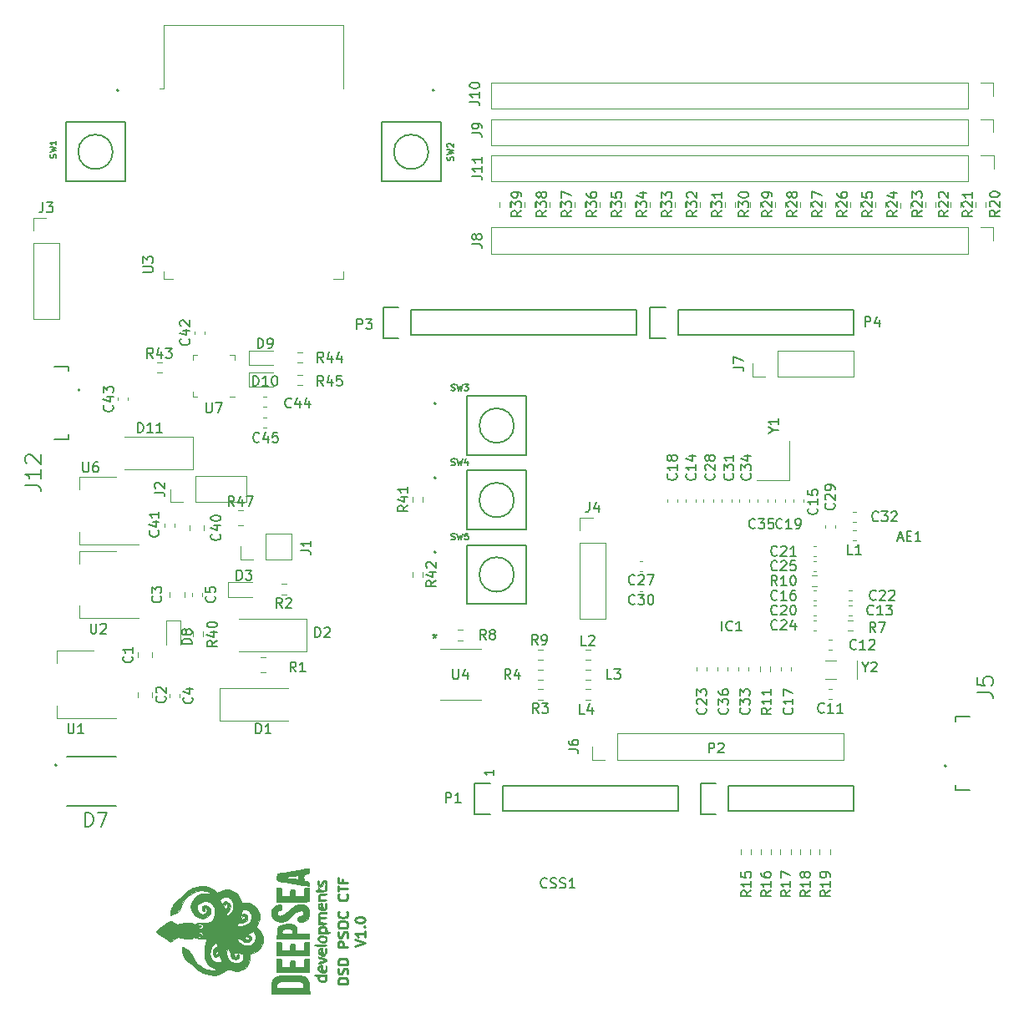
<source format=gbr>
%TF.GenerationSoftware,KiCad,Pcbnew,(5.1.12)-1*%
%TF.CreationDate,2022-03-24T08:21:23-05:00*%
%TF.ProjectId,Psoc-CTF,50736f63-2d43-4544-962e-6b696361645f,rev?*%
%TF.SameCoordinates,Original*%
%TF.FileFunction,Legend,Top*%
%TF.FilePolarity,Positive*%
%FSLAX46Y46*%
G04 Gerber Fmt 4.6, Leading zero omitted, Abs format (unit mm)*
G04 Created by KiCad (PCBNEW (5.1.12)-1) date 2022-03-24 08:21:23*
%MOMM*%
%LPD*%
G01*
G04 APERTURE LIST*
%ADD10C,0.250000*%
%ADD11C,0.150000*%
%ADD12C,0.010000*%
%ADD13C,0.120000*%
%ADD14C,0.200000*%
%ADD15C,0.127000*%
G04 APERTURE END LIST*
D10*
X144575380Y-137674523D02*
X143575380Y-137674523D01*
X143575380Y-137436428D01*
X143623000Y-137293571D01*
X143718238Y-137198333D01*
X143813476Y-137150714D01*
X144003952Y-137103095D01*
X144146809Y-137103095D01*
X144337285Y-137150714D01*
X144432523Y-137198333D01*
X144527761Y-137293571D01*
X144575380Y-137436428D01*
X144575380Y-137674523D01*
X144527761Y-136722142D02*
X144575380Y-136579285D01*
X144575380Y-136341190D01*
X144527761Y-136245952D01*
X144480142Y-136198333D01*
X144384904Y-136150714D01*
X144289666Y-136150714D01*
X144194428Y-136198333D01*
X144146809Y-136245952D01*
X144099190Y-136341190D01*
X144051571Y-136531666D01*
X144003952Y-136626904D01*
X143956333Y-136674523D01*
X143861095Y-136722142D01*
X143765857Y-136722142D01*
X143670619Y-136674523D01*
X143623000Y-136626904D01*
X143575380Y-136531666D01*
X143575380Y-136293571D01*
X143623000Y-136150714D01*
X144575380Y-135722142D02*
X143575380Y-135722142D01*
X143575380Y-135484047D01*
X143623000Y-135341190D01*
X143718238Y-135245952D01*
X143813476Y-135198333D01*
X144003952Y-135150714D01*
X144146809Y-135150714D01*
X144337285Y-135198333D01*
X144432523Y-135245952D01*
X144527761Y-135341190D01*
X144575380Y-135484047D01*
X144575380Y-135722142D01*
X144575380Y-133960238D02*
X143575380Y-133960238D01*
X143575380Y-133579285D01*
X143623000Y-133484047D01*
X143670619Y-133436428D01*
X143765857Y-133388809D01*
X143908714Y-133388809D01*
X144003952Y-133436428D01*
X144051571Y-133484047D01*
X144099190Y-133579285D01*
X144099190Y-133960238D01*
X144527761Y-133007857D02*
X144575380Y-132865000D01*
X144575380Y-132626904D01*
X144527761Y-132531666D01*
X144480142Y-132484047D01*
X144384904Y-132436428D01*
X144289666Y-132436428D01*
X144194428Y-132484047D01*
X144146809Y-132531666D01*
X144099190Y-132626904D01*
X144051571Y-132817380D01*
X144003952Y-132912619D01*
X143956333Y-132960238D01*
X143861095Y-133007857D01*
X143765857Y-133007857D01*
X143670619Y-132960238D01*
X143623000Y-132912619D01*
X143575380Y-132817380D01*
X143575380Y-132579285D01*
X143623000Y-132436428D01*
X143575380Y-131817380D02*
X143575380Y-131626904D01*
X143623000Y-131531666D01*
X143718238Y-131436428D01*
X143908714Y-131388809D01*
X144242047Y-131388809D01*
X144432523Y-131436428D01*
X144527761Y-131531666D01*
X144575380Y-131626904D01*
X144575380Y-131817380D01*
X144527761Y-131912619D01*
X144432523Y-132007857D01*
X144242047Y-132055476D01*
X143908714Y-132055476D01*
X143718238Y-132007857D01*
X143623000Y-131912619D01*
X143575380Y-131817380D01*
X144480142Y-130388809D02*
X144527761Y-130436428D01*
X144575380Y-130579285D01*
X144575380Y-130674523D01*
X144527761Y-130817380D01*
X144432523Y-130912619D01*
X144337285Y-130960238D01*
X144146809Y-131007857D01*
X144003952Y-131007857D01*
X143813476Y-130960238D01*
X143718238Y-130912619D01*
X143623000Y-130817380D01*
X143575380Y-130674523D01*
X143575380Y-130579285D01*
X143623000Y-130436428D01*
X143670619Y-130388809D01*
X144480142Y-128626904D02*
X144527761Y-128674523D01*
X144575380Y-128817380D01*
X144575380Y-128912619D01*
X144527761Y-129055476D01*
X144432523Y-129150714D01*
X144337285Y-129198333D01*
X144146809Y-129245952D01*
X144003952Y-129245952D01*
X143813476Y-129198333D01*
X143718238Y-129150714D01*
X143623000Y-129055476D01*
X143575380Y-128912619D01*
X143575380Y-128817380D01*
X143623000Y-128674523D01*
X143670619Y-128626904D01*
X143575380Y-128341190D02*
X143575380Y-127769761D01*
X144575380Y-128055476D02*
X143575380Y-128055476D01*
X144051571Y-127103095D02*
X144051571Y-127436428D01*
X144575380Y-127436428D02*
X143575380Y-127436428D01*
X143575380Y-126960238D01*
X145325380Y-133888809D02*
X146325380Y-133555476D01*
X145325380Y-133222142D01*
X146325380Y-132365000D02*
X146325380Y-132936428D01*
X146325380Y-132650714D02*
X145325380Y-132650714D01*
X145468238Y-132745952D01*
X145563476Y-132841190D01*
X145611095Y-132936428D01*
X146230142Y-131936428D02*
X146277761Y-131888809D01*
X146325380Y-131936428D01*
X146277761Y-131984047D01*
X146230142Y-131936428D01*
X146325380Y-131936428D01*
X145325380Y-131269761D02*
X145325380Y-131174523D01*
X145373000Y-131079285D01*
X145420619Y-131031666D01*
X145515857Y-130984047D01*
X145706333Y-130936428D01*
X145944428Y-130936428D01*
X146134904Y-130984047D01*
X146230142Y-131031666D01*
X146277761Y-131079285D01*
X146325380Y-131174523D01*
X146325380Y-131269761D01*
X146277761Y-131365000D01*
X146230142Y-131412619D01*
X146134904Y-131460238D01*
X145944428Y-131507857D01*
X145706333Y-131507857D01*
X145515857Y-131460238D01*
X145420619Y-131412619D01*
X145373000Y-131365000D01*
X145325380Y-131269761D01*
D11*
X159390380Y-115999285D02*
X159390380Y-116570714D01*
X159390380Y-116285000D02*
X158390380Y-116285000D01*
X158533238Y-116380238D01*
X158628476Y-116475476D01*
X158676095Y-116570714D01*
D12*
%TO.C,G\u002A\u002A\u002A*%
G36*
X125257631Y-132317597D02*
G01*
X125428058Y-132152189D01*
X125667245Y-131950985D01*
X125938488Y-131742081D01*
X126205087Y-131553578D01*
X126430339Y-131413574D01*
X126577541Y-131350168D01*
X126590419Y-131349000D01*
X126745576Y-131396825D01*
X126945432Y-131513367D01*
X126964757Y-131527352D01*
X127125933Y-131629754D01*
X127279733Y-131665141D01*
X127494605Y-131642061D01*
X127642829Y-131612019D01*
X128057928Y-131544310D01*
X128431929Y-131522178D01*
X128724463Y-131545484D01*
X128895158Y-131614089D01*
X128897478Y-131616346D01*
X129032862Y-131666425D01*
X129104912Y-131628574D01*
X129402491Y-131501165D01*
X129798583Y-131502256D01*
X129932897Y-131527512D01*
X130343295Y-131549786D01*
X130680528Y-131426317D01*
X130930943Y-131169893D01*
X131080888Y-130793302D01*
X131119333Y-130416182D01*
X131050069Y-129979508D01*
X130853395Y-129639320D01*
X130545989Y-129413200D01*
X130144529Y-129318730D01*
X130076622Y-129317000D01*
X129781015Y-129379196D01*
X129510134Y-129538432D01*
X129327671Y-129753688D01*
X129301848Y-129816026D01*
X129295220Y-130086528D01*
X129412252Y-130353271D01*
X129615582Y-130563927D01*
X129867843Y-130666164D01*
X129910881Y-130668974D01*
X130099222Y-130608385D01*
X130246107Y-130458443D01*
X130314497Y-130275316D01*
X130272315Y-130120910D01*
X130136274Y-130006710D01*
X130055062Y-130025327D01*
X130062562Y-130168561D01*
X130063470Y-130171450D01*
X130079525Y-130302404D01*
X129986176Y-130322444D01*
X129964314Y-130318644D01*
X129819521Y-130220443D01*
X129777942Y-130044623D01*
X129852709Y-129863267D01*
X130033902Y-129754090D01*
X130250076Y-129771431D01*
X130459898Y-129890641D01*
X130622038Y-130087075D01*
X130695165Y-130336085D01*
X130696000Y-130366137D01*
X130620240Y-130632077D01*
X130425921Y-130872829D01*
X130162486Y-131042001D01*
X129919346Y-131094869D01*
X129518345Y-131021098D01*
X129158638Y-130821891D01*
X128874951Y-130529829D01*
X128702009Y-130177496D01*
X128665393Y-129918313D01*
X128738719Y-129546316D01*
X128932008Y-129167980D01*
X129209994Y-128844633D01*
X129342622Y-128740587D01*
X129542757Y-128625567D01*
X129746215Y-128571821D01*
X130021532Y-128565303D01*
X130162748Y-128572502D01*
X130448273Y-128583930D01*
X130591309Y-128570213D01*
X130617436Y-128526839D01*
X130597385Y-128495861D01*
X130461967Y-128405725D01*
X130236479Y-128315824D01*
X130165111Y-128294837D01*
X129727967Y-128257134D01*
X129256988Y-128348879D01*
X128789397Y-128547909D01*
X128362415Y-128832064D01*
X128013265Y-129179179D01*
X127779169Y-129567095D01*
X127721062Y-129750030D01*
X127602113Y-130101512D01*
X127404230Y-130357786D01*
X127085072Y-130571254D01*
X127037539Y-130596010D01*
X126761967Y-130720431D01*
X126609190Y-130745249D01*
X126565331Y-130670831D01*
X126576568Y-130608167D01*
X126617190Y-130428755D01*
X126664855Y-130177854D01*
X126673021Y-130130538D01*
X126717460Y-129968356D01*
X126807761Y-129800780D01*
X126965105Y-129600284D01*
X127210673Y-129339345D01*
X127505914Y-129048183D01*
X128027243Y-128574684D01*
X128488050Y-128229839D01*
X128915566Y-127997483D01*
X129337025Y-127861450D01*
X129570946Y-127822440D01*
X130109597Y-127838897D01*
X130647458Y-128001880D01*
X131091236Y-128263786D01*
X131378537Y-128482920D01*
X131741333Y-128307294D01*
X132153772Y-128161780D01*
X132537200Y-128158156D01*
X132946321Y-128292223D01*
X133354706Y-128563156D01*
X133636087Y-128945849D01*
X133745466Y-129237779D01*
X133812303Y-129443795D01*
X133897697Y-129525237D01*
X134056695Y-129522887D01*
X134117588Y-129513469D01*
X134531437Y-129524969D01*
X134914619Y-129676752D01*
X135242116Y-129939863D01*
X135488911Y-130285345D01*
X135629987Y-130684243D01*
X135640325Y-131107601D01*
X135612029Y-131243167D01*
X135521444Y-131503514D01*
X135413524Y-131719998D01*
X135400865Y-131738935D01*
X135332915Y-131862188D01*
X135353601Y-131967044D01*
X135480879Y-132109672D01*
X135536194Y-132162269D01*
X135850650Y-132556698D01*
X136001924Y-132991569D01*
X135988113Y-133459518D01*
X135928086Y-133677334D01*
X135709520Y-134058968D01*
X135358418Y-134371518D01*
X135019338Y-134545155D01*
X134633000Y-134693334D01*
X134621293Y-135138606D01*
X134532158Y-135601060D01*
X134391819Y-135840500D01*
X134391819Y-133852762D01*
X134711609Y-133778867D01*
X134978517Y-133610582D01*
X135168587Y-133374925D01*
X135257861Y-133098915D01*
X135222384Y-132809570D01*
X135105382Y-132607214D01*
X134942764Y-132407334D01*
X134660882Y-132567997D01*
X134350762Y-132760193D01*
X134183082Y-132907434D01*
X134142587Y-133026450D01*
X134177999Y-133097519D01*
X134300596Y-133176946D01*
X134456518Y-133212334D01*
X134571593Y-133192901D01*
X134590667Y-133157501D01*
X134530773Y-133069959D01*
X134442500Y-132994215D01*
X134341227Y-132905208D01*
X134382693Y-132852618D01*
X134449065Y-132825136D01*
X134635200Y-132826091D01*
X134773558Y-132946576D01*
X134817893Y-133136799D01*
X134803790Y-133207076D01*
X134669444Y-133385516D01*
X134442148Y-133499066D01*
X134195349Y-133514235D01*
X134153509Y-133503613D01*
X133980199Y-133406762D01*
X133804858Y-133256636D01*
X133793948Y-133248939D01*
X133793948Y-131857000D01*
X134158479Y-131789673D01*
X134466266Y-131609573D01*
X134693206Y-131349522D01*
X134815196Y-131042344D01*
X134808134Y-130720862D01*
X134746170Y-130560268D01*
X134535219Y-130295541D01*
X134250268Y-130176714D01*
X134117990Y-130166360D01*
X133966949Y-130175505D01*
X133878402Y-130234055D01*
X133821811Y-130382721D01*
X133773172Y-130626038D01*
X133737084Y-130941194D01*
X133775549Y-131115215D01*
X133896297Y-131162553D01*
X134040333Y-131125618D01*
X134158093Y-131030092D01*
X134161083Y-130924575D01*
X134062837Y-130873834D01*
X133990217Y-130885804D01*
X133859263Y-130901859D01*
X133839223Y-130808510D01*
X133843023Y-130786648D01*
X133931208Y-130633232D01*
X134080912Y-130593269D01*
X134244319Y-130650908D01*
X134373613Y-130790298D01*
X134421333Y-130978367D01*
X134345234Y-131237796D01*
X134139123Y-131425507D01*
X133836279Y-131514610D01*
X133753058Y-131518334D01*
X133503192Y-131548848D01*
X133379701Y-131632721D01*
X133377892Y-131637056D01*
X133362141Y-131761212D01*
X133452539Y-131829384D01*
X133675127Y-131855340D01*
X133793948Y-131857000D01*
X133793948Y-133248939D01*
X133605795Y-133116187D01*
X133460022Y-133119212D01*
X133369828Y-133167426D01*
X133372850Y-133241501D01*
X133478051Y-133385239D01*
X133526293Y-133443048D01*
X133750396Y-133644785D01*
X134007832Y-133792336D01*
X134043104Y-133805248D01*
X134391819Y-133852762D01*
X134391819Y-135840500D01*
X134302949Y-135992127D01*
X133952482Y-136280892D01*
X133913161Y-136302090D01*
X133621722Y-136391650D01*
X133434705Y-136407213D01*
X133434705Y-135622896D01*
X133733757Y-135493794D01*
X133830820Y-135410847D01*
X133939757Y-135231327D01*
X133993928Y-135005457D01*
X133984708Y-134801932D01*
X133920355Y-134697673D01*
X133794948Y-134658007D01*
X133568679Y-134613685D01*
X133454688Y-134596502D01*
X133218664Y-134570001D01*
X133105173Y-134589167D01*
X133069427Y-134673621D01*
X133066667Y-134766492D01*
X133109805Y-134946708D01*
X133197378Y-134989667D01*
X133297575Y-134924632D01*
X133303211Y-134841500D01*
X133332464Y-134721492D01*
X133431100Y-134698376D01*
X133530399Y-134771062D01*
X133559332Y-134845568D01*
X133534729Y-135054876D01*
X133397271Y-135188995D01*
X133191624Y-135234884D01*
X132962449Y-135179498D01*
X132804372Y-135066039D01*
X132669963Y-134847578D01*
X132659310Y-134609459D01*
X132647361Y-134366114D01*
X132549733Y-134241737D01*
X132416066Y-134189153D01*
X132414246Y-134190687D01*
X132414246Y-130805299D01*
X132537793Y-130706645D01*
X132673015Y-130574252D01*
X132861508Y-130365049D01*
X132952757Y-130179471D01*
X132980809Y-129935178D01*
X132982000Y-129826954D01*
X132965622Y-129537647D01*
X132898297Y-129340388D01*
X132752732Y-129159556D01*
X132734513Y-129141154D01*
X132439473Y-128941514D01*
X132128888Y-128901468D01*
X131828548Y-129023312D01*
X131784880Y-129056585D01*
X131585000Y-129219504D01*
X131745389Y-129520191D01*
X131889913Y-129753679D01*
X132037981Y-129939137D01*
X132059941Y-129960394D01*
X132175593Y-130045741D01*
X132249315Y-130006954D01*
X132315472Y-129877430D01*
X132369940Y-129688064D01*
X132341654Y-129585338D01*
X132246264Y-129601882D01*
X132201655Y-129640145D01*
X132058723Y-129733851D01*
X131976010Y-129689131D01*
X131966000Y-129623701D01*
X132034125Y-129444810D01*
X132199380Y-129363100D01*
X132388697Y-129401327D01*
X132589714Y-129591135D01*
X132661708Y-129847439D01*
X132604380Y-130126714D01*
X132417428Y-130385434D01*
X132395620Y-130405022D01*
X132282329Y-130575342D01*
X132299447Y-130713952D01*
X132346709Y-130803280D01*
X132414246Y-130805299D01*
X132414246Y-134190687D01*
X132339944Y-134253315D01*
X132308115Y-134454478D01*
X132304667Y-134616282D01*
X132371886Y-134980570D01*
X132551528Y-135280571D01*
X132810563Y-135499089D01*
X133115965Y-135618929D01*
X133434705Y-135622896D01*
X133434705Y-136407213D01*
X133260024Y-136421751D01*
X132905796Y-136391951D01*
X132649639Y-136309235D01*
X132509695Y-136250421D01*
X132380697Y-136266508D01*
X132202848Y-136371492D01*
X132114219Y-136434562D01*
X131605790Y-136705455D01*
X131449094Y-136737645D01*
X131449094Y-135532644D01*
X131563855Y-135522432D01*
X131731670Y-135473917D01*
X131786301Y-135385809D01*
X131741753Y-135212889D01*
X131694856Y-135099484D01*
X131617963Y-134924264D01*
X131576101Y-134835634D01*
X131501701Y-134853689D01*
X131381285Y-134919683D01*
X131167489Y-134976644D01*
X131149161Y-134967145D01*
X131149161Y-134709050D01*
X131246611Y-134706867D01*
X131315577Y-134663800D01*
X131441901Y-134610780D01*
X131491431Y-134627988D01*
X131517016Y-134616592D01*
X131495750Y-134542586D01*
X131391097Y-134418897D01*
X131319284Y-134397000D01*
X131198868Y-134459403D01*
X131127157Y-134591213D01*
X131149161Y-134709050D01*
X131149161Y-134967145D01*
X130991594Y-134885481D01*
X130888525Y-134667378D01*
X130880348Y-134615822D01*
X130904204Y-134383563D01*
X131004589Y-134160956D01*
X131147270Y-134007747D01*
X131248285Y-133973667D01*
X131342690Y-133906176D01*
X131375136Y-133760041D01*
X131329002Y-133619769D01*
X131319868Y-133609757D01*
X131202442Y-133597554D01*
X131034650Y-133698431D01*
X130857510Y-133882911D01*
X130776452Y-134000237D01*
X130660463Y-134300052D01*
X130614014Y-134658466D01*
X130641996Y-134997667D01*
X130702815Y-135171734D01*
X130879950Y-135352680D01*
X131152797Y-135482795D01*
X131449094Y-135532644D01*
X131449094Y-136737645D01*
X131059047Y-136817775D01*
X130488314Y-136773895D01*
X129907911Y-136576190D01*
X129332160Y-136227031D01*
X128958365Y-135911651D01*
X128731128Y-135707051D01*
X128545987Y-135559078D01*
X128440907Y-135497918D01*
X128437744Y-135497667D01*
X128318226Y-135434092D01*
X128155943Y-135276551D01*
X127997641Y-135074820D01*
X127920936Y-134947334D01*
X127855836Y-134761811D01*
X127793664Y-134492855D01*
X127773743Y-134375834D01*
X127753956Y-134115664D01*
X127802115Y-133988367D01*
X127932114Y-133990850D01*
X128157848Y-134120019D01*
X128336512Y-134250544D01*
X128651331Y-134561850D01*
X128847289Y-134940439D01*
X129039113Y-135342163D01*
X129314584Y-135668173D01*
X129708757Y-135955495D01*
X129922108Y-136075644D01*
X130362635Y-136267647D01*
X130792413Y-136352844D01*
X131246333Y-136352681D01*
X131380926Y-136338693D01*
X131396322Y-136310276D01*
X131278212Y-136251352D01*
X131088765Y-136175654D01*
X130813621Y-136051695D01*
X130581657Y-135919233D01*
X130505307Y-135862114D01*
X130263327Y-135543730D01*
X130101328Y-135112473D01*
X130025653Y-134607957D01*
X130042645Y-134069792D01*
X130141730Y-133591669D01*
X130205856Y-133346247D01*
X130233645Y-133171321D01*
X130228931Y-133124732D01*
X130131241Y-133098517D01*
X129922302Y-133096402D01*
X129779546Y-133106438D01*
X129511314Y-133109314D01*
X129511314Y-133030168D01*
X129703071Y-132989998D01*
X129797355Y-132912884D01*
X129884071Y-132734146D01*
X129819368Y-132568986D01*
X129708510Y-132498412D01*
X129533568Y-132497883D01*
X129516066Y-132505061D01*
X129516066Y-132105134D01*
X129694730Y-132080872D01*
X129857685Y-131992678D01*
X129933752Y-131864786D01*
X129934000Y-131857000D01*
X129881863Y-131760533D01*
X129832400Y-131704600D01*
X129673012Y-131624018D01*
X129474707Y-131607577D01*
X129322843Y-131658800D01*
X129302067Y-131682704D01*
X129336814Y-131734431D01*
X129487570Y-131746204D01*
X129674050Y-131769978D01*
X129722333Y-131857000D01*
X129650920Y-131958410D01*
X129536043Y-131977730D01*
X129407950Y-131998476D01*
X129392873Y-132041230D01*
X129516066Y-132105134D01*
X129516066Y-132505061D01*
X129439890Y-132536307D01*
X129353257Y-132601952D01*
X129414830Y-132612077D01*
X129426000Y-132611077D01*
X129655681Y-132612270D01*
X129754875Y-132681372D01*
X129764667Y-132738945D01*
X129700752Y-132871239D01*
X129538266Y-132899467D01*
X129383667Y-132847698D01*
X129268491Y-132796607D01*
X129285251Y-132844885D01*
X129330533Y-132901472D01*
X129511314Y-133030168D01*
X129511314Y-133109314D01*
X129471279Y-133109744D01*
X129224538Y-133065147D01*
X129175255Y-133044076D01*
X128993286Y-132986593D01*
X128891977Y-133034490D01*
X128738423Y-133094950D01*
X128464395Y-133119538D01*
X128114979Y-133107927D01*
X127735260Y-133059795D01*
X127648000Y-133043449D01*
X127398980Y-133007194D01*
X127216117Y-133035026D01*
X127015979Y-133145942D01*
X126926687Y-133207711D01*
X126586375Y-133448151D01*
X125889521Y-132992758D01*
X125592415Y-132787243D01*
X125358396Y-132603756D01*
X125218510Y-132467851D01*
X125192667Y-132419108D01*
X125257631Y-132317597D01*
G37*
X125257631Y-132317597D02*
X125428058Y-132152189D01*
X125667245Y-131950985D01*
X125938488Y-131742081D01*
X126205087Y-131553578D01*
X126430339Y-131413574D01*
X126577541Y-131350168D01*
X126590419Y-131349000D01*
X126745576Y-131396825D01*
X126945432Y-131513367D01*
X126964757Y-131527352D01*
X127125933Y-131629754D01*
X127279733Y-131665141D01*
X127494605Y-131642061D01*
X127642829Y-131612019D01*
X128057928Y-131544310D01*
X128431929Y-131522178D01*
X128724463Y-131545484D01*
X128895158Y-131614089D01*
X128897478Y-131616346D01*
X129032862Y-131666425D01*
X129104912Y-131628574D01*
X129402491Y-131501165D01*
X129798583Y-131502256D01*
X129932897Y-131527512D01*
X130343295Y-131549786D01*
X130680528Y-131426317D01*
X130930943Y-131169893D01*
X131080888Y-130793302D01*
X131119333Y-130416182D01*
X131050069Y-129979508D01*
X130853395Y-129639320D01*
X130545989Y-129413200D01*
X130144529Y-129318730D01*
X130076622Y-129317000D01*
X129781015Y-129379196D01*
X129510134Y-129538432D01*
X129327671Y-129753688D01*
X129301848Y-129816026D01*
X129295220Y-130086528D01*
X129412252Y-130353271D01*
X129615582Y-130563927D01*
X129867843Y-130666164D01*
X129910881Y-130668974D01*
X130099222Y-130608385D01*
X130246107Y-130458443D01*
X130314497Y-130275316D01*
X130272315Y-130120910D01*
X130136274Y-130006710D01*
X130055062Y-130025327D01*
X130062562Y-130168561D01*
X130063470Y-130171450D01*
X130079525Y-130302404D01*
X129986176Y-130322444D01*
X129964314Y-130318644D01*
X129819521Y-130220443D01*
X129777942Y-130044623D01*
X129852709Y-129863267D01*
X130033902Y-129754090D01*
X130250076Y-129771431D01*
X130459898Y-129890641D01*
X130622038Y-130087075D01*
X130695165Y-130336085D01*
X130696000Y-130366137D01*
X130620240Y-130632077D01*
X130425921Y-130872829D01*
X130162486Y-131042001D01*
X129919346Y-131094869D01*
X129518345Y-131021098D01*
X129158638Y-130821891D01*
X128874951Y-130529829D01*
X128702009Y-130177496D01*
X128665393Y-129918313D01*
X128738719Y-129546316D01*
X128932008Y-129167980D01*
X129209994Y-128844633D01*
X129342622Y-128740587D01*
X129542757Y-128625567D01*
X129746215Y-128571821D01*
X130021532Y-128565303D01*
X130162748Y-128572502D01*
X130448273Y-128583930D01*
X130591309Y-128570213D01*
X130617436Y-128526839D01*
X130597385Y-128495861D01*
X130461967Y-128405725D01*
X130236479Y-128315824D01*
X130165111Y-128294837D01*
X129727967Y-128257134D01*
X129256988Y-128348879D01*
X128789397Y-128547909D01*
X128362415Y-128832064D01*
X128013265Y-129179179D01*
X127779169Y-129567095D01*
X127721062Y-129750030D01*
X127602113Y-130101512D01*
X127404230Y-130357786D01*
X127085072Y-130571254D01*
X127037539Y-130596010D01*
X126761967Y-130720431D01*
X126609190Y-130745249D01*
X126565331Y-130670831D01*
X126576568Y-130608167D01*
X126617190Y-130428755D01*
X126664855Y-130177854D01*
X126673021Y-130130538D01*
X126717460Y-129968356D01*
X126807761Y-129800780D01*
X126965105Y-129600284D01*
X127210673Y-129339345D01*
X127505914Y-129048183D01*
X128027243Y-128574684D01*
X128488050Y-128229839D01*
X128915566Y-127997483D01*
X129337025Y-127861450D01*
X129570946Y-127822440D01*
X130109597Y-127838897D01*
X130647458Y-128001880D01*
X131091236Y-128263786D01*
X131378537Y-128482920D01*
X131741333Y-128307294D01*
X132153772Y-128161780D01*
X132537200Y-128158156D01*
X132946321Y-128292223D01*
X133354706Y-128563156D01*
X133636087Y-128945849D01*
X133745466Y-129237779D01*
X133812303Y-129443795D01*
X133897697Y-129525237D01*
X134056695Y-129522887D01*
X134117588Y-129513469D01*
X134531437Y-129524969D01*
X134914619Y-129676752D01*
X135242116Y-129939863D01*
X135488911Y-130285345D01*
X135629987Y-130684243D01*
X135640325Y-131107601D01*
X135612029Y-131243167D01*
X135521444Y-131503514D01*
X135413524Y-131719998D01*
X135400865Y-131738935D01*
X135332915Y-131862188D01*
X135353601Y-131967044D01*
X135480879Y-132109672D01*
X135536194Y-132162269D01*
X135850650Y-132556698D01*
X136001924Y-132991569D01*
X135988113Y-133459518D01*
X135928086Y-133677334D01*
X135709520Y-134058968D01*
X135358418Y-134371518D01*
X135019338Y-134545155D01*
X134633000Y-134693334D01*
X134621293Y-135138606D01*
X134532158Y-135601060D01*
X134391819Y-135840500D01*
X134391819Y-133852762D01*
X134711609Y-133778867D01*
X134978517Y-133610582D01*
X135168587Y-133374925D01*
X135257861Y-133098915D01*
X135222384Y-132809570D01*
X135105382Y-132607214D01*
X134942764Y-132407334D01*
X134660882Y-132567997D01*
X134350762Y-132760193D01*
X134183082Y-132907434D01*
X134142587Y-133026450D01*
X134177999Y-133097519D01*
X134300596Y-133176946D01*
X134456518Y-133212334D01*
X134571593Y-133192901D01*
X134590667Y-133157501D01*
X134530773Y-133069959D01*
X134442500Y-132994215D01*
X134341227Y-132905208D01*
X134382693Y-132852618D01*
X134449065Y-132825136D01*
X134635200Y-132826091D01*
X134773558Y-132946576D01*
X134817893Y-133136799D01*
X134803790Y-133207076D01*
X134669444Y-133385516D01*
X134442148Y-133499066D01*
X134195349Y-133514235D01*
X134153509Y-133503613D01*
X133980199Y-133406762D01*
X133804858Y-133256636D01*
X133793948Y-133248939D01*
X133793948Y-131857000D01*
X134158479Y-131789673D01*
X134466266Y-131609573D01*
X134693206Y-131349522D01*
X134815196Y-131042344D01*
X134808134Y-130720862D01*
X134746170Y-130560268D01*
X134535219Y-130295541D01*
X134250268Y-130176714D01*
X134117990Y-130166360D01*
X133966949Y-130175505D01*
X133878402Y-130234055D01*
X133821811Y-130382721D01*
X133773172Y-130626038D01*
X133737084Y-130941194D01*
X133775549Y-131115215D01*
X133896297Y-131162553D01*
X134040333Y-131125618D01*
X134158093Y-131030092D01*
X134161083Y-130924575D01*
X134062837Y-130873834D01*
X133990217Y-130885804D01*
X133859263Y-130901859D01*
X133839223Y-130808510D01*
X133843023Y-130786648D01*
X133931208Y-130633232D01*
X134080912Y-130593269D01*
X134244319Y-130650908D01*
X134373613Y-130790298D01*
X134421333Y-130978367D01*
X134345234Y-131237796D01*
X134139123Y-131425507D01*
X133836279Y-131514610D01*
X133753058Y-131518334D01*
X133503192Y-131548848D01*
X133379701Y-131632721D01*
X133377892Y-131637056D01*
X133362141Y-131761212D01*
X133452539Y-131829384D01*
X133675127Y-131855340D01*
X133793948Y-131857000D01*
X133793948Y-133248939D01*
X133605795Y-133116187D01*
X133460022Y-133119212D01*
X133369828Y-133167426D01*
X133372850Y-133241501D01*
X133478051Y-133385239D01*
X133526293Y-133443048D01*
X133750396Y-133644785D01*
X134007832Y-133792336D01*
X134043104Y-133805248D01*
X134391819Y-133852762D01*
X134391819Y-135840500D01*
X134302949Y-135992127D01*
X133952482Y-136280892D01*
X133913161Y-136302090D01*
X133621722Y-136391650D01*
X133434705Y-136407213D01*
X133434705Y-135622896D01*
X133733757Y-135493794D01*
X133830820Y-135410847D01*
X133939757Y-135231327D01*
X133993928Y-135005457D01*
X133984708Y-134801932D01*
X133920355Y-134697673D01*
X133794948Y-134658007D01*
X133568679Y-134613685D01*
X133454688Y-134596502D01*
X133218664Y-134570001D01*
X133105173Y-134589167D01*
X133069427Y-134673621D01*
X133066667Y-134766492D01*
X133109805Y-134946708D01*
X133197378Y-134989667D01*
X133297575Y-134924632D01*
X133303211Y-134841500D01*
X133332464Y-134721492D01*
X133431100Y-134698376D01*
X133530399Y-134771062D01*
X133559332Y-134845568D01*
X133534729Y-135054876D01*
X133397271Y-135188995D01*
X133191624Y-135234884D01*
X132962449Y-135179498D01*
X132804372Y-135066039D01*
X132669963Y-134847578D01*
X132659310Y-134609459D01*
X132647361Y-134366114D01*
X132549733Y-134241737D01*
X132416066Y-134189153D01*
X132414246Y-134190687D01*
X132414246Y-130805299D01*
X132537793Y-130706645D01*
X132673015Y-130574252D01*
X132861508Y-130365049D01*
X132952757Y-130179471D01*
X132980809Y-129935178D01*
X132982000Y-129826954D01*
X132965622Y-129537647D01*
X132898297Y-129340388D01*
X132752732Y-129159556D01*
X132734513Y-129141154D01*
X132439473Y-128941514D01*
X132128888Y-128901468D01*
X131828548Y-129023312D01*
X131784880Y-129056585D01*
X131585000Y-129219504D01*
X131745389Y-129520191D01*
X131889913Y-129753679D01*
X132037981Y-129939137D01*
X132059941Y-129960394D01*
X132175593Y-130045741D01*
X132249315Y-130006954D01*
X132315472Y-129877430D01*
X132369940Y-129688064D01*
X132341654Y-129585338D01*
X132246264Y-129601882D01*
X132201655Y-129640145D01*
X132058723Y-129733851D01*
X131976010Y-129689131D01*
X131966000Y-129623701D01*
X132034125Y-129444810D01*
X132199380Y-129363100D01*
X132388697Y-129401327D01*
X132589714Y-129591135D01*
X132661708Y-129847439D01*
X132604380Y-130126714D01*
X132417428Y-130385434D01*
X132395620Y-130405022D01*
X132282329Y-130575342D01*
X132299447Y-130713952D01*
X132346709Y-130803280D01*
X132414246Y-130805299D01*
X132414246Y-134190687D01*
X132339944Y-134253315D01*
X132308115Y-134454478D01*
X132304667Y-134616282D01*
X132371886Y-134980570D01*
X132551528Y-135280571D01*
X132810563Y-135499089D01*
X133115965Y-135618929D01*
X133434705Y-135622896D01*
X133434705Y-136407213D01*
X133260024Y-136421751D01*
X132905796Y-136391951D01*
X132649639Y-136309235D01*
X132509695Y-136250421D01*
X132380697Y-136266508D01*
X132202848Y-136371492D01*
X132114219Y-136434562D01*
X131605790Y-136705455D01*
X131449094Y-136737645D01*
X131449094Y-135532644D01*
X131563855Y-135522432D01*
X131731670Y-135473917D01*
X131786301Y-135385809D01*
X131741753Y-135212889D01*
X131694856Y-135099484D01*
X131617963Y-134924264D01*
X131576101Y-134835634D01*
X131501701Y-134853689D01*
X131381285Y-134919683D01*
X131167489Y-134976644D01*
X131149161Y-134967145D01*
X131149161Y-134709050D01*
X131246611Y-134706867D01*
X131315577Y-134663800D01*
X131441901Y-134610780D01*
X131491431Y-134627988D01*
X131517016Y-134616592D01*
X131495750Y-134542586D01*
X131391097Y-134418897D01*
X131319284Y-134397000D01*
X131198868Y-134459403D01*
X131127157Y-134591213D01*
X131149161Y-134709050D01*
X131149161Y-134967145D01*
X130991594Y-134885481D01*
X130888525Y-134667378D01*
X130880348Y-134615822D01*
X130904204Y-134383563D01*
X131004589Y-134160956D01*
X131147270Y-134007747D01*
X131248285Y-133973667D01*
X131342690Y-133906176D01*
X131375136Y-133760041D01*
X131329002Y-133619769D01*
X131319868Y-133609757D01*
X131202442Y-133597554D01*
X131034650Y-133698431D01*
X130857510Y-133882911D01*
X130776452Y-134000237D01*
X130660463Y-134300052D01*
X130614014Y-134658466D01*
X130641996Y-134997667D01*
X130702815Y-135171734D01*
X130879950Y-135352680D01*
X131152797Y-135482795D01*
X131449094Y-135532644D01*
X131449094Y-136737645D01*
X131059047Y-136817775D01*
X130488314Y-136773895D01*
X129907911Y-136576190D01*
X129332160Y-136227031D01*
X128958365Y-135911651D01*
X128731128Y-135707051D01*
X128545987Y-135559078D01*
X128440907Y-135497918D01*
X128437744Y-135497667D01*
X128318226Y-135434092D01*
X128155943Y-135276551D01*
X127997641Y-135074820D01*
X127920936Y-134947334D01*
X127855836Y-134761811D01*
X127793664Y-134492855D01*
X127773743Y-134375834D01*
X127753956Y-134115664D01*
X127802115Y-133988367D01*
X127932114Y-133990850D01*
X128157848Y-134120019D01*
X128336512Y-134250544D01*
X128651331Y-134561850D01*
X128847289Y-134940439D01*
X129039113Y-135342163D01*
X129314584Y-135668173D01*
X129708757Y-135955495D01*
X129922108Y-136075644D01*
X130362635Y-136267647D01*
X130792413Y-136352844D01*
X131246333Y-136352681D01*
X131380926Y-136338693D01*
X131396322Y-136310276D01*
X131278212Y-136251352D01*
X131088765Y-136175654D01*
X130813621Y-136051695D01*
X130581657Y-135919233D01*
X130505307Y-135862114D01*
X130263327Y-135543730D01*
X130101328Y-135112473D01*
X130025653Y-134607957D01*
X130042645Y-134069792D01*
X130141730Y-133591669D01*
X130205856Y-133346247D01*
X130233645Y-133171321D01*
X130228931Y-133124732D01*
X130131241Y-133098517D01*
X129922302Y-133096402D01*
X129779546Y-133106438D01*
X129511314Y-133109314D01*
X129511314Y-133030168D01*
X129703071Y-132989998D01*
X129797355Y-132912884D01*
X129884071Y-132734146D01*
X129819368Y-132568986D01*
X129708510Y-132498412D01*
X129533568Y-132497883D01*
X129516066Y-132505061D01*
X129516066Y-132105134D01*
X129694730Y-132080872D01*
X129857685Y-131992678D01*
X129933752Y-131864786D01*
X129934000Y-131857000D01*
X129881863Y-131760533D01*
X129832400Y-131704600D01*
X129673012Y-131624018D01*
X129474707Y-131607577D01*
X129322843Y-131658800D01*
X129302067Y-131682704D01*
X129336814Y-131734431D01*
X129487570Y-131746204D01*
X129674050Y-131769978D01*
X129722333Y-131857000D01*
X129650920Y-131958410D01*
X129536043Y-131977730D01*
X129407950Y-131998476D01*
X129392873Y-132041230D01*
X129516066Y-132105134D01*
X129516066Y-132505061D01*
X129439890Y-132536307D01*
X129353257Y-132601952D01*
X129414830Y-132612077D01*
X129426000Y-132611077D01*
X129655681Y-132612270D01*
X129754875Y-132681372D01*
X129764667Y-132738945D01*
X129700752Y-132871239D01*
X129538266Y-132899467D01*
X129383667Y-132847698D01*
X129268491Y-132796607D01*
X129285251Y-132844885D01*
X129330533Y-132901472D01*
X129511314Y-133030168D01*
X129511314Y-133109314D01*
X129471279Y-133109744D01*
X129224538Y-133065147D01*
X129175255Y-133044076D01*
X128993286Y-132986593D01*
X128891977Y-133034490D01*
X128738423Y-133094950D01*
X128464395Y-133119538D01*
X128114979Y-133107927D01*
X127735260Y-133059795D01*
X127648000Y-133043449D01*
X127398980Y-133007194D01*
X127216117Y-133035026D01*
X127015979Y-133145942D01*
X126926687Y-133207711D01*
X126586375Y-133448151D01*
X125889521Y-132992758D01*
X125592415Y-132787243D01*
X125358396Y-132603756D01*
X125218510Y-132467851D01*
X125192667Y-132419108D01*
X125257631Y-132317597D01*
G36*
X137391984Y-126674183D02*
G01*
X137410477Y-126539510D01*
X137421125Y-126523000D01*
X137512240Y-126510067D01*
X137743810Y-126474088D01*
X138089171Y-126419293D01*
X138521658Y-126349915D01*
X139014603Y-126270184D01*
X139021891Y-126269000D01*
X139516654Y-126189081D01*
X139952445Y-126119478D01*
X140302294Y-126064435D01*
X140539226Y-126028195D01*
X140636270Y-126015002D01*
X140636432Y-126015000D01*
X140671935Y-126088609D01*
X140686667Y-126265164D01*
X140664189Y-126438930D01*
X140563291Y-126526990D01*
X140390333Y-126570920D01*
X140196513Y-126621969D01*
X140113149Y-126715257D01*
X140094148Y-126909808D01*
X140094000Y-126950392D01*
X140106262Y-127162932D01*
X140171320Y-127260461D01*
X140331582Y-127296986D01*
X140369167Y-127300803D01*
X140566671Y-127345020D01*
X140652142Y-127457318D01*
X140671124Y-127560167D01*
X140668136Y-127728287D01*
X140625857Y-127793000D01*
X140525744Y-127780257D01*
X140290863Y-127745435D01*
X139953582Y-127693646D01*
X139586000Y-127636211D01*
X139586000Y-127135394D01*
X139586000Y-126904685D01*
X139564835Y-126742076D01*
X139473133Y-126705239D01*
X139395500Y-126719213D01*
X139207322Y-126754130D01*
X138923907Y-126796268D01*
X138706414Y-126824282D01*
X138432241Y-126869584D01*
X138325562Y-126918489D01*
X138384613Y-126969561D01*
X138607630Y-127021366D01*
X138992848Y-127072470D01*
X139014500Y-127074786D01*
X139586000Y-127135394D01*
X139586000Y-127636211D01*
X139546269Y-127630002D01*
X139101292Y-127559614D01*
X138651020Y-127487594D01*
X138227820Y-127419054D01*
X137864060Y-127359105D01*
X137659833Y-127324596D01*
X137489556Y-127283154D01*
X137409584Y-127201814D01*
X137385961Y-127028200D01*
X137384667Y-126900164D01*
X137391984Y-126674183D01*
G37*
X137391984Y-126674183D02*
X137410477Y-126539510D01*
X137421125Y-126523000D01*
X137512240Y-126510067D01*
X137743810Y-126474088D01*
X138089171Y-126419293D01*
X138521658Y-126349915D01*
X139014603Y-126270184D01*
X139021891Y-126269000D01*
X139516654Y-126189081D01*
X139952445Y-126119478D01*
X140302294Y-126064435D01*
X140539226Y-126028195D01*
X140636270Y-126015002D01*
X140636432Y-126015000D01*
X140671935Y-126088609D01*
X140686667Y-126265164D01*
X140664189Y-126438930D01*
X140563291Y-126526990D01*
X140390333Y-126570920D01*
X140196513Y-126621969D01*
X140113149Y-126715257D01*
X140094148Y-126909808D01*
X140094000Y-126950392D01*
X140106262Y-127162932D01*
X140171320Y-127260461D01*
X140331582Y-127296986D01*
X140369167Y-127300803D01*
X140566671Y-127345020D01*
X140652142Y-127457318D01*
X140671124Y-127560167D01*
X140668136Y-127728287D01*
X140625857Y-127793000D01*
X140525744Y-127780257D01*
X140290863Y-127745435D01*
X139953582Y-127693646D01*
X139586000Y-127636211D01*
X139586000Y-127135394D01*
X139586000Y-126904685D01*
X139564835Y-126742076D01*
X139473133Y-126705239D01*
X139395500Y-126719213D01*
X139207322Y-126754130D01*
X138923907Y-126796268D01*
X138706414Y-126824282D01*
X138432241Y-126869584D01*
X138325562Y-126918489D01*
X138384613Y-126969561D01*
X138607630Y-127021366D01*
X138992848Y-127072470D01*
X139014500Y-127074786D01*
X139586000Y-127135394D01*
X139586000Y-127636211D01*
X139546269Y-127630002D01*
X139101292Y-127559614D01*
X138651020Y-127487594D01*
X138227820Y-127419054D01*
X137864060Y-127359105D01*
X137659833Y-127324596D01*
X137489556Y-127283154D01*
X137409584Y-127201814D01*
X137385961Y-127028200D01*
X137384667Y-126900164D01*
X137391984Y-126674183D01*
G36*
X137638667Y-127962334D02*
G01*
X137789028Y-127971583D01*
X137864008Y-128028450D01*
X137889814Y-128176615D01*
X137892667Y-128385667D01*
X137892667Y-128809000D01*
X138739333Y-128809000D01*
X138739333Y-128470334D01*
X138749363Y-128253178D01*
X138803718Y-128156643D01*
X138938792Y-128132201D01*
X138993333Y-128131667D01*
X139156200Y-128145041D01*
X139228601Y-128217513D01*
X139246932Y-128397612D01*
X139247333Y-128470334D01*
X139247333Y-128809000D01*
X140178667Y-128809000D01*
X140178667Y-128385667D01*
X140184216Y-128135064D01*
X140218336Y-128010098D01*
X140307235Y-127967087D01*
X140432667Y-127962334D01*
X140686667Y-127962334D01*
X140686667Y-128625556D01*
X140679914Y-128945900D01*
X140662022Y-129197372D01*
X140636535Y-129334759D01*
X140630222Y-129345223D01*
X140531576Y-129362939D01*
X140290967Y-129378376D01*
X139935760Y-129390601D01*
X139493321Y-129398676D01*
X138991015Y-129401666D01*
X138979222Y-129401667D01*
X137384667Y-129401667D01*
X137384667Y-127962334D01*
X137638667Y-127962334D01*
G37*
X137638667Y-127962334D02*
X137789028Y-127971583D01*
X137864008Y-128028450D01*
X137889814Y-128176615D01*
X137892667Y-128385667D01*
X137892667Y-128809000D01*
X138739333Y-128809000D01*
X138739333Y-128470334D01*
X138749363Y-128253178D01*
X138803718Y-128156643D01*
X138938792Y-128132201D01*
X138993333Y-128131667D01*
X139156200Y-128145041D01*
X139228601Y-128217513D01*
X139246932Y-128397612D01*
X139247333Y-128470334D01*
X139247333Y-128809000D01*
X140178667Y-128809000D01*
X140178667Y-128385667D01*
X140184216Y-128135064D01*
X140218336Y-128010098D01*
X140307235Y-127967087D01*
X140432667Y-127962334D01*
X140686667Y-127962334D01*
X140686667Y-128625556D01*
X140679914Y-128945900D01*
X140662022Y-129197372D01*
X140636535Y-129334759D01*
X140630222Y-129345223D01*
X140531576Y-129362939D01*
X140290967Y-129378376D01*
X139935760Y-129390601D01*
X139493321Y-129398676D01*
X138991015Y-129401666D01*
X138979222Y-129401667D01*
X137384667Y-129401667D01*
X137384667Y-127962334D01*
X137638667Y-127962334D01*
G36*
X136831558Y-130295436D02*
G01*
X136975870Y-129995131D01*
X137225401Y-129785437D01*
X137310062Y-129749513D01*
X137610205Y-129663131D01*
X137789229Y-129667850D01*
X137874192Y-129772815D01*
X137892667Y-129946377D01*
X137874382Y-130147269D01*
X137792175Y-130236334D01*
X137659833Y-130263877D01*
X137471163Y-130331416D01*
X137398425Y-130492759D01*
X137418405Y-130676565D01*
X137483092Y-130766629D01*
X137674351Y-130837917D01*
X137886241Y-130804908D01*
X138143743Y-130657204D01*
X138471835Y-130384407D01*
X138530000Y-130330830D01*
X138962455Y-129965881D01*
X139335839Y-129740655D01*
X139674532Y-129647532D01*
X140002916Y-129678893D01*
X140271175Y-129786722D01*
X140523458Y-130003332D01*
X140664842Y-130305319D01*
X140689649Y-130645385D01*
X140592201Y-130976233D01*
X140439179Y-131186180D01*
X140207407Y-131365573D01*
X139947898Y-131430490D01*
X139846513Y-131433667D01*
X139626943Y-131425061D01*
X139528311Y-131372067D01*
X139502262Y-131233924D01*
X139501333Y-131142698D01*
X139517759Y-130943798D01*
X139600030Y-130856336D01*
X139776500Y-130825198D01*
X139974284Y-130780742D01*
X140059764Y-130668321D01*
X140078172Y-130568787D01*
X140065599Y-130388040D01*
X139944320Y-130300269D01*
X139896791Y-130286730D01*
X139616112Y-130298344D01*
X139290766Y-130465232D01*
X138916254Y-130789817D01*
X138866333Y-130841000D01*
X138514646Y-131164059D01*
X138196448Y-131353584D01*
X137874379Y-131429844D01*
X137773855Y-131433667D01*
X137365936Y-131370941D01*
X137057835Y-131190189D01*
X136912650Y-130998055D01*
X136805980Y-130643896D01*
X136831558Y-130295436D01*
G37*
X136831558Y-130295436D02*
X136975870Y-129995131D01*
X137225401Y-129785437D01*
X137310062Y-129749513D01*
X137610205Y-129663131D01*
X137789229Y-129667850D01*
X137874192Y-129772815D01*
X137892667Y-129946377D01*
X137874382Y-130147269D01*
X137792175Y-130236334D01*
X137659833Y-130263877D01*
X137471163Y-130331416D01*
X137398425Y-130492759D01*
X137418405Y-130676565D01*
X137483092Y-130766629D01*
X137674351Y-130837917D01*
X137886241Y-130804908D01*
X138143743Y-130657204D01*
X138471835Y-130384407D01*
X138530000Y-130330830D01*
X138962455Y-129965881D01*
X139335839Y-129740655D01*
X139674532Y-129647532D01*
X140002916Y-129678893D01*
X140271175Y-129786722D01*
X140523458Y-130003332D01*
X140664842Y-130305319D01*
X140689649Y-130645385D01*
X140592201Y-130976233D01*
X140439179Y-131186180D01*
X140207407Y-131365573D01*
X139947898Y-131430490D01*
X139846513Y-131433667D01*
X139626943Y-131425061D01*
X139528311Y-131372067D01*
X139502262Y-131233924D01*
X139501333Y-131142698D01*
X139517759Y-130943798D01*
X139600030Y-130856336D01*
X139776500Y-130825198D01*
X139974284Y-130780742D01*
X140059764Y-130668321D01*
X140078172Y-130568787D01*
X140065599Y-130388040D01*
X139944320Y-130300269D01*
X139896791Y-130286730D01*
X139616112Y-130298344D01*
X139290766Y-130465232D01*
X138916254Y-130789817D01*
X138866333Y-130841000D01*
X138514646Y-131164059D01*
X138196448Y-131353584D01*
X137874379Y-131429844D01*
X137773855Y-131433667D01*
X137365936Y-131370941D01*
X137057835Y-131190189D01*
X136912650Y-130998055D01*
X136805980Y-130643896D01*
X136831558Y-130295436D01*
G36*
X137400095Y-132574893D02*
G01*
X137447865Y-132173742D01*
X137549358Y-131905058D01*
X137732716Y-131743995D01*
X138026080Y-131665704D01*
X138452832Y-131645334D01*
X138789234Y-131651030D01*
X139002152Y-131675709D01*
X139137266Y-131730755D01*
X139240255Y-131827554D01*
X139254814Y-131845214D01*
X139370131Y-132073720D01*
X139416667Y-132332047D01*
X139416667Y-132619000D01*
X140686667Y-132619000D01*
X140686667Y-133127000D01*
X138443000Y-133127000D01*
X138443000Y-132619000D01*
X138743138Y-132612789D01*
X138910526Y-132587445D01*
X138981506Y-132532905D01*
X138993333Y-132466600D01*
X138939728Y-132278791D01*
X138891733Y-132212600D01*
X138738479Y-132146165D01*
X138491731Y-132113924D01*
X138224661Y-132120125D01*
X138026591Y-132162392D01*
X137922457Y-132277923D01*
X137892667Y-132416392D01*
X137903506Y-132525376D01*
X137961478Y-132586088D01*
X138104762Y-132612582D01*
X138371538Y-132618916D01*
X138443000Y-132619000D01*
X138443000Y-133127000D01*
X137364940Y-133127000D01*
X137400095Y-132574893D01*
G37*
X137400095Y-132574893D02*
X137447865Y-132173742D01*
X137549358Y-131905058D01*
X137732716Y-131743995D01*
X138026080Y-131665704D01*
X138452832Y-131645334D01*
X138789234Y-131651030D01*
X139002152Y-131675709D01*
X139137266Y-131730755D01*
X139240255Y-131827554D01*
X139254814Y-131845214D01*
X139370131Y-132073720D01*
X139416667Y-132332047D01*
X139416667Y-132619000D01*
X140686667Y-132619000D01*
X140686667Y-133127000D01*
X138443000Y-133127000D01*
X138443000Y-132619000D01*
X138743138Y-132612789D01*
X138910526Y-132587445D01*
X138981506Y-132532905D01*
X138993333Y-132466600D01*
X138939728Y-132278791D01*
X138891733Y-132212600D01*
X138738479Y-132146165D01*
X138491731Y-132113924D01*
X138224661Y-132120125D01*
X138026591Y-132162392D01*
X137922457Y-132277923D01*
X137892667Y-132416392D01*
X137903506Y-132525376D01*
X137961478Y-132586088D01*
X138104762Y-132612582D01*
X138371538Y-132618916D01*
X138443000Y-132619000D01*
X138443000Y-133127000D01*
X137364940Y-133127000D01*
X137400095Y-132574893D01*
G36*
X137638667Y-133465667D02*
G01*
X137789028Y-133474916D01*
X137864008Y-133531783D01*
X137889814Y-133679948D01*
X137892667Y-133889000D01*
X137892667Y-134312334D01*
X138739333Y-134312334D01*
X138739333Y-133973667D01*
X138749363Y-133756512D01*
X138803718Y-133659977D01*
X138938792Y-133635535D01*
X138993333Y-133635000D01*
X139156200Y-133648374D01*
X139228601Y-133720847D01*
X139246932Y-133900945D01*
X139247333Y-133973667D01*
X139247333Y-134312334D01*
X140178667Y-134312334D01*
X140178667Y-133889000D01*
X140184216Y-133638398D01*
X140218336Y-133513431D01*
X140307235Y-133470421D01*
X140432667Y-133465667D01*
X140686667Y-133465667D01*
X140686667Y-134820334D01*
X137384667Y-134820334D01*
X137384667Y-133465667D01*
X137638667Y-133465667D01*
G37*
X137638667Y-133465667D02*
X137789028Y-133474916D01*
X137864008Y-133531783D01*
X137889814Y-133679948D01*
X137892667Y-133889000D01*
X137892667Y-134312334D01*
X138739333Y-134312334D01*
X138739333Y-133973667D01*
X138749363Y-133756512D01*
X138803718Y-133659977D01*
X138938792Y-133635535D01*
X138993333Y-133635000D01*
X139156200Y-133648374D01*
X139228601Y-133720847D01*
X139246932Y-133900945D01*
X139247333Y-133973667D01*
X139247333Y-134312334D01*
X140178667Y-134312334D01*
X140178667Y-133889000D01*
X140184216Y-133638398D01*
X140218336Y-133513431D01*
X140307235Y-133470421D01*
X140432667Y-133465667D01*
X140686667Y-133465667D01*
X140686667Y-134820334D01*
X137384667Y-134820334D01*
X137384667Y-133465667D01*
X137638667Y-133465667D01*
G36*
X137638667Y-135159000D02*
G01*
X137789028Y-135168249D01*
X137864008Y-135225116D01*
X137889814Y-135373281D01*
X137892667Y-135582334D01*
X137892667Y-136005667D01*
X138739333Y-136005667D01*
X138739333Y-135667000D01*
X138749363Y-135449845D01*
X138803718Y-135353310D01*
X138938792Y-135328868D01*
X138993333Y-135328334D01*
X139156200Y-135341708D01*
X139228601Y-135414180D01*
X139246932Y-135594279D01*
X139247333Y-135667000D01*
X139247333Y-136005667D01*
X140178667Y-136005667D01*
X140178667Y-135582334D01*
X140184216Y-135331731D01*
X140218336Y-135206764D01*
X140307235Y-135163754D01*
X140432667Y-135159000D01*
X140686667Y-135159000D01*
X140686667Y-136513667D01*
X137384667Y-136513667D01*
X137384667Y-135159000D01*
X137638667Y-135159000D01*
G37*
X137638667Y-135159000D02*
X137789028Y-135168249D01*
X137864008Y-135225116D01*
X137889814Y-135373281D01*
X137892667Y-135582334D01*
X137892667Y-136005667D01*
X138739333Y-136005667D01*
X138739333Y-135667000D01*
X138749363Y-135449845D01*
X138803718Y-135353310D01*
X138938792Y-135328868D01*
X138993333Y-135328334D01*
X139156200Y-135341708D01*
X139228601Y-135414180D01*
X139246932Y-135594279D01*
X139247333Y-135667000D01*
X139247333Y-136005667D01*
X140178667Y-136005667D01*
X140178667Y-135582334D01*
X140184216Y-135331731D01*
X140218336Y-135206764D01*
X140307235Y-135163754D01*
X140432667Y-135159000D01*
X140686667Y-135159000D01*
X140686667Y-136513667D01*
X137384667Y-136513667D01*
X137384667Y-135159000D01*
X137638667Y-135159000D01*
G36*
X136882197Y-137682395D02*
G01*
X136905855Y-137453842D01*
X136958236Y-137301867D01*
X137049936Y-137180174D01*
X137078874Y-137150430D01*
X137223358Y-137032805D01*
X137403469Y-136948342D01*
X137645690Y-136893164D01*
X137976504Y-136863397D01*
X138422392Y-136855163D01*
X139009836Y-136864586D01*
X139028567Y-136865066D01*
X139490750Y-136878372D01*
X139815706Y-136894327D01*
X140035510Y-136918928D01*
X140182236Y-136958173D01*
X140287959Y-137018061D01*
X140384751Y-137104589D01*
X140402183Y-137121938D01*
X140519372Y-137258312D01*
X140592804Y-137411834D01*
X140636563Y-137630569D01*
X140664734Y-137962582D01*
X140668891Y-138032104D01*
X140708423Y-138715000D01*
X137384667Y-138715000D01*
X137384667Y-138122334D01*
X140094000Y-138122334D01*
X140094000Y-137866238D01*
X140054261Y-137657136D01*
X139907685Y-137540064D01*
X139876821Y-137527572D01*
X139681679Y-137488803D01*
X139365061Y-137462689D01*
X138974352Y-137449230D01*
X138556935Y-137448425D01*
X138160197Y-137460274D01*
X137831520Y-137484778D01*
X137618289Y-137521936D01*
X137601845Y-137527572D01*
X137437331Y-137636979D01*
X137385309Y-137829600D01*
X137384667Y-137866238D01*
X137384667Y-138122334D01*
X137384667Y-138715000D01*
X136876667Y-138715000D01*
X136876667Y-138033819D01*
X136882197Y-137682395D01*
G37*
X136882197Y-137682395D02*
X136905855Y-137453842D01*
X136958236Y-137301867D01*
X137049936Y-137180174D01*
X137078874Y-137150430D01*
X137223358Y-137032805D01*
X137403469Y-136948342D01*
X137645690Y-136893164D01*
X137976504Y-136863397D01*
X138422392Y-136855163D01*
X139009836Y-136864586D01*
X139028567Y-136865066D01*
X139490750Y-136878372D01*
X139815706Y-136894327D01*
X140035510Y-136918928D01*
X140182236Y-136958173D01*
X140287959Y-137018061D01*
X140384751Y-137104589D01*
X140402183Y-137121938D01*
X140519372Y-137258312D01*
X140592804Y-137411834D01*
X140636563Y-137630569D01*
X140664734Y-137962582D01*
X140668891Y-138032104D01*
X140708423Y-138715000D01*
X137384667Y-138715000D01*
X137384667Y-138122334D01*
X140094000Y-138122334D01*
X140094000Y-137866238D01*
X140054261Y-137657136D01*
X139907685Y-137540064D01*
X139876821Y-137527572D01*
X139681679Y-137488803D01*
X139365061Y-137462689D01*
X138974352Y-137449230D01*
X138556935Y-137448425D01*
X138160197Y-137460274D01*
X137831520Y-137484778D01*
X137618289Y-137521936D01*
X137601845Y-137527572D01*
X137437331Y-137636979D01*
X137385309Y-137829600D01*
X137384667Y-137866238D01*
X137384667Y-138122334D01*
X137384667Y-138715000D01*
X136876667Y-138715000D01*
X136876667Y-138033819D01*
X136882197Y-137682395D01*
G36*
X141394557Y-128216398D02*
G01*
X141400445Y-128216334D01*
X141509242Y-128144363D01*
X141559029Y-128025834D01*
X141596503Y-127835334D01*
X141659460Y-128025834D01*
X141748782Y-128163663D01*
X141927225Y-128213837D01*
X142010220Y-128216334D01*
X142205290Y-128200973D01*
X142281951Y-128127238D01*
X142291299Y-127983500D01*
X142295822Y-127745203D01*
X142311121Y-127590446D01*
X142292651Y-127436198D01*
X142206186Y-127399879D01*
X142110230Y-127486850D01*
X142079148Y-127569193D01*
X141964483Y-127779823D01*
X141776683Y-127848629D01*
X141660333Y-127823618D01*
X141582023Y-127725575D01*
X141538956Y-127548659D01*
X141535338Y-127359870D01*
X141575374Y-127226207D01*
X141621204Y-127200334D01*
X141677723Y-127272127D01*
X141684704Y-127424286D01*
X141697078Y-127619718D01*
X141770588Y-127670841D01*
X141872809Y-127574480D01*
X141932923Y-127448576D01*
X142033295Y-127263964D01*
X142167738Y-127210416D01*
X142226943Y-127214971D01*
X142335389Y-127246644D01*
X142397817Y-127330094D01*
X142430483Y-127506179D01*
X142447472Y-127769224D01*
X142456329Y-128059231D01*
X142439448Y-128222623D01*
X142384275Y-128301603D01*
X142278252Y-128338375D01*
X142278139Y-128338400D01*
X141968639Y-128383730D01*
X141623272Y-128403712D01*
X141427500Y-128398435D01*
X141303989Y-128345376D01*
X141289621Y-128261901D01*
X141394557Y-128216398D01*
G37*
X141394557Y-128216398D02*
X141400445Y-128216334D01*
X141509242Y-128144363D01*
X141559029Y-128025834D01*
X141596503Y-127835334D01*
X141659460Y-128025834D01*
X141748782Y-128163663D01*
X141927225Y-128213837D01*
X142010220Y-128216334D01*
X142205290Y-128200973D01*
X142281951Y-128127238D01*
X142291299Y-127983500D01*
X142295822Y-127745203D01*
X142311121Y-127590446D01*
X142292651Y-127436198D01*
X142206186Y-127399879D01*
X142110230Y-127486850D01*
X142079148Y-127569193D01*
X141964483Y-127779823D01*
X141776683Y-127848629D01*
X141660333Y-127823618D01*
X141582023Y-127725575D01*
X141538956Y-127548659D01*
X141535338Y-127359870D01*
X141575374Y-127226207D01*
X141621204Y-127200334D01*
X141677723Y-127272127D01*
X141684704Y-127424286D01*
X141697078Y-127619718D01*
X141770588Y-127670841D01*
X141872809Y-127574480D01*
X141932923Y-127448576D01*
X142033295Y-127263964D01*
X142167738Y-127210416D01*
X142226943Y-127214971D01*
X142335389Y-127246644D01*
X142397817Y-127330094D01*
X142430483Y-127506179D01*
X142447472Y-127769224D01*
X142456329Y-128059231D01*
X142439448Y-128222623D01*
X142384275Y-128301603D01*
X142278252Y-128338375D01*
X142278139Y-128338400D01*
X141968639Y-128383730D01*
X141623272Y-128403712D01*
X141427500Y-128398435D01*
X141303989Y-128345376D01*
X141289621Y-128261901D01*
X141394557Y-128216398D01*
G36*
X141566990Y-128780742D02*
G01*
X141626529Y-128636074D01*
X141641092Y-128623604D01*
X141786698Y-128579010D01*
X142002692Y-128559172D01*
X142228178Y-128563260D01*
X142402259Y-128590448D01*
X142464667Y-128634799D01*
X142389183Y-128689019D01*
X142199373Y-128730980D01*
X142104833Y-128740632D01*
X141869914Y-128773014D01*
X141756067Y-128842972D01*
X141717945Y-128957167D01*
X141717749Y-129073887D01*
X141788552Y-129129826D01*
X141971656Y-129146852D01*
X142077778Y-129147667D01*
X142307031Y-129164243D01*
X142445766Y-129206248D01*
X142464667Y-129232334D01*
X142388239Y-129279300D01*
X142191624Y-129310044D01*
X142012718Y-129317000D01*
X141560770Y-129317000D01*
X141548977Y-129003307D01*
X141566990Y-128780742D01*
G37*
X141566990Y-128780742D02*
X141626529Y-128636074D01*
X141641092Y-128623604D01*
X141786698Y-128579010D01*
X142002692Y-128559172D01*
X142228178Y-128563260D01*
X142402259Y-128590448D01*
X142464667Y-128634799D01*
X142389183Y-128689019D01*
X142199373Y-128730980D01*
X142104833Y-128740632D01*
X141869914Y-128773014D01*
X141756067Y-128842972D01*
X141717945Y-128957167D01*
X141717749Y-129073887D01*
X141788552Y-129129826D01*
X141971656Y-129146852D01*
X142077778Y-129147667D01*
X142307031Y-129164243D01*
X142445766Y-129206248D01*
X142464667Y-129232334D01*
X142388239Y-129279300D01*
X142191624Y-129310044D01*
X142012718Y-129317000D01*
X141560770Y-129317000D01*
X141548977Y-129003307D01*
X141566990Y-128780742D01*
G36*
X141599270Y-129594311D02*
G01*
X141667258Y-129537726D01*
X141889701Y-129484903D01*
X142005950Y-129555375D01*
X142041239Y-129765666D01*
X142041333Y-129782667D01*
X142065905Y-129996307D01*
X142148747Y-130076356D01*
X142177596Y-130079000D01*
X142267619Y-130039822D01*
X142288960Y-129896092D01*
X142279264Y-129782667D01*
X142278227Y-129563471D01*
X142346302Y-129486728D01*
X142354668Y-129486334D01*
X142430160Y-129557481D01*
X142462611Y-129727536D01*
X142451194Y-129931419D01*
X142395081Y-130104052D01*
X142363067Y-130146734D01*
X142188624Y-130226158D01*
X141944916Y-130243720D01*
X141766167Y-130208466D01*
X141766167Y-130057834D01*
X141848500Y-130016157D01*
X141872000Y-129867334D01*
X141839599Y-129702490D01*
X141766167Y-129676834D01*
X141676400Y-129780013D01*
X141660333Y-129867334D01*
X141710281Y-130015641D01*
X141766167Y-130057834D01*
X141766167Y-130208466D01*
X141720303Y-130199420D01*
X141634933Y-130146734D01*
X141550672Y-129978351D01*
X141540130Y-129768853D01*
X141599270Y-129594311D01*
G37*
X141599270Y-129594311D02*
X141667258Y-129537726D01*
X141889701Y-129484903D01*
X142005950Y-129555375D01*
X142041239Y-129765666D01*
X142041333Y-129782667D01*
X142065905Y-129996307D01*
X142148747Y-130076356D01*
X142177596Y-130079000D01*
X142267619Y-130039822D01*
X142288960Y-129896092D01*
X142279264Y-129782667D01*
X142278227Y-129563471D01*
X142346302Y-129486728D01*
X142354668Y-129486334D01*
X142430160Y-129557481D01*
X142462611Y-129727536D01*
X142451194Y-129931419D01*
X142395081Y-130104052D01*
X142363067Y-130146734D01*
X142188624Y-130226158D01*
X141944916Y-130243720D01*
X141766167Y-130208466D01*
X141766167Y-130057834D01*
X141848500Y-130016157D01*
X141872000Y-129867334D01*
X141839599Y-129702490D01*
X141766167Y-129676834D01*
X141676400Y-129780013D01*
X141660333Y-129867334D01*
X141710281Y-130015641D01*
X141766167Y-130057834D01*
X141766167Y-130208466D01*
X141720303Y-130199420D01*
X141634933Y-130146734D01*
X141550672Y-129978351D01*
X141540130Y-129768853D01*
X141599270Y-129594311D01*
G36*
X141562865Y-130774606D02*
G01*
X141602890Y-130552224D01*
X141644995Y-130483858D01*
X141791405Y-130439379D01*
X142007544Y-130421011D01*
X142232350Y-130427377D01*
X142404761Y-130457101D01*
X142464667Y-130502334D01*
X142388992Y-130552827D01*
X142197529Y-130583116D01*
X142083667Y-130587000D01*
X141845572Y-130598080D01*
X141732984Y-130644086D01*
X141702812Y-130744169D01*
X141702667Y-130756334D01*
X141727595Y-130862154D01*
X141831108Y-130912193D01*
X142056296Y-130925603D01*
X142083667Y-130925667D01*
X142347077Y-130947236D01*
X142453337Y-130998041D01*
X142400070Y-131057232D01*
X142184897Y-131103958D01*
X142104833Y-131111299D01*
X141872579Y-131142710D01*
X141766933Y-131207479D01*
X141745000Y-131306667D01*
X141776039Y-131418209D01*
X141897431Y-131476708D01*
X142104833Y-131502035D01*
X142359291Y-131539288D01*
X142455193Y-131591890D01*
X142400443Y-131644118D01*
X142202944Y-131680247D01*
X142011533Y-131687667D01*
X141558399Y-131687667D01*
X141551694Y-131117562D01*
X141562865Y-130774606D01*
G37*
X141562865Y-130774606D02*
X141602890Y-130552224D01*
X141644995Y-130483858D01*
X141791405Y-130439379D01*
X142007544Y-130421011D01*
X142232350Y-130427377D01*
X142404761Y-130457101D01*
X142464667Y-130502334D01*
X142388992Y-130552827D01*
X142197529Y-130583116D01*
X142083667Y-130587000D01*
X141845572Y-130598080D01*
X141732984Y-130644086D01*
X141702812Y-130744169D01*
X141702667Y-130756334D01*
X141727595Y-130862154D01*
X141831108Y-130912193D01*
X142056296Y-130925603D01*
X142083667Y-130925667D01*
X142347077Y-130947236D01*
X142453337Y-130998041D01*
X142400070Y-131057232D01*
X142184897Y-131103958D01*
X142104833Y-131111299D01*
X141872579Y-131142710D01*
X141766933Y-131207479D01*
X141745000Y-131306667D01*
X141776039Y-131418209D01*
X141897431Y-131476708D01*
X142104833Y-131502035D01*
X142359291Y-131539288D01*
X142455193Y-131591890D01*
X142400443Y-131644118D01*
X142202944Y-131680247D01*
X142011533Y-131687667D01*
X141558399Y-131687667D01*
X141551694Y-131117562D01*
X141562865Y-130774606D01*
G36*
X141600424Y-132938312D02*
G01*
X141798739Y-132812261D01*
X141999000Y-132788334D01*
X142281360Y-132843227D01*
X142435423Y-133005484D01*
X142464667Y-133169334D01*
X142418816Y-133363629D01*
X142363067Y-133448734D01*
X142210166Y-133521605D01*
X142001003Y-133550061D01*
X142001003Y-133381000D01*
X142202519Y-133352260D01*
X142314991Y-133282349D01*
X142318139Y-133275167D01*
X142322114Y-133087254D01*
X142180841Y-132980477D01*
X141996997Y-132957667D01*
X141795481Y-132986408D01*
X141683009Y-133056319D01*
X141679861Y-133063500D01*
X141675886Y-133251413D01*
X141817158Y-133358191D01*
X142001003Y-133381000D01*
X142001003Y-133550061D01*
X141999000Y-133550334D01*
X141716640Y-133495441D01*
X141562577Y-133333184D01*
X141533333Y-133169334D01*
X141600424Y-132938312D01*
G37*
X141600424Y-132938312D02*
X141798739Y-132812261D01*
X141999000Y-132788334D01*
X142281360Y-132843227D01*
X142435423Y-133005484D01*
X142464667Y-133169334D01*
X142418816Y-133363629D01*
X142363067Y-133448734D01*
X142210166Y-133521605D01*
X142001003Y-133550061D01*
X142001003Y-133381000D01*
X142202519Y-133352260D01*
X142314991Y-133282349D01*
X142318139Y-133275167D01*
X142322114Y-133087254D01*
X142180841Y-132980477D01*
X141996997Y-132957667D01*
X141795481Y-132986408D01*
X141683009Y-133056319D01*
X141679861Y-133063500D01*
X141675886Y-133251413D01*
X141817158Y-133358191D01*
X142001003Y-133381000D01*
X142001003Y-133550061D01*
X141999000Y-133550334D01*
X141716640Y-133495441D01*
X141562577Y-133333184D01*
X141533333Y-133169334D01*
X141600424Y-132938312D01*
G36*
X141273459Y-133761672D02*
G01*
X141486744Y-133731937D01*
X141799888Y-133719746D01*
X141829667Y-133719667D01*
X142149627Y-133730173D01*
X142372641Y-133758611D01*
X142464072Y-133800363D01*
X142464667Y-133804334D01*
X142385874Y-133846995D01*
X142172589Y-133876730D01*
X141859445Y-133888921D01*
X141829667Y-133889000D01*
X141509706Y-133878495D01*
X141286692Y-133850057D01*
X141195261Y-133808304D01*
X141194667Y-133804334D01*
X141273459Y-133761672D01*
G37*
X141273459Y-133761672D02*
X141486744Y-133731937D01*
X141799888Y-133719746D01*
X141829667Y-133719667D01*
X142149627Y-133730173D01*
X142372641Y-133758611D01*
X142464072Y-133800363D01*
X142464667Y-133804334D01*
X142385874Y-133846995D01*
X142172589Y-133876730D01*
X141859445Y-133888921D01*
X141829667Y-133889000D01*
X141509706Y-133878495D01*
X141286692Y-133850057D01*
X141195261Y-133808304D01*
X141194667Y-133804334D01*
X141273459Y-133761672D01*
G36*
X141584068Y-134237715D02*
G01*
X141717267Y-134096762D01*
X141882367Y-134058334D01*
X141987511Y-134091050D01*
X142033516Y-134217588D01*
X142041333Y-134394343D01*
X142053791Y-134608516D01*
X142101885Y-134688385D01*
X142176187Y-134678604D01*
X142270332Y-134578822D01*
X142280145Y-134363648D01*
X142277686Y-134341150D01*
X142276358Y-134145576D01*
X142327394Y-134083070D01*
X142333332Y-134084576D01*
X142403110Y-134180619D01*
X142447938Y-134371895D01*
X142448475Y-134377142D01*
X142431600Y-134597706D01*
X142298626Y-134753946D01*
X142248219Y-134788919D01*
X142070928Y-134884041D01*
X141928095Y-134875995D01*
X141798744Y-134812468D01*
X141766167Y-134781931D01*
X141766167Y-134629834D01*
X141848500Y-134588157D01*
X141872000Y-134439334D01*
X141839599Y-134274490D01*
X141766167Y-134248834D01*
X141676400Y-134352013D01*
X141660333Y-134439334D01*
X141710281Y-134587641D01*
X141766167Y-134629834D01*
X141766167Y-134781931D01*
X141619397Y-134644351D01*
X141549641Y-134436505D01*
X141584068Y-134237715D01*
G37*
X141584068Y-134237715D02*
X141717267Y-134096762D01*
X141882367Y-134058334D01*
X141987511Y-134091050D01*
X142033516Y-134217588D01*
X142041333Y-134394343D01*
X142053791Y-134608516D01*
X142101885Y-134688385D01*
X142176187Y-134678604D01*
X142270332Y-134578822D01*
X142280145Y-134363648D01*
X142277686Y-134341150D01*
X142276358Y-134145576D01*
X142327394Y-134083070D01*
X142333332Y-134084576D01*
X142403110Y-134180619D01*
X142447938Y-134371895D01*
X142448475Y-134377142D01*
X142431600Y-134597706D01*
X142298626Y-134753946D01*
X142248219Y-134788919D01*
X142070928Y-134884041D01*
X141928095Y-134875995D01*
X141798744Y-134812468D01*
X141766167Y-134781931D01*
X141766167Y-134629834D01*
X141848500Y-134588157D01*
X141872000Y-134439334D01*
X141839599Y-134274490D01*
X141766167Y-134248834D01*
X141676400Y-134352013D01*
X141660333Y-134439334D01*
X141710281Y-134587641D01*
X141766167Y-134629834D01*
X141766167Y-134781931D01*
X141619397Y-134644351D01*
X141549641Y-134436505D01*
X141584068Y-134237715D01*
G36*
X141641040Y-134957167D02*
G01*
X141831975Y-135017312D01*
X142063876Y-135108096D01*
X142281792Y-135206904D01*
X142430773Y-135291121D01*
X142464667Y-135328334D01*
X142392072Y-135395322D01*
X142204692Y-135492039D01*
X142020167Y-135567844D01*
X141772985Y-135654142D01*
X141599076Y-135702857D01*
X141546022Y-135706394D01*
X141547169Y-135620903D01*
X141671223Y-135526263D01*
X141872971Y-135455121D01*
X142050245Y-135395665D01*
X142125963Y-135329554D01*
X142126000Y-135328334D01*
X142053089Y-135262428D01*
X141877278Y-135202503D01*
X141872971Y-135201547D01*
X141668414Y-135128946D01*
X141546044Y-135034200D01*
X141546022Y-134950274D01*
X141641040Y-134957167D01*
G37*
X141641040Y-134957167D02*
X141831975Y-135017312D01*
X142063876Y-135108096D01*
X142281792Y-135206904D01*
X142430773Y-135291121D01*
X142464667Y-135328334D01*
X142392072Y-135395322D01*
X142204692Y-135492039D01*
X142020167Y-135567844D01*
X141772985Y-135654142D01*
X141599076Y-135702857D01*
X141546022Y-135706394D01*
X141547169Y-135620903D01*
X141671223Y-135526263D01*
X141872971Y-135455121D01*
X142050245Y-135395665D01*
X142125963Y-135329554D01*
X142126000Y-135328334D01*
X142053089Y-135262428D01*
X141877278Y-135202503D01*
X141872971Y-135201547D01*
X141668414Y-135128946D01*
X141546044Y-135034200D01*
X141546022Y-134950274D01*
X141641040Y-134957167D01*
G36*
X141584672Y-135943824D02*
G01*
X141723833Y-135843547D01*
X141912055Y-135799676D01*
X142008835Y-135867781D01*
X142040494Y-136072243D01*
X142041333Y-136137664D01*
X142061867Y-136331553D01*
X142112250Y-136426948D01*
X142121793Y-136429000D01*
X142236508Y-136356694D01*
X142313049Y-136189062D01*
X142318312Y-136000037D01*
X142316721Y-135993642D01*
X142323070Y-135865519D01*
X142370125Y-135836334D01*
X142436074Y-135907565D01*
X142461823Y-136077543D01*
X142448073Y-136280696D01*
X142395526Y-136451451D01*
X142363067Y-136496734D01*
X142210166Y-136569605D01*
X141999000Y-136598334D01*
X141756365Y-136553573D01*
X141756365Y-136418594D01*
X141836165Y-136389883D01*
X141871983Y-136222098D01*
X141872000Y-136217334D01*
X141844717Y-136058193D01*
X141792330Y-136005667D01*
X141674251Y-136072689D01*
X141651777Y-136233067D01*
X141669117Y-136294360D01*
X141756365Y-136418594D01*
X141756365Y-136553573D01*
X141722478Y-136547321D01*
X141571722Y-136386531D01*
X141533333Y-136155339D01*
X141584672Y-135943824D01*
G37*
X141584672Y-135943824D02*
X141723833Y-135843547D01*
X141912055Y-135799676D01*
X142008835Y-135867781D01*
X142040494Y-136072243D01*
X142041333Y-136137664D01*
X142061867Y-136331553D01*
X142112250Y-136426948D01*
X142121793Y-136429000D01*
X142236508Y-136356694D01*
X142313049Y-136189062D01*
X142318312Y-136000037D01*
X142316721Y-135993642D01*
X142323070Y-135865519D01*
X142370125Y-135836334D01*
X142436074Y-135907565D01*
X142461823Y-136077543D01*
X142448073Y-136280696D01*
X142395526Y-136451451D01*
X142363067Y-136496734D01*
X142210166Y-136569605D01*
X141999000Y-136598334D01*
X141756365Y-136553573D01*
X141756365Y-136418594D01*
X141836165Y-136389883D01*
X141871983Y-136222098D01*
X141872000Y-136217334D01*
X141844717Y-136058193D01*
X141792330Y-136005667D01*
X141674251Y-136072689D01*
X141651777Y-136233067D01*
X141669117Y-136294360D01*
X141756365Y-136418594D01*
X141756365Y-136553573D01*
X141722478Y-136547321D01*
X141571722Y-136386531D01*
X141533333Y-136155339D01*
X141584672Y-135943824D01*
G36*
X141273309Y-136809427D02*
G01*
X141485543Y-136779603D01*
X141795825Y-136767705D01*
X141815948Y-136767667D01*
X142437229Y-136767667D01*
X142447850Y-137050165D01*
X142427486Y-137273902D01*
X142363627Y-137427304D01*
X142359968Y-137431165D01*
X142187899Y-137508455D01*
X142058267Y-137517329D01*
X142058267Y-137360334D01*
X142231864Y-137333508D01*
X142291745Y-137222554D01*
X142295333Y-137148667D01*
X142272237Y-137003915D01*
X142169455Y-136945883D01*
X142008058Y-136937000D01*
X141779973Y-136978107D01*
X141665994Y-137082676D01*
X141690266Y-137222580D01*
X141726216Y-137265350D01*
X141876679Y-137336205D01*
X142058267Y-137360334D01*
X142058267Y-137517329D01*
X141945923Y-137525021D01*
X141722063Y-137481239D01*
X141634933Y-137428067D01*
X141552910Y-137265883D01*
X141533333Y-137131734D01*
X141486237Y-136974652D01*
X141364000Y-136937000D01*
X141226419Y-136901544D01*
X141194667Y-136852334D01*
X141273309Y-136809427D01*
G37*
X141273309Y-136809427D02*
X141485543Y-136779603D01*
X141795825Y-136767705D01*
X141815948Y-136767667D01*
X142437229Y-136767667D01*
X142447850Y-137050165D01*
X142427486Y-137273902D01*
X142363627Y-137427304D01*
X142359968Y-137431165D01*
X142187899Y-137508455D01*
X142058267Y-137517329D01*
X142058267Y-137360334D01*
X142231864Y-137333508D01*
X142291745Y-137222554D01*
X142295333Y-137148667D01*
X142272237Y-137003915D01*
X142169455Y-136945883D01*
X142008058Y-136937000D01*
X141779973Y-136978107D01*
X141665994Y-137082676D01*
X141690266Y-137222580D01*
X141726216Y-137265350D01*
X141876679Y-137336205D01*
X142058267Y-137360334D01*
X142058267Y-137517329D01*
X141945923Y-137525021D01*
X141722063Y-137481239D01*
X141634933Y-137428067D01*
X141552910Y-137265883D01*
X141533333Y-137131734D01*
X141486237Y-136974652D01*
X141364000Y-136937000D01*
X141226419Y-136901544D01*
X141194667Y-136852334D01*
X141273309Y-136809427D01*
G36*
X141563435Y-132266129D02*
G01*
X141587400Y-132031938D01*
X141660546Y-131907264D01*
X141811213Y-131834836D01*
X142074408Y-131817482D01*
X142301752Y-131920384D01*
X142442513Y-132112089D01*
X142464667Y-132239952D01*
X142505140Y-132404946D01*
X142634000Y-132449667D01*
X142771580Y-132485123D01*
X142803333Y-132534334D01*
X142724638Y-132577155D01*
X142512032Y-132606948D01*
X142209522Y-132618611D01*
X142209522Y-132436270D01*
X142284085Y-132369877D01*
X142295333Y-132249573D01*
X142240522Y-132064170D01*
X142147167Y-132006992D01*
X141895505Y-131998234D01*
X141745970Y-132088185D01*
X141719391Y-132227870D01*
X141789295Y-132365786D01*
X141974204Y-132428583D01*
X142020167Y-132433865D01*
X142209522Y-132436270D01*
X142209522Y-132618611D01*
X142200738Y-132618950D01*
X142177269Y-132619000D01*
X141551204Y-132619000D01*
X141563435Y-132266129D01*
G37*
X141563435Y-132266129D02*
X141587400Y-132031938D01*
X141660546Y-131907264D01*
X141811213Y-131834836D01*
X142074408Y-131817482D01*
X142301752Y-131920384D01*
X142442513Y-132112089D01*
X142464667Y-132239952D01*
X142505140Y-132404946D01*
X142634000Y-132449667D01*
X142771580Y-132485123D01*
X142803333Y-132534334D01*
X142724638Y-132577155D01*
X142512032Y-132606948D01*
X142209522Y-132618611D01*
X142209522Y-132436270D01*
X142284085Y-132369877D01*
X142295333Y-132249573D01*
X142240522Y-132064170D01*
X142147167Y-132006992D01*
X141895505Y-131998234D01*
X141745970Y-132088185D01*
X141719391Y-132227870D01*
X141789295Y-132365786D01*
X141974204Y-132428583D01*
X142020167Y-132433865D01*
X142209522Y-132436270D01*
X142209522Y-132618611D01*
X142200738Y-132618950D01*
X142177269Y-132619000D01*
X141551204Y-132619000D01*
X141563435Y-132266129D01*
D13*
%TO.C,U7*%
X129342200Y-78174000D02*
X128867200Y-78174000D01*
X128867200Y-78174000D02*
X128867200Y-77699000D01*
X132612200Y-73954000D02*
X133087200Y-73954000D01*
X133087200Y-73954000D02*
X133087200Y-74429000D01*
X129342200Y-73954000D02*
X128867200Y-73954000D01*
X128867200Y-73954000D02*
X128867200Y-74429000D01*
X132612200Y-78174000D02*
X133087200Y-78174000D01*
%TO.C,U6*%
X117334799Y-86335000D02*
X117334799Y-87595000D01*
X117334799Y-93155000D02*
X117334799Y-91895000D01*
X121094799Y-86335000D02*
X117334799Y-86335000D01*
X123344799Y-93155000D02*
X117334799Y-93155000D01*
%TO.C,R45*%
X139954724Y-77037500D02*
X139445276Y-77037500D01*
X139954724Y-75992500D02*
X139445276Y-75992500D01*
%TO.C,R44*%
X139954724Y-74751500D02*
X139445276Y-74751500D01*
X139954724Y-73706500D02*
X139445276Y-73706500D01*
%TO.C,R43*%
X125221276Y-74722500D02*
X125730724Y-74722500D01*
X125221276Y-75767500D02*
X125730724Y-75767500D01*
D14*
%TO.C,J12*%
X117424600Y-77505600D02*
G75*
G03*
X117424600Y-77505600I-101600J0D01*
G01*
X116288000Y-75101000D02*
X116288000Y-75601000D01*
X114843000Y-75101000D02*
X116288000Y-75101000D01*
X114833000Y-82501000D02*
X116288000Y-82501000D01*
X116288000Y-82001000D02*
X116288000Y-82501000D01*
D13*
%TO.C,D11*%
X128860000Y-85531000D02*
X128860000Y-82231000D01*
X128860000Y-82231000D02*
X121960000Y-82231000D01*
X128860000Y-85531000D02*
X121960000Y-85531000D01*
%TO.C,D10*%
X136989000Y-75738666D02*
X134529000Y-75738666D01*
X134529000Y-75738666D02*
X134529000Y-77208666D01*
X134529000Y-77208666D02*
X136989000Y-77208666D01*
%TO.C,D9*%
X136989000Y-73499000D02*
X134529000Y-73499000D01*
X134529000Y-73499000D02*
X134529000Y-74969000D01*
X134529000Y-74969000D02*
X136989000Y-74969000D01*
%TO.C,C45*%
X135997733Y-80323000D02*
X136290267Y-80323000D01*
X135997733Y-81343000D02*
X136290267Y-81343000D01*
%TO.C,C44*%
X135997733Y-78163332D02*
X136290267Y-78163332D01*
X135997733Y-79183332D02*
X136290267Y-79183332D01*
%TO.C,C43*%
X121283000Y-78566267D02*
X121283000Y-78273733D01*
X122303000Y-78566267D02*
X122303000Y-78273733D01*
%TO.C,C42*%
X129030000Y-71835267D02*
X129030000Y-71542733D01*
X130050000Y-71835267D02*
X130050000Y-71542733D01*
%TO.C,C41*%
X127011000Y-91096934D02*
X127011000Y-91389468D01*
X125991000Y-91096934D02*
X125991000Y-91389468D01*
%TO.C,C40*%
X129996000Y-91211948D02*
X129996000Y-91734452D01*
X128526000Y-91211948D02*
X128526000Y-91734452D01*
D15*
%TO.C,SW5*%
X161418000Y-96215000D02*
G75*
G03*
X161418000Y-96215000I-1750000J0D01*
G01*
X156668260Y-93217800D02*
X156668260Y-99212200D01*
X162670280Y-93217800D02*
X156668260Y-93217800D01*
X162670280Y-99214740D02*
X162670280Y-93217800D01*
X156675880Y-99214740D02*
X162670280Y-99214740D01*
D14*
X153518000Y-93965000D02*
G75*
G03*
X153518000Y-93965000I-100000J0D01*
G01*
D15*
%TO.C,SW4*%
X161418000Y-88665000D02*
G75*
G03*
X161418000Y-88665000I-1750000J0D01*
G01*
X156668260Y-85667800D02*
X156668260Y-91662200D01*
X162670280Y-85667800D02*
X156668260Y-85667800D01*
X162670280Y-91664740D02*
X162670280Y-85667800D01*
X156675880Y-91664740D02*
X162670280Y-91664740D01*
D14*
X153518000Y-86415000D02*
G75*
G03*
X153518000Y-86415000I-100000J0D01*
G01*
D15*
%TO.C,SW3*%
X161418000Y-81115000D02*
G75*
G03*
X161418000Y-81115000I-1750000J0D01*
G01*
X156668260Y-78117800D02*
X156668260Y-84112200D01*
X162670280Y-78117800D02*
X156668260Y-78117800D01*
X162670280Y-84114740D02*
X162670280Y-78117800D01*
X156675880Y-84114740D02*
X162670280Y-84114740D01*
D14*
X153518000Y-78865000D02*
G75*
G03*
X153518000Y-78865000I-100000J0D01*
G01*
D13*
%TO.C,R42*%
X151115500Y-95945276D02*
X151115500Y-96454724D01*
X152160500Y-95945276D02*
X152160500Y-96454724D01*
%TO.C,R41*%
X152160500Y-88834724D02*
X152160500Y-88325276D01*
X151115500Y-88834724D02*
X151115500Y-88325276D01*
%TO.C,R40*%
X128890500Y-102017776D02*
X128890500Y-102527224D01*
X129935500Y-102017776D02*
X129935500Y-102527224D01*
%TO.C,D8*%
X126138000Y-100890000D02*
X126138000Y-103350000D01*
X127608000Y-100890000D02*
X126138000Y-100890000D01*
X127608000Y-103350000D02*
X127608000Y-100890000D01*
%TO.C,J11*%
X210047797Y-53721321D02*
X210047797Y-55051321D01*
X208717797Y-53721321D02*
X210047797Y-53721321D01*
X207447797Y-53721321D02*
X207447797Y-56381321D01*
X207447797Y-56381321D02*
X159127797Y-56381321D01*
X207447797Y-53721321D02*
X159127797Y-53721321D01*
X159127797Y-53721321D02*
X159127797Y-56381321D01*
%TO.C,J10*%
X210028000Y-46335000D02*
X210028000Y-47665000D01*
X208698000Y-46335000D02*
X210028000Y-46335000D01*
X207428000Y-46335000D02*
X207428000Y-48995000D01*
X207428000Y-48995000D02*
X159108000Y-48995000D01*
X207428000Y-46335000D02*
X159108000Y-46335000D01*
X159108000Y-46335000D02*
X159108000Y-48995000D01*
%TO.C,R39*%
X160980297Y-58941045D02*
X160980297Y-58431597D01*
X159935297Y-58941045D02*
X159935297Y-58431597D01*
%TO.C,R38*%
X163520297Y-58941045D02*
X163520297Y-58431597D01*
X162475297Y-58941045D02*
X162475297Y-58431597D01*
%TO.C,R37*%
X166060296Y-58941046D02*
X166060296Y-58431598D01*
X165015296Y-58941046D02*
X165015296Y-58431598D01*
%TO.C,R36*%
X168600298Y-58941046D02*
X168600298Y-58431598D01*
X167555298Y-58941046D02*
X167555298Y-58431598D01*
%TO.C,R35*%
X171140297Y-58941045D02*
X171140297Y-58431597D01*
X170095297Y-58941045D02*
X170095297Y-58431597D01*
%TO.C,R34*%
X173680297Y-58941045D02*
X173680297Y-58431597D01*
X172635297Y-58941045D02*
X172635297Y-58431597D01*
%TO.C,R33*%
X176220297Y-58941045D02*
X176220297Y-58431597D01*
X175175297Y-58941045D02*
X175175297Y-58431597D01*
%TO.C,R32*%
X178760297Y-58941045D02*
X178760297Y-58431597D01*
X177715297Y-58941045D02*
X177715297Y-58431597D01*
%TO.C,R31*%
X181300298Y-58941045D02*
X181300298Y-58431597D01*
X180255298Y-58941045D02*
X180255298Y-58431597D01*
%TO.C,R30*%
X183840297Y-58941045D02*
X183840297Y-58431597D01*
X182795297Y-58941045D02*
X182795297Y-58431597D01*
%TO.C,R29*%
X186380297Y-58941045D02*
X186380297Y-58431597D01*
X185335297Y-58941045D02*
X185335297Y-58431597D01*
%TO.C,R28*%
X188920296Y-58941046D02*
X188920296Y-58431598D01*
X187875296Y-58941046D02*
X187875296Y-58431598D01*
%TO.C,R27*%
X191460298Y-58941046D02*
X191460298Y-58431598D01*
X190415298Y-58941046D02*
X190415298Y-58431598D01*
%TO.C,R26*%
X194000297Y-58941045D02*
X194000297Y-58431597D01*
X192955297Y-58941045D02*
X192955297Y-58431597D01*
%TO.C,R25*%
X196540297Y-58941045D02*
X196540297Y-58431597D01*
X195495297Y-58941045D02*
X195495297Y-58431597D01*
%TO.C,R24*%
X199080297Y-58941045D02*
X199080297Y-58431597D01*
X198035297Y-58941045D02*
X198035297Y-58431597D01*
%TO.C,R23*%
X201650297Y-59056044D02*
X201650297Y-58546596D01*
X200605297Y-59056044D02*
X200605297Y-58546596D01*
%TO.C,R22*%
X204160298Y-58941045D02*
X204160298Y-58431597D01*
X203115298Y-58941045D02*
X203115298Y-58431597D01*
%TO.C,R21*%
X206700297Y-58941045D02*
X206700297Y-58431597D01*
X205655297Y-58941045D02*
X205655297Y-58431597D01*
%TO.C,R20*%
X209240297Y-58941045D02*
X209240297Y-58431597D01*
X208195297Y-58941045D02*
X208195297Y-58431597D01*
%TO.C,J9*%
X210028000Y-50035000D02*
X210028000Y-51365000D01*
X208698000Y-50035000D02*
X210028000Y-50035000D01*
X207428000Y-50035000D02*
X207428000Y-52695000D01*
X207428000Y-52695000D02*
X159108000Y-52695000D01*
X207428000Y-50035000D02*
X159108000Y-50035000D01*
X159108000Y-50035000D02*
X159108000Y-52695000D01*
%TO.C,J8*%
X210028000Y-61035000D02*
X210028000Y-62365000D01*
X208698000Y-61035000D02*
X210028000Y-61035000D01*
X207428000Y-61035000D02*
X207428000Y-63695000D01*
X207428000Y-63695000D02*
X159108000Y-63695000D01*
X207428000Y-61035000D02*
X159108000Y-61035000D01*
X159108000Y-61035000D02*
X159108000Y-63695000D01*
%TO.C,R19*%
X193465500Y-124059956D02*
X193465500Y-124569404D01*
X192420500Y-124059956D02*
X192420500Y-124569404D01*
%TO.C,R18*%
X191465499Y-124059956D02*
X191465499Y-124569404D01*
X190420499Y-124059956D02*
X190420499Y-124569404D01*
%TO.C,R17*%
X189465500Y-124059956D02*
X189465500Y-124569404D01*
X188420500Y-124059956D02*
X188420500Y-124569404D01*
%TO.C,R16*%
X187465500Y-124059955D02*
X187465500Y-124569403D01*
X186420500Y-124059955D02*
X186420500Y-124569403D01*
%TO.C,R15*%
X185465500Y-124059956D02*
X185465500Y-124569404D01*
X184420500Y-124059956D02*
X184420500Y-124569404D01*
D15*
%TO.C,D7*%
X116118000Y-114655000D02*
X121118000Y-114655000D01*
X121118000Y-119655000D02*
X116118000Y-119655000D01*
D14*
X115068000Y-115555000D02*
G75*
G03*
X115068000Y-115555000I-100000J0D01*
G01*
D13*
%TO.C,Y2*%
X196197999Y-106765000D02*
X196197999Y-104965000D01*
X194047999Y-104915000D02*
X192947999Y-104915000D01*
X194047999Y-106815000D02*
X192947999Y-106815000D01*
%TO.C,Y1*%
X189356000Y-86643000D02*
X189356000Y-82643000D01*
X186056000Y-86643000D02*
X189356000Y-86643000D01*
%TO.C,U4*%
X158080800Y-103786900D02*
X153915200Y-103786900D01*
X153915200Y-108943100D02*
X158080800Y-108943100D01*
%TO.C,U3*%
X125878000Y-46920000D02*
X125498000Y-46920000D01*
X125878000Y-40500000D02*
X125878000Y-46920000D01*
X144118000Y-40500000D02*
X144118000Y-46920000D01*
X125878000Y-40500000D02*
X144118000Y-40500000D01*
X144118000Y-66245000D02*
X143118000Y-66245000D01*
X144118000Y-65465000D02*
X144118000Y-66245000D01*
X125878000Y-66245000D02*
X126878000Y-66245000D01*
X125878000Y-65465000D02*
X125878000Y-66245000D01*
%TO.C,U2*%
X123384000Y-100648001D02*
X117374000Y-100648001D01*
X121134000Y-93828001D02*
X117374000Y-93828001D01*
X117374000Y-100648001D02*
X117374000Y-99388001D01*
X117374000Y-93828001D02*
X117374000Y-95088001D01*
%TO.C,U1*%
X121098000Y-110775000D02*
X115088000Y-110775000D01*
X118848000Y-103955000D02*
X115088000Y-103955000D01*
X115088000Y-110775000D02*
X115088000Y-109515000D01*
X115088000Y-103955000D02*
X115088000Y-105215000D01*
D15*
%TO.C,SW2*%
X152748000Y-53365000D02*
G75*
G03*
X152748000Y-53365000I-1750000J0D01*
G01*
X153995200Y-50365260D02*
X148000800Y-50365260D01*
X153995200Y-56367280D02*
X153995200Y-50365260D01*
X147998260Y-56367280D02*
X153995200Y-56367280D01*
X147998260Y-50372880D02*
X147998260Y-56367280D01*
D14*
X153348000Y-47115000D02*
G75*
G03*
X153348000Y-47115000I-100000J0D01*
G01*
D15*
%TO.C,SW1*%
X120748000Y-53365000D02*
G75*
G03*
X120748000Y-53365000I-1750000J0D01*
G01*
X121995200Y-50365260D02*
X116000800Y-50365260D01*
X121995200Y-56367280D02*
X121995200Y-50365260D01*
X115998260Y-56367280D02*
X121995200Y-56367280D01*
X115998260Y-50372880D02*
X115998260Y-56367280D01*
D14*
X121348000Y-47115000D02*
G75*
G03*
X121348000Y-47115000I-100000J0D01*
G01*
D13*
%TO.C,R11*%
X187379725Y-106025524D02*
X187379725Y-105516076D01*
X186334725Y-106025524D02*
X186334725Y-105516076D01*
%TO.C,R10*%
X191655776Y-97387500D02*
X192165224Y-97387500D01*
X191655776Y-96342500D02*
X192165224Y-96342500D01*
%TO.C,R9*%
X164340224Y-103842500D02*
X163830776Y-103842500D01*
X164340224Y-104887500D02*
X163830776Y-104887500D01*
%TO.C,R8*%
X156252724Y-101842500D02*
X155743276Y-101842500D01*
X156252724Y-102887500D02*
X155743276Y-102887500D01*
%TO.C,R7*%
X195243276Y-101887500D02*
X195752724Y-101887500D01*
X195243276Y-100842500D02*
X195752724Y-100842500D01*
%TO.C,R4*%
X163830776Y-106887500D02*
X164340224Y-106887500D01*
X163830776Y-105842500D02*
X164340224Y-105842500D01*
%TO.C,R3*%
X164340224Y-107842500D02*
X163830776Y-107842500D01*
X164340224Y-108887500D02*
X163830776Y-108887500D01*
%TO.C,R2*%
X138340224Y-97192500D02*
X137830776Y-97192500D01*
X138340224Y-98237500D02*
X137830776Y-98237500D01*
%TO.C,R1*%
X136225064Y-104630000D02*
X135770936Y-104630000D01*
X136225064Y-106100000D02*
X135770936Y-106100000D01*
%TO.C,L4*%
X168655776Y-108887500D02*
X169165224Y-108887500D01*
X168655776Y-107842500D02*
X169165224Y-107842500D01*
%TO.C,L3*%
X168655776Y-106887500D02*
X169165224Y-106887500D01*
X168655776Y-105842500D02*
X169165224Y-105842500D01*
%TO.C,L2*%
X168655776Y-104887500D02*
X169165224Y-104887500D01*
X168655776Y-103842500D02*
X169165224Y-103842500D01*
%TO.C,L1*%
X196106167Y-91760800D02*
X195763633Y-91760800D01*
X196106167Y-92780800D02*
X195763633Y-92780800D01*
D14*
%TO.C,J5*%
X206164500Y-111135999D02*
X206164500Y-110635999D01*
X207619500Y-110635999D02*
X206164500Y-110635999D01*
X207609500Y-118035999D02*
X206164500Y-118035999D01*
X206164500Y-118035999D02*
X206164500Y-117535999D01*
X205231100Y-115631399D02*
G75*
G03*
X205231100Y-115631399I-101600J0D01*
G01*
D13*
%TO.C,J4*%
X168088000Y-90425000D02*
X169418000Y-90425000D01*
X168088000Y-91755000D02*
X168088000Y-90425000D01*
X168088000Y-93025000D02*
X170748000Y-93025000D01*
X170748000Y-93025000D02*
X170748000Y-100705000D01*
X168088000Y-93025000D02*
X168088000Y-100705000D01*
X168088000Y-100705000D02*
X170748000Y-100705000D01*
%TO.C,J3*%
X112668000Y-60035000D02*
X113998000Y-60035000D01*
X112668000Y-61365000D02*
X112668000Y-60035000D01*
X112668000Y-62635000D02*
X115328000Y-62635000D01*
X115328000Y-62635000D02*
X115328000Y-70315000D01*
X112668000Y-62635000D02*
X112668000Y-70315000D01*
X112668000Y-70315000D02*
X115328000Y-70315000D01*
%TO.C,J2*%
X126559000Y-88894000D02*
X126559000Y-87564000D01*
X127889000Y-88894000D02*
X126559000Y-88894000D01*
X129159000Y-88894000D02*
X129159000Y-86234000D01*
X129159000Y-86234000D02*
X134299000Y-86234000D01*
X129159000Y-88894000D02*
X134299000Y-88894000D01*
X134299000Y-88894000D02*
X134299000Y-86234000D01*
%TO.C,J1*%
X133668000Y-94695000D02*
X133668000Y-93365000D01*
X134998000Y-94695000D02*
X133668000Y-94695000D01*
X136268000Y-94695000D02*
X136268000Y-92035000D01*
X136268000Y-92035000D02*
X138868000Y-92035000D01*
X136268000Y-94695000D02*
X138868000Y-94695000D01*
X138868000Y-94695000D02*
X138868000Y-92035000D01*
%TO.C,D3*%
X132403000Y-98490000D02*
X134863000Y-98490000D01*
X132403000Y-97020000D02*
X132403000Y-98490000D01*
X134863000Y-97020000D02*
X132403000Y-97020000D01*
%TO.C,D2*%
X140398000Y-104015000D02*
X133498000Y-104015000D01*
X140398000Y-100715000D02*
X133498000Y-100715000D01*
X140398000Y-104015000D02*
X140398000Y-100715000D01*
%TO.C,D1*%
X131598000Y-107715000D02*
X138498000Y-107715000D01*
X131598000Y-111015000D02*
X138498000Y-111015000D01*
X131598000Y-107715000D02*
X131598000Y-111015000D01*
%TO.C,C36*%
X182065675Y-105624533D02*
X182065675Y-105917067D01*
X183085675Y-105624533D02*
X183085675Y-105917067D01*
%TO.C,C35*%
X187104500Y-88891667D02*
X187104500Y-88599133D01*
X186084500Y-88891667D02*
X186084500Y-88599133D01*
%TO.C,C34*%
X185285200Y-88891667D02*
X185285200Y-88599133D01*
X184265200Y-88891667D02*
X184265200Y-88599133D01*
%TO.C,C33*%
X184206450Y-105624533D02*
X184206450Y-105917067D01*
X185226450Y-105624533D02*
X185226450Y-105917067D01*
%TO.C,C32*%
X196081167Y-89855000D02*
X195788633Y-89855000D01*
X196081167Y-90875000D02*
X195788633Y-90875000D01*
%TO.C,C31*%
X183465900Y-88891667D02*
X183465900Y-88599133D01*
X182445900Y-88891667D02*
X182445900Y-88599133D01*
%TO.C,C30*%
X174453767Y-96855000D02*
X174161233Y-96855000D01*
X174453767Y-97875000D02*
X174161233Y-97875000D01*
%TO.C,C29*%
X192988000Y-91218733D02*
X192988000Y-91511267D01*
X194008000Y-91218733D02*
X194008000Y-91511267D01*
%TO.C,C28*%
X181646600Y-88891667D02*
X181646600Y-88599133D01*
X180626600Y-88891667D02*
X180626600Y-88599133D01*
%TO.C,C27*%
X174453767Y-94855000D02*
X174161233Y-94855000D01*
X174453767Y-95875000D02*
X174161233Y-95875000D01*
%TO.C,C25*%
X191764233Y-95875000D02*
X192056767Y-95875000D01*
X191764233Y-94855000D02*
X192056767Y-94855000D01*
%TO.C,C24*%
X191764233Y-101875000D02*
X192056767Y-101875000D01*
X191764233Y-100855000D02*
X192056767Y-100855000D01*
%TO.C,C23*%
X179924900Y-105624533D02*
X179924900Y-105917067D01*
X180944900Y-105624533D02*
X180944900Y-105917067D01*
%TO.C,C22*%
X195351733Y-98875000D02*
X195644267Y-98875000D01*
X195351733Y-97855000D02*
X195644267Y-97855000D01*
%TO.C,C21*%
X191764233Y-94375000D02*
X192056767Y-94375000D01*
X191764233Y-93355000D02*
X192056767Y-93355000D01*
%TO.C,C20*%
X191764233Y-100375000D02*
X192056767Y-100375000D01*
X191764233Y-99355000D02*
X192056767Y-99355000D01*
%TO.C,C19*%
X188923800Y-88891667D02*
X188923800Y-88599133D01*
X187903800Y-88891667D02*
X187903800Y-88599133D01*
%TO.C,C18*%
X178008000Y-88891667D02*
X178008000Y-88599133D01*
X176988000Y-88891667D02*
X176988000Y-88599133D01*
%TO.C,C17*%
X188488000Y-105624533D02*
X188488000Y-105917067D01*
X189508000Y-105624533D02*
X189508000Y-105917067D01*
%TO.C,C16*%
X191764233Y-98875000D02*
X192056767Y-98875000D01*
X191764233Y-97855000D02*
X192056767Y-97855000D01*
%TO.C,C15*%
X190743100Y-88891667D02*
X190743100Y-88599133D01*
X189723100Y-88891667D02*
X189723100Y-88599133D01*
%TO.C,C14*%
X179827300Y-88891667D02*
X179827300Y-88599133D01*
X178807300Y-88891667D02*
X178807300Y-88599133D01*
%TO.C,C13*%
X195351733Y-100375000D02*
X195644267Y-100375000D01*
X195351733Y-99355000D02*
X195644267Y-99355000D01*
%TO.C,C12*%
X193351732Y-103875000D02*
X193644266Y-103875000D01*
X193351732Y-102855000D02*
X193644266Y-102855000D01*
%TO.C,C11*%
X193644266Y-107855000D02*
X193351732Y-107855000D01*
X193644266Y-108875000D02*
X193351732Y-108875000D01*
%TO.C,C5*%
X128774000Y-98091733D02*
X128774000Y-98384267D01*
X129794000Y-98091733D02*
X129794000Y-98384267D01*
%TO.C,C4*%
X126488000Y-108356233D02*
X126488000Y-108648767D01*
X127508000Y-108356233D02*
X127508000Y-108648767D01*
%TO.C,C3*%
X126549000Y-97976748D02*
X126549000Y-98499252D01*
X128019000Y-97976748D02*
X128019000Y-98499252D01*
%TO.C,C2*%
X123263000Y-108141248D02*
X123263000Y-108663752D01*
X124733000Y-108141248D02*
X124733000Y-108663752D01*
%TO.C,C1*%
X124733000Y-104626252D02*
X124733000Y-104103748D01*
X123263000Y-104626252D02*
X123263000Y-104103748D01*
D11*
%TO.C,P1*%
X160274000Y-120203000D02*
X178054000Y-120203000D01*
X178054000Y-120203000D02*
X178054000Y-117663000D01*
X178054000Y-117663000D02*
X160274000Y-117663000D01*
X157454000Y-120483000D02*
X159004000Y-120483000D01*
X160274000Y-120203000D02*
X160274000Y-117663000D01*
X159004000Y-117383000D02*
X157454000Y-117383000D01*
X157454000Y-117383000D02*
X157454000Y-120483000D01*
%TO.C,P2*%
X183184000Y-120203000D02*
X195884000Y-120203000D01*
X195884000Y-120203000D02*
X195884000Y-117663000D01*
X195884000Y-117663000D02*
X183184000Y-117663000D01*
X180364000Y-120483000D02*
X181914000Y-120483000D01*
X183184000Y-120203000D02*
X183184000Y-117663000D01*
X181914000Y-117383000D02*
X180364000Y-117383000D01*
X180364000Y-117383000D02*
X180364000Y-120483000D01*
%TO.C,P3*%
X151003000Y-71943000D02*
X173863000Y-71943000D01*
X173863000Y-71943000D02*
X173863000Y-69403000D01*
X173863000Y-69403000D02*
X151003000Y-69403000D01*
X148183000Y-72223000D02*
X149733000Y-72223000D01*
X151003000Y-71943000D02*
X151003000Y-69403000D01*
X149733000Y-69123000D02*
X148183000Y-69123000D01*
X148183000Y-69123000D02*
X148183000Y-72223000D01*
%TO.C,P4*%
X175234000Y-69123000D02*
X175234000Y-72223000D01*
X176784000Y-69123000D02*
X175234000Y-69123000D01*
X178054000Y-71943000D02*
X178054000Y-69403000D01*
X175234000Y-72223000D02*
X176784000Y-72223000D01*
X195834000Y-69403000D02*
X178054000Y-69403000D01*
X195834000Y-71943000D02*
X195834000Y-69403000D01*
X178054000Y-71943000D02*
X195834000Y-71943000D01*
D13*
%TO.C,J7*%
X185588600Y-76168600D02*
X185588600Y-74838600D01*
X186918600Y-76168600D02*
X185588600Y-76168600D01*
X188188600Y-76168600D02*
X188188600Y-73508600D01*
X188188600Y-73508600D02*
X195868600Y-73508600D01*
X188188600Y-76168600D02*
X195868600Y-76168600D01*
X195868600Y-76168600D02*
X195868600Y-73508600D01*
%TO.C,J6*%
X169332600Y-114979800D02*
X169332600Y-113649800D01*
X170662600Y-114979800D02*
X169332600Y-114979800D01*
X171932600Y-114979800D02*
X171932600Y-112319800D01*
X171932600Y-112319800D02*
X194852600Y-112319800D01*
X171932600Y-114979800D02*
X194852600Y-114979800D01*
X194852600Y-114979800D02*
X194852600Y-112319800D01*
%TO.C,R47*%
X133470936Y-89730000D02*
X133925064Y-89730000D01*
X133470936Y-91200000D02*
X133925064Y-91200000D01*
%TO.C,IC1*%
D11*
X182508577Y-101933275D02*
X182508577Y-100933133D01*
X183556345Y-101838023D02*
X183508719Y-101885649D01*
X183365842Y-101933275D01*
X183270590Y-101933275D01*
X183127713Y-101885649D01*
X183032461Y-101790397D01*
X182984836Y-101695146D01*
X182937210Y-101504642D01*
X182937210Y-101361765D01*
X182984836Y-101171262D01*
X183032461Y-101076010D01*
X183127713Y-100980759D01*
X183270590Y-100933133D01*
X183365842Y-100933133D01*
X183508719Y-100980759D01*
X183556345Y-101028384D01*
X184508861Y-101933275D02*
X183937352Y-101933275D01*
X184223107Y-101933275D02*
X184223107Y-100933133D01*
X184127855Y-101076010D01*
X184032603Y-101171262D01*
X183937352Y-101218888D01*
%TO.C,U7*%
X130215295Y-78816380D02*
X130215295Y-79625904D01*
X130262914Y-79721142D01*
X130310533Y-79768761D01*
X130405771Y-79816380D01*
X130596247Y-79816380D01*
X130691485Y-79768761D01*
X130739104Y-79721142D01*
X130786723Y-79625904D01*
X130786723Y-78816380D01*
X131167676Y-78816380D02*
X131834342Y-78816380D01*
X131405771Y-79816380D01*
%TO.C,U6*%
X117736095Y-84817380D02*
X117736095Y-85626904D01*
X117783714Y-85722142D01*
X117831333Y-85769761D01*
X117926571Y-85817380D01*
X118117047Y-85817380D01*
X118212285Y-85769761D01*
X118259904Y-85722142D01*
X118307523Y-85626904D01*
X118307523Y-84817380D01*
X119212285Y-84817380D02*
X119021809Y-84817380D01*
X118926571Y-84865000D01*
X118878952Y-84912619D01*
X118783714Y-85055476D01*
X118736095Y-85245952D01*
X118736095Y-85626904D01*
X118783714Y-85722142D01*
X118831333Y-85769761D01*
X118926571Y-85817380D01*
X119117047Y-85817380D01*
X119212285Y-85769761D01*
X119259904Y-85722142D01*
X119307523Y-85626904D01*
X119307523Y-85388809D01*
X119259904Y-85293571D01*
X119212285Y-85245952D01*
X119117047Y-85198333D01*
X118926571Y-85198333D01*
X118831333Y-85245952D01*
X118783714Y-85293571D01*
X118736095Y-85388809D01*
%TO.C,R45*%
X142105142Y-77067380D02*
X141771809Y-76591190D01*
X141533714Y-77067380D02*
X141533714Y-76067380D01*
X141914666Y-76067380D01*
X142009904Y-76115000D01*
X142057523Y-76162619D01*
X142105142Y-76257857D01*
X142105142Y-76400714D01*
X142057523Y-76495952D01*
X142009904Y-76543571D01*
X141914666Y-76591190D01*
X141533714Y-76591190D01*
X142962285Y-76400714D02*
X142962285Y-77067380D01*
X142724190Y-76019761D02*
X142486095Y-76734047D01*
X143105142Y-76734047D01*
X143962285Y-76067380D02*
X143486095Y-76067380D01*
X143438476Y-76543571D01*
X143486095Y-76495952D01*
X143581333Y-76448333D01*
X143819428Y-76448333D01*
X143914666Y-76495952D01*
X143962285Y-76543571D01*
X144009904Y-76638809D01*
X144009904Y-76876904D01*
X143962285Y-76972142D01*
X143914666Y-77019761D01*
X143819428Y-77067380D01*
X143581333Y-77067380D01*
X143486095Y-77019761D01*
X143438476Y-76972142D01*
%TO.C,R44*%
X142105142Y-74681380D02*
X141771809Y-74205190D01*
X141533714Y-74681380D02*
X141533714Y-73681380D01*
X141914666Y-73681380D01*
X142009904Y-73729000D01*
X142057523Y-73776619D01*
X142105142Y-73871857D01*
X142105142Y-74014714D01*
X142057523Y-74109952D01*
X142009904Y-74157571D01*
X141914666Y-74205190D01*
X141533714Y-74205190D01*
X142962285Y-74014714D02*
X142962285Y-74681380D01*
X142724190Y-73633761D02*
X142486095Y-74348047D01*
X143105142Y-74348047D01*
X143914666Y-74014714D02*
X143914666Y-74681380D01*
X143676571Y-73633761D02*
X143438476Y-74348047D01*
X144057523Y-74348047D01*
%TO.C,R43*%
X124833142Y-74267380D02*
X124499809Y-73791190D01*
X124261714Y-74267380D02*
X124261714Y-73267380D01*
X124642666Y-73267380D01*
X124737904Y-73315000D01*
X124785523Y-73362619D01*
X124833142Y-73457857D01*
X124833142Y-73600714D01*
X124785523Y-73695952D01*
X124737904Y-73743571D01*
X124642666Y-73791190D01*
X124261714Y-73791190D01*
X125690285Y-73600714D02*
X125690285Y-74267380D01*
X125452190Y-73219761D02*
X125214095Y-73934047D01*
X125833142Y-73934047D01*
X126118857Y-73267380D02*
X126737904Y-73267380D01*
X126404571Y-73648333D01*
X126547428Y-73648333D01*
X126642666Y-73695952D01*
X126690285Y-73743571D01*
X126737904Y-73838809D01*
X126737904Y-74076904D01*
X126690285Y-74172142D01*
X126642666Y-74219761D01*
X126547428Y-74267380D01*
X126261714Y-74267380D01*
X126166476Y-74219761D01*
X126118857Y-74172142D01*
%TO.C,J12*%
X111871671Y-87160442D02*
X113014708Y-87160442D01*
X113243316Y-87236644D01*
X113395721Y-87389049D01*
X113471923Y-87617656D01*
X113471923Y-87770061D01*
X113471923Y-85560190D02*
X113471923Y-86474619D01*
X113471923Y-86017404D02*
X111871671Y-86017404D01*
X112100278Y-86169809D01*
X112252683Y-86322214D01*
X112328886Y-86474619D01*
X112024076Y-84950570D02*
X111947874Y-84874367D01*
X111871671Y-84721962D01*
X111871671Y-84340950D01*
X111947874Y-84188545D01*
X112024076Y-84112343D01*
X112176481Y-84036140D01*
X112328886Y-84036140D01*
X112557493Y-84112343D01*
X113471923Y-85026772D01*
X113471923Y-84036140D01*
%TO.C,D11*%
X123283714Y-81817380D02*
X123283714Y-80817380D01*
X123521809Y-80817380D01*
X123664666Y-80865000D01*
X123759904Y-80960238D01*
X123807523Y-81055476D01*
X123855142Y-81245952D01*
X123855142Y-81388809D01*
X123807523Y-81579285D01*
X123759904Y-81674523D01*
X123664666Y-81769761D01*
X123521809Y-81817380D01*
X123283714Y-81817380D01*
X124807523Y-81817380D02*
X124236095Y-81817380D01*
X124521809Y-81817380D02*
X124521809Y-80817380D01*
X124426571Y-80960238D01*
X124331333Y-81055476D01*
X124236095Y-81103095D01*
X125759904Y-81817380D02*
X125188476Y-81817380D01*
X125474190Y-81817380D02*
X125474190Y-80817380D01*
X125378952Y-80960238D01*
X125283714Y-81055476D01*
X125188476Y-81103095D01*
%TO.C,D10*%
X134974714Y-77067380D02*
X134974714Y-76067380D01*
X135212809Y-76067380D01*
X135355666Y-76115000D01*
X135450904Y-76210238D01*
X135498523Y-76305476D01*
X135546142Y-76495952D01*
X135546142Y-76638809D01*
X135498523Y-76829285D01*
X135450904Y-76924523D01*
X135355666Y-77019761D01*
X135212809Y-77067380D01*
X134974714Y-77067380D01*
X136498523Y-77067380D02*
X135927095Y-77067380D01*
X136212809Y-77067380D02*
X136212809Y-76067380D01*
X136117571Y-76210238D01*
X136022333Y-76305476D01*
X135927095Y-76353095D01*
X137117571Y-76067380D02*
X137212809Y-76067380D01*
X137308047Y-76115000D01*
X137355666Y-76162619D01*
X137403285Y-76257857D01*
X137450904Y-76448333D01*
X137450904Y-76686428D01*
X137403285Y-76876904D01*
X137355666Y-76972142D01*
X137308047Y-77019761D01*
X137212809Y-77067380D01*
X137117571Y-77067380D01*
X137022333Y-77019761D01*
X136974714Y-76972142D01*
X136927095Y-76876904D01*
X136879476Y-76686428D01*
X136879476Y-76448333D01*
X136927095Y-76257857D01*
X136974714Y-76162619D01*
X137022333Y-76115000D01*
X137117571Y-76067380D01*
%TO.C,D9*%
X135450904Y-73256380D02*
X135450904Y-72256380D01*
X135689000Y-72256380D01*
X135831857Y-72304000D01*
X135927095Y-72399238D01*
X135974714Y-72494476D01*
X136022333Y-72684952D01*
X136022333Y-72827809D01*
X135974714Y-73018285D01*
X135927095Y-73113523D01*
X135831857Y-73208761D01*
X135689000Y-73256380D01*
X135450904Y-73256380D01*
X136498523Y-73256380D02*
X136689000Y-73256380D01*
X136784238Y-73208761D01*
X136831857Y-73161142D01*
X136927095Y-73018285D01*
X136974714Y-72827809D01*
X136974714Y-72446857D01*
X136927095Y-72351619D01*
X136879476Y-72304000D01*
X136784238Y-72256380D01*
X136593761Y-72256380D01*
X136498523Y-72304000D01*
X136450904Y-72351619D01*
X136403285Y-72446857D01*
X136403285Y-72684952D01*
X136450904Y-72780190D01*
X136498523Y-72827809D01*
X136593761Y-72875428D01*
X136784238Y-72875428D01*
X136879476Y-72827809D01*
X136927095Y-72780190D01*
X136974714Y-72684952D01*
%TO.C,C45*%
X135605142Y-82722142D02*
X135557523Y-82769761D01*
X135414666Y-82817380D01*
X135319428Y-82817380D01*
X135176571Y-82769761D01*
X135081333Y-82674523D01*
X135033714Y-82579285D01*
X134986095Y-82388809D01*
X134986095Y-82245952D01*
X135033714Y-82055476D01*
X135081333Y-81960238D01*
X135176571Y-81865000D01*
X135319428Y-81817380D01*
X135414666Y-81817380D01*
X135557523Y-81865000D01*
X135605142Y-81912619D01*
X136462285Y-82150714D02*
X136462285Y-82817380D01*
X136224190Y-81769761D02*
X135986095Y-82484047D01*
X136605142Y-82484047D01*
X137462285Y-81817380D02*
X136986095Y-81817380D01*
X136938476Y-82293571D01*
X136986095Y-82245952D01*
X137081333Y-82198333D01*
X137319428Y-82198333D01*
X137414666Y-82245952D01*
X137462285Y-82293571D01*
X137509904Y-82388809D01*
X137509904Y-82626904D01*
X137462285Y-82722142D01*
X137414666Y-82769761D01*
X137319428Y-82817380D01*
X137081333Y-82817380D01*
X136986095Y-82769761D01*
X136938476Y-82722142D01*
%TO.C,C44*%
X138855142Y-79222142D02*
X138807523Y-79269761D01*
X138664666Y-79317380D01*
X138569428Y-79317380D01*
X138426571Y-79269761D01*
X138331333Y-79174523D01*
X138283714Y-79079285D01*
X138236095Y-78888809D01*
X138236095Y-78745952D01*
X138283714Y-78555476D01*
X138331333Y-78460238D01*
X138426571Y-78365000D01*
X138569428Y-78317380D01*
X138664666Y-78317380D01*
X138807523Y-78365000D01*
X138855142Y-78412619D01*
X139712285Y-78650714D02*
X139712285Y-79317380D01*
X139474190Y-78269761D02*
X139236095Y-78984047D01*
X139855142Y-78984047D01*
X140664666Y-78650714D02*
X140664666Y-79317380D01*
X140426571Y-78269761D02*
X140188476Y-78984047D01*
X140807523Y-78984047D01*
%TO.C,C43*%
X120720142Y-79062857D02*
X120767761Y-79110476D01*
X120815380Y-79253333D01*
X120815380Y-79348571D01*
X120767761Y-79491428D01*
X120672523Y-79586666D01*
X120577285Y-79634285D01*
X120386809Y-79681904D01*
X120243952Y-79681904D01*
X120053476Y-79634285D01*
X119958238Y-79586666D01*
X119863000Y-79491428D01*
X119815380Y-79348571D01*
X119815380Y-79253333D01*
X119863000Y-79110476D01*
X119910619Y-79062857D01*
X120148714Y-78205714D02*
X120815380Y-78205714D01*
X119767761Y-78443809D02*
X120482047Y-78681904D01*
X120482047Y-78062857D01*
X119815380Y-77777142D02*
X119815380Y-77158095D01*
X120196333Y-77491428D01*
X120196333Y-77348571D01*
X120243952Y-77253333D01*
X120291571Y-77205714D01*
X120386809Y-77158095D01*
X120624904Y-77158095D01*
X120720142Y-77205714D01*
X120767761Y-77253333D01*
X120815380Y-77348571D01*
X120815380Y-77634285D01*
X120767761Y-77729523D01*
X120720142Y-77777142D01*
%TO.C,C42*%
X128467142Y-72331857D02*
X128514761Y-72379476D01*
X128562380Y-72522333D01*
X128562380Y-72617571D01*
X128514761Y-72760428D01*
X128419523Y-72855666D01*
X128324285Y-72903285D01*
X128133809Y-72950904D01*
X127990952Y-72950904D01*
X127800476Y-72903285D01*
X127705238Y-72855666D01*
X127610000Y-72760428D01*
X127562380Y-72617571D01*
X127562380Y-72522333D01*
X127610000Y-72379476D01*
X127657619Y-72331857D01*
X127895714Y-71474714D02*
X128562380Y-71474714D01*
X127514761Y-71712809D02*
X128229047Y-71950904D01*
X128229047Y-71331857D01*
X127657619Y-70998523D02*
X127610000Y-70950904D01*
X127562380Y-70855666D01*
X127562380Y-70617571D01*
X127610000Y-70522333D01*
X127657619Y-70474714D01*
X127752857Y-70427095D01*
X127848095Y-70427095D01*
X127990952Y-70474714D01*
X128562380Y-71046142D01*
X128562380Y-70427095D01*
%TO.C,C41*%
X125355142Y-91757857D02*
X125402761Y-91805476D01*
X125450380Y-91948333D01*
X125450380Y-92043571D01*
X125402761Y-92186428D01*
X125307523Y-92281666D01*
X125212285Y-92329285D01*
X125021809Y-92376904D01*
X124878952Y-92376904D01*
X124688476Y-92329285D01*
X124593238Y-92281666D01*
X124498000Y-92186428D01*
X124450380Y-92043571D01*
X124450380Y-91948333D01*
X124498000Y-91805476D01*
X124545619Y-91757857D01*
X124783714Y-90900714D02*
X125450380Y-90900714D01*
X124402761Y-91138809D02*
X125117047Y-91376904D01*
X125117047Y-90757857D01*
X125450380Y-89853095D02*
X125450380Y-90424523D01*
X125450380Y-90138809D02*
X124450380Y-90138809D01*
X124593238Y-90234047D01*
X124688476Y-90329285D01*
X124736095Y-90424523D01*
%TO.C,C40*%
X131605142Y-92116057D02*
X131652761Y-92163676D01*
X131700380Y-92306533D01*
X131700380Y-92401771D01*
X131652761Y-92544628D01*
X131557523Y-92639866D01*
X131462285Y-92687485D01*
X131271809Y-92735104D01*
X131128952Y-92735104D01*
X130938476Y-92687485D01*
X130843238Y-92639866D01*
X130748000Y-92544628D01*
X130700380Y-92401771D01*
X130700380Y-92306533D01*
X130748000Y-92163676D01*
X130795619Y-92116057D01*
X131033714Y-91258914D02*
X131700380Y-91258914D01*
X130652761Y-91497009D02*
X131367047Y-91735104D01*
X131367047Y-91116057D01*
X130700380Y-90544628D02*
X130700380Y-90449390D01*
X130748000Y-90354152D01*
X130795619Y-90306533D01*
X130890857Y-90258914D01*
X131081333Y-90211295D01*
X131319428Y-90211295D01*
X131509904Y-90258914D01*
X131605142Y-90306533D01*
X131652761Y-90354152D01*
X131700380Y-90449390D01*
X131700380Y-90544628D01*
X131652761Y-90639866D01*
X131605142Y-90687485D01*
X131509904Y-90735104D01*
X131319428Y-90782723D01*
X131081333Y-90782723D01*
X130890857Y-90735104D01*
X130795619Y-90687485D01*
X130748000Y-90639866D01*
X130700380Y-90544628D01*
%TO.C,SW5*%
X155081750Y-92645876D02*
X155173315Y-92676398D01*
X155325924Y-92676398D01*
X155386968Y-92645876D01*
X155417490Y-92615355D01*
X155448011Y-92554311D01*
X155448011Y-92493268D01*
X155417490Y-92432224D01*
X155386968Y-92401702D01*
X155325924Y-92371181D01*
X155203837Y-92340659D01*
X155142794Y-92310137D01*
X155112272Y-92279615D01*
X155081750Y-92218572D01*
X155081750Y-92157528D01*
X155112272Y-92096485D01*
X155142794Y-92065963D01*
X155203837Y-92035441D01*
X155356446Y-92035441D01*
X155448011Y-92065963D01*
X155661664Y-92035441D02*
X155814272Y-92676398D01*
X155936360Y-92218572D01*
X156058447Y-92676398D01*
X156211055Y-92035441D01*
X156760447Y-92035441D02*
X156455229Y-92035441D01*
X156424708Y-92340659D01*
X156455229Y-92310137D01*
X156516273Y-92279615D01*
X156668882Y-92279615D01*
X156729925Y-92310137D01*
X156760447Y-92340659D01*
X156790969Y-92401702D01*
X156790969Y-92554311D01*
X156760447Y-92615355D01*
X156729925Y-92645876D01*
X156668882Y-92676398D01*
X156516273Y-92676398D01*
X156455229Y-92645876D01*
X156424708Y-92615355D01*
%TO.C,SW4*%
X155081750Y-85095876D02*
X155173315Y-85126398D01*
X155325924Y-85126398D01*
X155386968Y-85095876D01*
X155417490Y-85065355D01*
X155448011Y-85004311D01*
X155448011Y-84943268D01*
X155417490Y-84882224D01*
X155386968Y-84851702D01*
X155325924Y-84821181D01*
X155203837Y-84790659D01*
X155142794Y-84760137D01*
X155112272Y-84729615D01*
X155081750Y-84668572D01*
X155081750Y-84607528D01*
X155112272Y-84546485D01*
X155142794Y-84515963D01*
X155203837Y-84485441D01*
X155356446Y-84485441D01*
X155448011Y-84515963D01*
X155661664Y-84485441D02*
X155814272Y-85126398D01*
X155936360Y-84668572D01*
X156058447Y-85126398D01*
X156211055Y-84485441D01*
X156729925Y-84699094D02*
X156729925Y-85126398D01*
X156577317Y-84454919D02*
X156424708Y-84912746D01*
X156821491Y-84912746D01*
%TO.C,SW3*%
X155081750Y-77545876D02*
X155173315Y-77576398D01*
X155325924Y-77576398D01*
X155386968Y-77545876D01*
X155417490Y-77515355D01*
X155448011Y-77454311D01*
X155448011Y-77393268D01*
X155417490Y-77332224D01*
X155386968Y-77301702D01*
X155325924Y-77271181D01*
X155203837Y-77240659D01*
X155142794Y-77210137D01*
X155112272Y-77179615D01*
X155081750Y-77118572D01*
X155081750Y-77057528D01*
X155112272Y-76996485D01*
X155142794Y-76965963D01*
X155203837Y-76935441D01*
X155356446Y-76935441D01*
X155448011Y-76965963D01*
X155661664Y-76935441D02*
X155814272Y-77576398D01*
X155936360Y-77118572D01*
X156058447Y-77576398D01*
X156211055Y-76935441D01*
X156394186Y-76935441D02*
X156790969Y-76935441D01*
X156577317Y-77179615D01*
X156668882Y-77179615D01*
X156729925Y-77210137D01*
X156760447Y-77240659D01*
X156790969Y-77301702D01*
X156790969Y-77454311D01*
X156760447Y-77515355D01*
X156729925Y-77545876D01*
X156668882Y-77576398D01*
X156485751Y-77576398D01*
X156424708Y-77545876D01*
X156394186Y-77515355D01*
%TO.C,R42*%
X153520380Y-96842857D02*
X153044190Y-97176190D01*
X153520380Y-97414285D02*
X152520380Y-97414285D01*
X152520380Y-97033333D01*
X152568000Y-96938095D01*
X152615619Y-96890476D01*
X152710857Y-96842857D01*
X152853714Y-96842857D01*
X152948952Y-96890476D01*
X152996571Y-96938095D01*
X153044190Y-97033333D01*
X153044190Y-97414285D01*
X152853714Y-95985714D02*
X153520380Y-95985714D01*
X152472761Y-96223809D02*
X153187047Y-96461904D01*
X153187047Y-95842857D01*
X152615619Y-95509523D02*
X152568000Y-95461904D01*
X152520380Y-95366666D01*
X152520380Y-95128571D01*
X152568000Y-95033333D01*
X152615619Y-94985714D01*
X152710857Y-94938095D01*
X152806095Y-94938095D01*
X152948952Y-94985714D01*
X153520380Y-95557142D01*
X153520380Y-94938095D01*
%TO.C,R41*%
X150660380Y-89222857D02*
X150184190Y-89556190D01*
X150660380Y-89794285D02*
X149660380Y-89794285D01*
X149660380Y-89413333D01*
X149708000Y-89318095D01*
X149755619Y-89270476D01*
X149850857Y-89222857D01*
X149993714Y-89222857D01*
X150088952Y-89270476D01*
X150136571Y-89318095D01*
X150184190Y-89413333D01*
X150184190Y-89794285D01*
X149993714Y-88365714D02*
X150660380Y-88365714D01*
X149612761Y-88603809D02*
X150327047Y-88841904D01*
X150327047Y-88222857D01*
X150660380Y-87318095D02*
X150660380Y-87889523D01*
X150660380Y-87603809D02*
X149660380Y-87603809D01*
X149803238Y-87699047D01*
X149898476Y-87794285D01*
X149946095Y-87889523D01*
%TO.C,R40*%
X131295380Y-102915357D02*
X130819190Y-103248690D01*
X131295380Y-103486785D02*
X130295380Y-103486785D01*
X130295380Y-103105833D01*
X130343000Y-103010595D01*
X130390619Y-102962976D01*
X130485857Y-102915357D01*
X130628714Y-102915357D01*
X130723952Y-102962976D01*
X130771571Y-103010595D01*
X130819190Y-103105833D01*
X130819190Y-103486785D01*
X130628714Y-102058214D02*
X131295380Y-102058214D01*
X130247761Y-102296309D02*
X130962047Y-102534404D01*
X130962047Y-101915357D01*
X130295380Y-101343928D02*
X130295380Y-101248690D01*
X130343000Y-101153452D01*
X130390619Y-101105833D01*
X130485857Y-101058214D01*
X130676333Y-101010595D01*
X130914428Y-101010595D01*
X131104904Y-101058214D01*
X131200142Y-101105833D01*
X131247761Y-101153452D01*
X131295380Y-101248690D01*
X131295380Y-101343928D01*
X131247761Y-101439166D01*
X131200142Y-101486785D01*
X131104904Y-101534404D01*
X130914428Y-101582023D01*
X130676333Y-101582023D01*
X130485857Y-101534404D01*
X130390619Y-101486785D01*
X130343000Y-101439166D01*
X130295380Y-101343928D01*
%TO.C,D8*%
X128755380Y-103288095D02*
X127755380Y-103288095D01*
X127755380Y-103050000D01*
X127803000Y-102907142D01*
X127898238Y-102811904D01*
X127993476Y-102764285D01*
X128183952Y-102716666D01*
X128326809Y-102716666D01*
X128517285Y-102764285D01*
X128612523Y-102811904D01*
X128707761Y-102907142D01*
X128755380Y-103050000D01*
X128755380Y-103288095D01*
X128183952Y-102145238D02*
X128136333Y-102240476D01*
X128088714Y-102288095D01*
X127993476Y-102335714D01*
X127945857Y-102335714D01*
X127850619Y-102288095D01*
X127803000Y-102240476D01*
X127755380Y-102145238D01*
X127755380Y-101954761D01*
X127803000Y-101859523D01*
X127850619Y-101811904D01*
X127945857Y-101764285D01*
X127993476Y-101764285D01*
X128088714Y-101811904D01*
X128136333Y-101859523D01*
X128183952Y-101954761D01*
X128183952Y-102145238D01*
X128231571Y-102240476D01*
X128279190Y-102288095D01*
X128374428Y-102335714D01*
X128564904Y-102335714D01*
X128660142Y-102288095D01*
X128707761Y-102240476D01*
X128755380Y-102145238D01*
X128755380Y-101954761D01*
X128707761Y-101859523D01*
X128660142Y-101811904D01*
X128564904Y-101764285D01*
X128374428Y-101764285D01*
X128279190Y-101811904D01*
X128231571Y-101859523D01*
X128183952Y-101954761D01*
%TO.C,J11*%
X157200380Y-55824523D02*
X157914666Y-55824523D01*
X158057523Y-55872142D01*
X158152761Y-55967380D01*
X158200380Y-56110238D01*
X158200380Y-56205476D01*
X158200380Y-54824523D02*
X158200380Y-55395952D01*
X158200380Y-55110238D02*
X157200380Y-55110238D01*
X157343238Y-55205476D01*
X157438476Y-55300714D01*
X157486095Y-55395952D01*
X158200380Y-53872142D02*
X158200380Y-54443571D01*
X158200380Y-54157857D02*
X157200380Y-54157857D01*
X157343238Y-54253095D01*
X157438476Y-54348333D01*
X157486095Y-54443571D01*
%TO.C,J10*%
X156930583Y-48288202D02*
X157644869Y-48288202D01*
X157787726Y-48335821D01*
X157882964Y-48431059D01*
X157930583Y-48573917D01*
X157930583Y-48669155D01*
X157930583Y-47288202D02*
X157930583Y-47859631D01*
X157930583Y-47573917D02*
X156930583Y-47573917D01*
X157073441Y-47669155D01*
X157168679Y-47764393D01*
X157216298Y-47859631D01*
X156930583Y-46669155D02*
X156930583Y-46573917D01*
X156978203Y-46478679D01*
X157025822Y-46431059D01*
X157121060Y-46383440D01*
X157311536Y-46335821D01*
X157549631Y-46335821D01*
X157740107Y-46383440D01*
X157835345Y-46431059D01*
X157882964Y-46478679D01*
X157930583Y-46573917D01*
X157930583Y-46669155D01*
X157882964Y-46764393D01*
X157835345Y-46812012D01*
X157740107Y-46859631D01*
X157549631Y-46907250D01*
X157311536Y-46907250D01*
X157121060Y-46859631D01*
X157025822Y-46812012D01*
X156978203Y-46764393D01*
X156930583Y-46669155D01*
%TO.C,R39*%
X162180177Y-59329178D02*
X161703987Y-59662511D01*
X162180177Y-59900606D02*
X161180177Y-59900606D01*
X161180177Y-59519654D01*
X161227797Y-59424416D01*
X161275416Y-59376797D01*
X161370654Y-59329178D01*
X161513511Y-59329178D01*
X161608749Y-59376797D01*
X161656368Y-59424416D01*
X161703987Y-59519654D01*
X161703987Y-59900606D01*
X161180177Y-58995844D02*
X161180177Y-58376797D01*
X161561130Y-58710130D01*
X161561130Y-58567273D01*
X161608749Y-58472035D01*
X161656368Y-58424416D01*
X161751606Y-58376797D01*
X161989701Y-58376797D01*
X162084939Y-58424416D01*
X162132558Y-58472035D01*
X162180177Y-58567273D01*
X162180177Y-58852987D01*
X162132558Y-58948225D01*
X162084939Y-58995844D01*
X162180177Y-57900606D02*
X162180177Y-57710130D01*
X162132558Y-57614892D01*
X162084939Y-57567273D01*
X161942082Y-57472035D01*
X161751606Y-57424416D01*
X161370654Y-57424416D01*
X161275416Y-57472035D01*
X161227797Y-57519654D01*
X161180177Y-57614892D01*
X161180177Y-57805368D01*
X161227797Y-57900606D01*
X161275416Y-57948225D01*
X161370654Y-57995844D01*
X161608749Y-57995844D01*
X161703987Y-57948225D01*
X161751606Y-57900606D01*
X161799225Y-57805368D01*
X161799225Y-57614892D01*
X161751606Y-57519654D01*
X161703987Y-57472035D01*
X161608749Y-57424416D01*
%TO.C,R38*%
X164720177Y-59329178D02*
X164243987Y-59662511D01*
X164720177Y-59900606D02*
X163720177Y-59900606D01*
X163720177Y-59519654D01*
X163767797Y-59424416D01*
X163815416Y-59376797D01*
X163910654Y-59329178D01*
X164053511Y-59329178D01*
X164148749Y-59376797D01*
X164196368Y-59424416D01*
X164243987Y-59519654D01*
X164243987Y-59900606D01*
X163720177Y-58995844D02*
X163720177Y-58376797D01*
X164101130Y-58710130D01*
X164101130Y-58567273D01*
X164148749Y-58472035D01*
X164196368Y-58424416D01*
X164291606Y-58376797D01*
X164529701Y-58376797D01*
X164624939Y-58424416D01*
X164672558Y-58472035D01*
X164720177Y-58567273D01*
X164720177Y-58852987D01*
X164672558Y-58948225D01*
X164624939Y-58995844D01*
X164148749Y-57805368D02*
X164101130Y-57900606D01*
X164053511Y-57948225D01*
X163958273Y-57995844D01*
X163910654Y-57995844D01*
X163815416Y-57948225D01*
X163767797Y-57900606D01*
X163720177Y-57805368D01*
X163720177Y-57614892D01*
X163767797Y-57519654D01*
X163815416Y-57472035D01*
X163910654Y-57424416D01*
X163958273Y-57424416D01*
X164053511Y-57472035D01*
X164101130Y-57519654D01*
X164148749Y-57614892D01*
X164148749Y-57805368D01*
X164196368Y-57900606D01*
X164243987Y-57948225D01*
X164339225Y-57995844D01*
X164529701Y-57995844D01*
X164624939Y-57948225D01*
X164672558Y-57900606D01*
X164720177Y-57805368D01*
X164720177Y-57614892D01*
X164672558Y-57519654D01*
X164624939Y-57472035D01*
X164529701Y-57424416D01*
X164339225Y-57424416D01*
X164243987Y-57472035D01*
X164196368Y-57519654D01*
X164148749Y-57614892D01*
%TO.C,R37*%
X167260176Y-59329179D02*
X166783986Y-59662512D01*
X167260176Y-59900607D02*
X166260176Y-59900607D01*
X166260176Y-59519655D01*
X166307796Y-59424417D01*
X166355415Y-59376798D01*
X166450653Y-59329179D01*
X166593510Y-59329179D01*
X166688748Y-59376798D01*
X166736367Y-59424417D01*
X166783986Y-59519655D01*
X166783986Y-59900607D01*
X166260176Y-58995845D02*
X166260176Y-58376798D01*
X166641129Y-58710131D01*
X166641129Y-58567274D01*
X166688748Y-58472036D01*
X166736367Y-58424417D01*
X166831605Y-58376798D01*
X167069700Y-58376798D01*
X167164938Y-58424417D01*
X167212557Y-58472036D01*
X167260176Y-58567274D01*
X167260176Y-58852988D01*
X167212557Y-58948226D01*
X167164938Y-58995845D01*
X166260176Y-58043464D02*
X166260176Y-57376798D01*
X167260176Y-57805369D01*
%TO.C,R36*%
X169800178Y-59329179D02*
X169323988Y-59662512D01*
X169800178Y-59900607D02*
X168800178Y-59900607D01*
X168800178Y-59519655D01*
X168847798Y-59424417D01*
X168895417Y-59376798D01*
X168990655Y-59329179D01*
X169133512Y-59329179D01*
X169228750Y-59376798D01*
X169276369Y-59424417D01*
X169323988Y-59519655D01*
X169323988Y-59900607D01*
X168800178Y-58995845D02*
X168800178Y-58376798D01*
X169181131Y-58710131D01*
X169181131Y-58567274D01*
X169228750Y-58472036D01*
X169276369Y-58424417D01*
X169371607Y-58376798D01*
X169609702Y-58376798D01*
X169704940Y-58424417D01*
X169752559Y-58472036D01*
X169800178Y-58567274D01*
X169800178Y-58852988D01*
X169752559Y-58948226D01*
X169704940Y-58995845D01*
X168800178Y-57519655D02*
X168800178Y-57710131D01*
X168847798Y-57805369D01*
X168895417Y-57852988D01*
X169038274Y-57948226D01*
X169228750Y-57995845D01*
X169609702Y-57995845D01*
X169704940Y-57948226D01*
X169752559Y-57900607D01*
X169800178Y-57805369D01*
X169800178Y-57614893D01*
X169752559Y-57519655D01*
X169704940Y-57472036D01*
X169609702Y-57424417D01*
X169371607Y-57424417D01*
X169276369Y-57472036D01*
X169228750Y-57519655D01*
X169181131Y-57614893D01*
X169181131Y-57805369D01*
X169228750Y-57900607D01*
X169276369Y-57948226D01*
X169371607Y-57995845D01*
%TO.C,R35*%
X172340177Y-59329178D02*
X171863987Y-59662511D01*
X172340177Y-59900606D02*
X171340177Y-59900606D01*
X171340177Y-59519654D01*
X171387797Y-59424416D01*
X171435416Y-59376797D01*
X171530654Y-59329178D01*
X171673511Y-59329178D01*
X171768749Y-59376797D01*
X171816368Y-59424416D01*
X171863987Y-59519654D01*
X171863987Y-59900606D01*
X171340177Y-58995844D02*
X171340177Y-58376797D01*
X171721130Y-58710130D01*
X171721130Y-58567273D01*
X171768749Y-58472035D01*
X171816368Y-58424416D01*
X171911606Y-58376797D01*
X172149701Y-58376797D01*
X172244939Y-58424416D01*
X172292558Y-58472035D01*
X172340177Y-58567273D01*
X172340177Y-58852987D01*
X172292558Y-58948225D01*
X172244939Y-58995844D01*
X171340177Y-57472035D02*
X171340177Y-57948225D01*
X171816368Y-57995844D01*
X171768749Y-57948225D01*
X171721130Y-57852987D01*
X171721130Y-57614892D01*
X171768749Y-57519654D01*
X171816368Y-57472035D01*
X171911606Y-57424416D01*
X172149701Y-57424416D01*
X172244939Y-57472035D01*
X172292558Y-57519654D01*
X172340177Y-57614892D01*
X172340177Y-57852987D01*
X172292558Y-57948225D01*
X172244939Y-57995844D01*
%TO.C,R34*%
X174880177Y-59329178D02*
X174403987Y-59662511D01*
X174880177Y-59900606D02*
X173880177Y-59900606D01*
X173880177Y-59519654D01*
X173927797Y-59424416D01*
X173975416Y-59376797D01*
X174070654Y-59329178D01*
X174213511Y-59329178D01*
X174308749Y-59376797D01*
X174356368Y-59424416D01*
X174403987Y-59519654D01*
X174403987Y-59900606D01*
X173880177Y-58995844D02*
X173880177Y-58376797D01*
X174261130Y-58710130D01*
X174261130Y-58567273D01*
X174308749Y-58472035D01*
X174356368Y-58424416D01*
X174451606Y-58376797D01*
X174689701Y-58376797D01*
X174784939Y-58424416D01*
X174832558Y-58472035D01*
X174880177Y-58567273D01*
X174880177Y-58852987D01*
X174832558Y-58948225D01*
X174784939Y-58995844D01*
X174213511Y-57519654D02*
X174880177Y-57519654D01*
X173832558Y-57757749D02*
X174546844Y-57995844D01*
X174546844Y-57376797D01*
%TO.C,R33*%
X177420177Y-59329178D02*
X176943987Y-59662511D01*
X177420177Y-59900606D02*
X176420177Y-59900606D01*
X176420177Y-59519654D01*
X176467797Y-59424416D01*
X176515416Y-59376797D01*
X176610654Y-59329178D01*
X176753511Y-59329178D01*
X176848749Y-59376797D01*
X176896368Y-59424416D01*
X176943987Y-59519654D01*
X176943987Y-59900606D01*
X176420177Y-58995844D02*
X176420177Y-58376797D01*
X176801130Y-58710130D01*
X176801130Y-58567273D01*
X176848749Y-58472035D01*
X176896368Y-58424416D01*
X176991606Y-58376797D01*
X177229701Y-58376797D01*
X177324939Y-58424416D01*
X177372558Y-58472035D01*
X177420177Y-58567273D01*
X177420177Y-58852987D01*
X177372558Y-58948225D01*
X177324939Y-58995844D01*
X176420177Y-58043463D02*
X176420177Y-57424416D01*
X176801130Y-57757749D01*
X176801130Y-57614892D01*
X176848749Y-57519654D01*
X176896368Y-57472035D01*
X176991606Y-57424416D01*
X177229701Y-57424416D01*
X177324939Y-57472035D01*
X177372558Y-57519654D01*
X177420177Y-57614892D01*
X177420177Y-57900606D01*
X177372558Y-57995844D01*
X177324939Y-58043463D01*
%TO.C,R32*%
X179960177Y-59329178D02*
X179483987Y-59662511D01*
X179960177Y-59900606D02*
X178960177Y-59900606D01*
X178960177Y-59519654D01*
X179007797Y-59424416D01*
X179055416Y-59376797D01*
X179150654Y-59329178D01*
X179293511Y-59329178D01*
X179388749Y-59376797D01*
X179436368Y-59424416D01*
X179483987Y-59519654D01*
X179483987Y-59900606D01*
X178960177Y-58995844D02*
X178960177Y-58376797D01*
X179341130Y-58710130D01*
X179341130Y-58567273D01*
X179388749Y-58472035D01*
X179436368Y-58424416D01*
X179531606Y-58376797D01*
X179769701Y-58376797D01*
X179864939Y-58424416D01*
X179912558Y-58472035D01*
X179960177Y-58567273D01*
X179960177Y-58852987D01*
X179912558Y-58948225D01*
X179864939Y-58995844D01*
X179055416Y-57995844D02*
X179007797Y-57948225D01*
X178960177Y-57852987D01*
X178960177Y-57614892D01*
X179007797Y-57519654D01*
X179055416Y-57472035D01*
X179150654Y-57424416D01*
X179245892Y-57424416D01*
X179388749Y-57472035D01*
X179960177Y-58043463D01*
X179960177Y-57424416D01*
%TO.C,R31*%
X182500178Y-59329178D02*
X182023988Y-59662511D01*
X182500178Y-59900606D02*
X181500178Y-59900606D01*
X181500178Y-59519654D01*
X181547798Y-59424416D01*
X181595417Y-59376797D01*
X181690655Y-59329178D01*
X181833512Y-59329178D01*
X181928750Y-59376797D01*
X181976369Y-59424416D01*
X182023988Y-59519654D01*
X182023988Y-59900606D01*
X181500178Y-58995844D02*
X181500178Y-58376797D01*
X181881131Y-58710130D01*
X181881131Y-58567273D01*
X181928750Y-58472035D01*
X181976369Y-58424416D01*
X182071607Y-58376797D01*
X182309702Y-58376797D01*
X182404940Y-58424416D01*
X182452559Y-58472035D01*
X182500178Y-58567273D01*
X182500178Y-58852987D01*
X182452559Y-58948225D01*
X182404940Y-58995844D01*
X182500178Y-57424416D02*
X182500178Y-57995844D01*
X182500178Y-57710130D02*
X181500178Y-57710130D01*
X181643036Y-57805368D01*
X181738274Y-57900606D01*
X181785893Y-57995844D01*
%TO.C,R30*%
X185200380Y-59329178D02*
X184724190Y-59662511D01*
X185200380Y-59900606D02*
X184200380Y-59900606D01*
X184200380Y-59519654D01*
X184248000Y-59424416D01*
X184295619Y-59376797D01*
X184390857Y-59329178D01*
X184533714Y-59329178D01*
X184628952Y-59376797D01*
X184676571Y-59424416D01*
X184724190Y-59519654D01*
X184724190Y-59900606D01*
X184200380Y-58995844D02*
X184200380Y-58376797D01*
X184581333Y-58710130D01*
X184581333Y-58567273D01*
X184628952Y-58472035D01*
X184676571Y-58424416D01*
X184771809Y-58376797D01*
X185009904Y-58376797D01*
X185105142Y-58424416D01*
X185152761Y-58472035D01*
X185200380Y-58567273D01*
X185200380Y-58852987D01*
X185152761Y-58948225D01*
X185105142Y-58995844D01*
X184200380Y-57757749D02*
X184200380Y-57662511D01*
X184248000Y-57567273D01*
X184295619Y-57519654D01*
X184390857Y-57472035D01*
X184581333Y-57424416D01*
X184819428Y-57424416D01*
X185009904Y-57472035D01*
X185105142Y-57519654D01*
X185152761Y-57567273D01*
X185200380Y-57662511D01*
X185200380Y-57757749D01*
X185152761Y-57852987D01*
X185105142Y-57900606D01*
X185009904Y-57948225D01*
X184819428Y-57995844D01*
X184581333Y-57995844D01*
X184390857Y-57948225D01*
X184295619Y-57900606D01*
X184248000Y-57852987D01*
X184200380Y-57757749D01*
%TO.C,R29*%
X187580177Y-59329178D02*
X187103987Y-59662511D01*
X187580177Y-59900606D02*
X186580177Y-59900606D01*
X186580177Y-59519654D01*
X186627797Y-59424416D01*
X186675416Y-59376797D01*
X186770654Y-59329178D01*
X186913511Y-59329178D01*
X187008749Y-59376797D01*
X187056368Y-59424416D01*
X187103987Y-59519654D01*
X187103987Y-59900606D01*
X186675416Y-58948225D02*
X186627797Y-58900606D01*
X186580177Y-58805368D01*
X186580177Y-58567273D01*
X186627797Y-58472035D01*
X186675416Y-58424416D01*
X186770654Y-58376797D01*
X186865892Y-58376797D01*
X187008749Y-58424416D01*
X187580177Y-58995844D01*
X187580177Y-58376797D01*
X187580177Y-57900606D02*
X187580177Y-57710130D01*
X187532558Y-57614892D01*
X187484939Y-57567273D01*
X187342082Y-57472035D01*
X187151606Y-57424416D01*
X186770654Y-57424416D01*
X186675416Y-57472035D01*
X186627797Y-57519654D01*
X186580177Y-57614892D01*
X186580177Y-57805368D01*
X186627797Y-57900606D01*
X186675416Y-57948225D01*
X186770654Y-57995844D01*
X187008749Y-57995844D01*
X187103987Y-57948225D01*
X187151606Y-57900606D01*
X187199225Y-57805368D01*
X187199225Y-57614892D01*
X187151606Y-57519654D01*
X187103987Y-57472035D01*
X187008749Y-57424416D01*
%TO.C,R28*%
X190120176Y-59329179D02*
X189643986Y-59662512D01*
X190120176Y-59900607D02*
X189120176Y-59900607D01*
X189120176Y-59519655D01*
X189167796Y-59424417D01*
X189215415Y-59376798D01*
X189310653Y-59329179D01*
X189453510Y-59329179D01*
X189548748Y-59376798D01*
X189596367Y-59424417D01*
X189643986Y-59519655D01*
X189643986Y-59900607D01*
X189215415Y-58948226D02*
X189167796Y-58900607D01*
X189120176Y-58805369D01*
X189120176Y-58567274D01*
X189167796Y-58472036D01*
X189215415Y-58424417D01*
X189310653Y-58376798D01*
X189405891Y-58376798D01*
X189548748Y-58424417D01*
X190120176Y-58995845D01*
X190120176Y-58376798D01*
X189548748Y-57805369D02*
X189501129Y-57900607D01*
X189453510Y-57948226D01*
X189358272Y-57995845D01*
X189310653Y-57995845D01*
X189215415Y-57948226D01*
X189167796Y-57900607D01*
X189120176Y-57805369D01*
X189120176Y-57614893D01*
X189167796Y-57519655D01*
X189215415Y-57472036D01*
X189310653Y-57424417D01*
X189358272Y-57424417D01*
X189453510Y-57472036D01*
X189501129Y-57519655D01*
X189548748Y-57614893D01*
X189548748Y-57805369D01*
X189596367Y-57900607D01*
X189643986Y-57948226D01*
X189739224Y-57995845D01*
X189929700Y-57995845D01*
X190024938Y-57948226D01*
X190072557Y-57900607D01*
X190120176Y-57805369D01*
X190120176Y-57614893D01*
X190072557Y-57519655D01*
X190024938Y-57472036D01*
X189929700Y-57424417D01*
X189739224Y-57424417D01*
X189643986Y-57472036D01*
X189596367Y-57519655D01*
X189548748Y-57614893D01*
%TO.C,R27*%
X192660178Y-59329179D02*
X192183988Y-59662512D01*
X192660178Y-59900607D02*
X191660178Y-59900607D01*
X191660178Y-59519655D01*
X191707798Y-59424417D01*
X191755417Y-59376798D01*
X191850655Y-59329179D01*
X191993512Y-59329179D01*
X192088750Y-59376798D01*
X192136369Y-59424417D01*
X192183988Y-59519655D01*
X192183988Y-59900607D01*
X191755417Y-58948226D02*
X191707798Y-58900607D01*
X191660178Y-58805369D01*
X191660178Y-58567274D01*
X191707798Y-58472036D01*
X191755417Y-58424417D01*
X191850655Y-58376798D01*
X191945893Y-58376798D01*
X192088750Y-58424417D01*
X192660178Y-58995845D01*
X192660178Y-58376798D01*
X191660178Y-58043464D02*
X191660178Y-57376798D01*
X192660178Y-57805369D01*
%TO.C,R26*%
X195200177Y-59329178D02*
X194723987Y-59662511D01*
X195200177Y-59900606D02*
X194200177Y-59900606D01*
X194200177Y-59519654D01*
X194247797Y-59424416D01*
X194295416Y-59376797D01*
X194390654Y-59329178D01*
X194533511Y-59329178D01*
X194628749Y-59376797D01*
X194676368Y-59424416D01*
X194723987Y-59519654D01*
X194723987Y-59900606D01*
X194295416Y-58948225D02*
X194247797Y-58900606D01*
X194200177Y-58805368D01*
X194200177Y-58567273D01*
X194247797Y-58472035D01*
X194295416Y-58424416D01*
X194390654Y-58376797D01*
X194485892Y-58376797D01*
X194628749Y-58424416D01*
X195200177Y-58995844D01*
X195200177Y-58376797D01*
X194200177Y-57519654D02*
X194200177Y-57710130D01*
X194247797Y-57805368D01*
X194295416Y-57852987D01*
X194438273Y-57948225D01*
X194628749Y-57995844D01*
X195009701Y-57995844D01*
X195104939Y-57948225D01*
X195152558Y-57900606D01*
X195200177Y-57805368D01*
X195200177Y-57614892D01*
X195152558Y-57519654D01*
X195104939Y-57472035D01*
X195009701Y-57424416D01*
X194771606Y-57424416D01*
X194676368Y-57472035D01*
X194628749Y-57519654D01*
X194581130Y-57614892D01*
X194581130Y-57805368D01*
X194628749Y-57900606D01*
X194676368Y-57948225D01*
X194771606Y-57995844D01*
%TO.C,R25*%
X197740177Y-59329178D02*
X197263987Y-59662511D01*
X197740177Y-59900606D02*
X196740177Y-59900606D01*
X196740177Y-59519654D01*
X196787797Y-59424416D01*
X196835416Y-59376797D01*
X196930654Y-59329178D01*
X197073511Y-59329178D01*
X197168749Y-59376797D01*
X197216368Y-59424416D01*
X197263987Y-59519654D01*
X197263987Y-59900606D01*
X196835416Y-58948225D02*
X196787797Y-58900606D01*
X196740177Y-58805368D01*
X196740177Y-58567273D01*
X196787797Y-58472035D01*
X196835416Y-58424416D01*
X196930654Y-58376797D01*
X197025892Y-58376797D01*
X197168749Y-58424416D01*
X197740177Y-58995844D01*
X197740177Y-58376797D01*
X196740177Y-57472035D02*
X196740177Y-57948225D01*
X197216368Y-57995844D01*
X197168749Y-57948225D01*
X197121130Y-57852987D01*
X197121130Y-57614892D01*
X197168749Y-57519654D01*
X197216368Y-57472035D01*
X197311606Y-57424416D01*
X197549701Y-57424416D01*
X197644939Y-57472035D01*
X197692558Y-57519654D01*
X197740177Y-57614892D01*
X197740177Y-57852987D01*
X197692558Y-57948225D01*
X197644939Y-57995844D01*
%TO.C,R24*%
X200280177Y-59329178D02*
X199803987Y-59662511D01*
X200280177Y-59900606D02*
X199280177Y-59900606D01*
X199280177Y-59519654D01*
X199327797Y-59424416D01*
X199375416Y-59376797D01*
X199470654Y-59329178D01*
X199613511Y-59329178D01*
X199708749Y-59376797D01*
X199756368Y-59424416D01*
X199803987Y-59519654D01*
X199803987Y-59900606D01*
X199375416Y-58948225D02*
X199327797Y-58900606D01*
X199280177Y-58805368D01*
X199280177Y-58567273D01*
X199327797Y-58472035D01*
X199375416Y-58424416D01*
X199470654Y-58376797D01*
X199565892Y-58376797D01*
X199708749Y-58424416D01*
X200280177Y-58995844D01*
X200280177Y-58376797D01*
X199613511Y-57519654D02*
X200280177Y-57519654D01*
X199232558Y-57757749D02*
X199946844Y-57995844D01*
X199946844Y-57376797D01*
%TO.C,R23*%
X202780177Y-59294177D02*
X202303987Y-59627510D01*
X202780177Y-59865605D02*
X201780177Y-59865605D01*
X201780177Y-59484653D01*
X201827797Y-59389415D01*
X201875416Y-59341796D01*
X201970654Y-59294177D01*
X202113511Y-59294177D01*
X202208749Y-59341796D01*
X202256368Y-59389415D01*
X202303987Y-59484653D01*
X202303987Y-59865605D01*
X201875416Y-58913224D02*
X201827797Y-58865605D01*
X201780177Y-58770367D01*
X201780177Y-58532272D01*
X201827797Y-58437034D01*
X201875416Y-58389415D01*
X201970654Y-58341796D01*
X202065892Y-58341796D01*
X202208749Y-58389415D01*
X202780177Y-58960843D01*
X202780177Y-58341796D01*
X201780177Y-58008462D02*
X201780177Y-57389415D01*
X202161130Y-57722748D01*
X202161130Y-57579891D01*
X202208749Y-57484653D01*
X202256368Y-57437034D01*
X202351606Y-57389415D01*
X202589701Y-57389415D01*
X202684939Y-57437034D01*
X202732558Y-57484653D01*
X202780177Y-57579891D01*
X202780177Y-57865605D01*
X202732558Y-57960843D01*
X202684939Y-58008462D01*
%TO.C,R22*%
X205450380Y-59329178D02*
X204974190Y-59662511D01*
X205450380Y-59900606D02*
X204450380Y-59900606D01*
X204450380Y-59519654D01*
X204498000Y-59424416D01*
X204545619Y-59376797D01*
X204640857Y-59329178D01*
X204783714Y-59329178D01*
X204878952Y-59376797D01*
X204926571Y-59424416D01*
X204974190Y-59519654D01*
X204974190Y-59900606D01*
X204545619Y-58948225D02*
X204498000Y-58900606D01*
X204450380Y-58805368D01*
X204450380Y-58567273D01*
X204498000Y-58472035D01*
X204545619Y-58424416D01*
X204640857Y-58376797D01*
X204736095Y-58376797D01*
X204878952Y-58424416D01*
X205450380Y-58995844D01*
X205450380Y-58376797D01*
X204545619Y-57995844D02*
X204498000Y-57948225D01*
X204450380Y-57852987D01*
X204450380Y-57614892D01*
X204498000Y-57519654D01*
X204545619Y-57472035D01*
X204640857Y-57424416D01*
X204736095Y-57424416D01*
X204878952Y-57472035D01*
X205450380Y-58043463D01*
X205450380Y-57424416D01*
%TO.C,R21*%
X207900177Y-59329178D02*
X207423987Y-59662511D01*
X207900177Y-59900606D02*
X206900177Y-59900606D01*
X206900177Y-59519654D01*
X206947797Y-59424416D01*
X206995416Y-59376797D01*
X207090654Y-59329178D01*
X207233511Y-59329178D01*
X207328749Y-59376797D01*
X207376368Y-59424416D01*
X207423987Y-59519654D01*
X207423987Y-59900606D01*
X206995416Y-58948225D02*
X206947797Y-58900606D01*
X206900177Y-58805368D01*
X206900177Y-58567273D01*
X206947797Y-58472035D01*
X206995416Y-58424416D01*
X207090654Y-58376797D01*
X207185892Y-58376797D01*
X207328749Y-58424416D01*
X207900177Y-58995844D01*
X207900177Y-58376797D01*
X207900177Y-57424416D02*
X207900177Y-57995844D01*
X207900177Y-57710130D02*
X206900177Y-57710130D01*
X207043035Y-57805368D01*
X207138273Y-57900606D01*
X207185892Y-57995844D01*
%TO.C,R20*%
X210630177Y-59294178D02*
X210153987Y-59627511D01*
X210630177Y-59865606D02*
X209630177Y-59865606D01*
X209630177Y-59484654D01*
X209677797Y-59389416D01*
X209725416Y-59341797D01*
X209820654Y-59294178D01*
X209963511Y-59294178D01*
X210058749Y-59341797D01*
X210106368Y-59389416D01*
X210153987Y-59484654D01*
X210153987Y-59865606D01*
X209725416Y-58913225D02*
X209677797Y-58865606D01*
X209630177Y-58770368D01*
X209630177Y-58532273D01*
X209677797Y-58437035D01*
X209725416Y-58389416D01*
X209820654Y-58341797D01*
X209915892Y-58341797D01*
X210058749Y-58389416D01*
X210630177Y-58960844D01*
X210630177Y-58341797D01*
X209630177Y-57722749D02*
X209630177Y-57627511D01*
X209677797Y-57532273D01*
X209725416Y-57484654D01*
X209820654Y-57437035D01*
X210011130Y-57389416D01*
X210249225Y-57389416D01*
X210439701Y-57437035D01*
X210534939Y-57484654D01*
X210582558Y-57532273D01*
X210630177Y-57627511D01*
X210630177Y-57722749D01*
X210582558Y-57817987D01*
X210534939Y-57865606D01*
X210439701Y-57913225D01*
X210249225Y-57960844D01*
X210011130Y-57960844D01*
X209820654Y-57913225D01*
X209725416Y-57865606D01*
X209677797Y-57817987D01*
X209630177Y-57722749D01*
%TO.C,J9*%
X157180583Y-51462011D02*
X157894869Y-51462011D01*
X158037726Y-51509630D01*
X158132964Y-51604868D01*
X158180583Y-51747725D01*
X158180583Y-51842963D01*
X158180583Y-50938201D02*
X158180583Y-50747725D01*
X158132964Y-50652487D01*
X158085345Y-50604868D01*
X157942488Y-50509630D01*
X157752012Y-50462011D01*
X157371060Y-50462011D01*
X157275822Y-50509630D01*
X157228203Y-50557249D01*
X157180583Y-50652487D01*
X157180583Y-50842963D01*
X157228203Y-50938201D01*
X157275822Y-50985820D01*
X157371060Y-51033439D01*
X157609155Y-51033439D01*
X157704393Y-50985820D01*
X157752012Y-50938201D01*
X157799631Y-50842963D01*
X157799631Y-50652487D01*
X157752012Y-50557249D01*
X157704393Y-50509630D01*
X157609155Y-50462011D01*
%TO.C,J8*%
X157180583Y-62698333D02*
X157894869Y-62698333D01*
X158037726Y-62745952D01*
X158132964Y-62841190D01*
X158180583Y-62984047D01*
X158180583Y-63079285D01*
X157609155Y-62079285D02*
X157561536Y-62174523D01*
X157513917Y-62222142D01*
X157418679Y-62269761D01*
X157371060Y-62269761D01*
X157275822Y-62222142D01*
X157228203Y-62174523D01*
X157180583Y-62079285D01*
X157180583Y-61888809D01*
X157228203Y-61793571D01*
X157275822Y-61745952D01*
X157371060Y-61698333D01*
X157418679Y-61698333D01*
X157513917Y-61745952D01*
X157561536Y-61793571D01*
X157609155Y-61888809D01*
X157609155Y-62079285D01*
X157656774Y-62174523D01*
X157704393Y-62222142D01*
X157799631Y-62269761D01*
X157990107Y-62269761D01*
X158085345Y-62222142D01*
X158132964Y-62174523D01*
X158180583Y-62079285D01*
X158180583Y-61888809D01*
X158132964Y-61793571D01*
X158085345Y-61745952D01*
X157990107Y-61698333D01*
X157799631Y-61698333D01*
X157704393Y-61745952D01*
X157656774Y-61793571D01*
X157609155Y-61888809D01*
%TO.C,R19*%
X193450380Y-128257857D02*
X192974190Y-128591190D01*
X193450380Y-128829285D02*
X192450380Y-128829285D01*
X192450380Y-128448333D01*
X192498000Y-128353095D01*
X192545619Y-128305476D01*
X192640857Y-128257857D01*
X192783714Y-128257857D01*
X192878952Y-128305476D01*
X192926571Y-128353095D01*
X192974190Y-128448333D01*
X192974190Y-128829285D01*
X193450380Y-127305476D02*
X193450380Y-127876904D01*
X193450380Y-127591190D02*
X192450380Y-127591190D01*
X192593238Y-127686428D01*
X192688476Y-127781666D01*
X192736095Y-127876904D01*
X193450380Y-126829285D02*
X193450380Y-126638809D01*
X193402761Y-126543571D01*
X193355142Y-126495952D01*
X193212285Y-126400714D01*
X193021809Y-126353095D01*
X192640857Y-126353095D01*
X192545619Y-126400714D01*
X192498000Y-126448333D01*
X192450380Y-126543571D01*
X192450380Y-126734047D01*
X192498000Y-126829285D01*
X192545619Y-126876904D01*
X192640857Y-126924523D01*
X192878952Y-126924523D01*
X192974190Y-126876904D01*
X193021809Y-126829285D01*
X193069428Y-126734047D01*
X193069428Y-126543571D01*
X193021809Y-126448333D01*
X192974190Y-126400714D01*
X192878952Y-126353095D01*
%TO.C,R18*%
X191450380Y-128257857D02*
X190974190Y-128591190D01*
X191450380Y-128829285D02*
X190450380Y-128829285D01*
X190450380Y-128448333D01*
X190498000Y-128353095D01*
X190545619Y-128305476D01*
X190640857Y-128257857D01*
X190783714Y-128257857D01*
X190878952Y-128305476D01*
X190926571Y-128353095D01*
X190974190Y-128448333D01*
X190974190Y-128829285D01*
X191450380Y-127305476D02*
X191450380Y-127876904D01*
X191450380Y-127591190D02*
X190450380Y-127591190D01*
X190593238Y-127686428D01*
X190688476Y-127781666D01*
X190736095Y-127876904D01*
X190878952Y-126734047D02*
X190831333Y-126829285D01*
X190783714Y-126876904D01*
X190688476Y-126924523D01*
X190640857Y-126924523D01*
X190545619Y-126876904D01*
X190498000Y-126829285D01*
X190450380Y-126734047D01*
X190450380Y-126543571D01*
X190498000Y-126448333D01*
X190545619Y-126400714D01*
X190640857Y-126353095D01*
X190688476Y-126353095D01*
X190783714Y-126400714D01*
X190831333Y-126448333D01*
X190878952Y-126543571D01*
X190878952Y-126734047D01*
X190926571Y-126829285D01*
X190974190Y-126876904D01*
X191069428Y-126924523D01*
X191259904Y-126924523D01*
X191355142Y-126876904D01*
X191402761Y-126829285D01*
X191450380Y-126734047D01*
X191450380Y-126543571D01*
X191402761Y-126448333D01*
X191355142Y-126400714D01*
X191259904Y-126353095D01*
X191069428Y-126353095D01*
X190974190Y-126400714D01*
X190926571Y-126448333D01*
X190878952Y-126543571D01*
%TO.C,R17*%
X189450380Y-128257857D02*
X188974190Y-128591190D01*
X189450380Y-128829285D02*
X188450380Y-128829285D01*
X188450380Y-128448333D01*
X188498000Y-128353095D01*
X188545619Y-128305476D01*
X188640857Y-128257857D01*
X188783714Y-128257857D01*
X188878952Y-128305476D01*
X188926571Y-128353095D01*
X188974190Y-128448333D01*
X188974190Y-128829285D01*
X189450380Y-127305476D02*
X189450380Y-127876904D01*
X189450380Y-127591190D02*
X188450380Y-127591190D01*
X188593238Y-127686428D01*
X188688476Y-127781666D01*
X188736095Y-127876904D01*
X188450380Y-126972142D02*
X188450380Y-126305476D01*
X189450380Y-126734047D01*
%TO.C,R16*%
X187450380Y-128257857D02*
X186974190Y-128591190D01*
X187450380Y-128829285D02*
X186450380Y-128829285D01*
X186450380Y-128448333D01*
X186498000Y-128353095D01*
X186545619Y-128305476D01*
X186640857Y-128257857D01*
X186783714Y-128257857D01*
X186878952Y-128305476D01*
X186926571Y-128353095D01*
X186974190Y-128448333D01*
X186974190Y-128829285D01*
X187450380Y-127305476D02*
X187450380Y-127876904D01*
X187450380Y-127591190D02*
X186450380Y-127591190D01*
X186593238Y-127686428D01*
X186688476Y-127781666D01*
X186736095Y-127876904D01*
X186450380Y-126448333D02*
X186450380Y-126638809D01*
X186498000Y-126734047D01*
X186545619Y-126781666D01*
X186688476Y-126876904D01*
X186878952Y-126924523D01*
X187259904Y-126924523D01*
X187355142Y-126876904D01*
X187402761Y-126829285D01*
X187450380Y-126734047D01*
X187450380Y-126543571D01*
X187402761Y-126448333D01*
X187355142Y-126400714D01*
X187259904Y-126353095D01*
X187021809Y-126353095D01*
X186926571Y-126400714D01*
X186878952Y-126448333D01*
X186831333Y-126543571D01*
X186831333Y-126734047D01*
X186878952Y-126829285D01*
X186926571Y-126876904D01*
X187021809Y-126924523D01*
%TO.C,R15*%
X185450380Y-128257857D02*
X184974190Y-128591190D01*
X185450380Y-128829285D02*
X184450380Y-128829285D01*
X184450380Y-128448333D01*
X184498000Y-128353095D01*
X184545619Y-128305476D01*
X184640857Y-128257857D01*
X184783714Y-128257857D01*
X184878952Y-128305476D01*
X184926571Y-128353095D01*
X184974190Y-128448333D01*
X184974190Y-128829285D01*
X185450380Y-127305476D02*
X185450380Y-127876904D01*
X185450380Y-127591190D02*
X184450380Y-127591190D01*
X184593238Y-127686428D01*
X184688476Y-127781666D01*
X184736095Y-127876904D01*
X184450380Y-126400714D02*
X184450380Y-126876904D01*
X184926571Y-126924523D01*
X184878952Y-126876904D01*
X184831333Y-126781666D01*
X184831333Y-126543571D01*
X184878952Y-126448333D01*
X184926571Y-126400714D01*
X185021809Y-126353095D01*
X185259904Y-126353095D01*
X185355142Y-126400714D01*
X185402761Y-126448333D01*
X185450380Y-126543571D01*
X185450380Y-126781666D01*
X185402761Y-126876904D01*
X185355142Y-126924523D01*
%TO.C,D7*%
X117964666Y-121748333D02*
X117964666Y-120348333D01*
X118298000Y-120348333D01*
X118498000Y-120415000D01*
X118631333Y-120548333D01*
X118698000Y-120681666D01*
X118764666Y-120948333D01*
X118764666Y-121148333D01*
X118698000Y-121415000D01*
X118631333Y-121548333D01*
X118498000Y-121681666D01*
X118298000Y-121748333D01*
X117964666Y-121748333D01*
X119231333Y-120348333D02*
X120164666Y-120348333D01*
X119564666Y-121748333D01*
%TO.C,Y2*%
X197021809Y-105591190D02*
X197021809Y-106067380D01*
X196688476Y-105067380D02*
X197021809Y-105591190D01*
X197355142Y-105067380D01*
X197640857Y-105162619D02*
X197688476Y-105115000D01*
X197783714Y-105067380D01*
X198021809Y-105067380D01*
X198117047Y-105115000D01*
X198164666Y-105162619D01*
X198212285Y-105257857D01*
X198212285Y-105353095D01*
X198164666Y-105495952D01*
X197593238Y-106067380D01*
X198212285Y-106067380D01*
%TO.C,Y1*%
X187724190Y-81591190D02*
X188200380Y-81591190D01*
X187200380Y-81924523D02*
X187724190Y-81591190D01*
X187200380Y-81257857D01*
X188200380Y-80400714D02*
X188200380Y-80972142D01*
X188200380Y-80686428D02*
X187200380Y-80686428D01*
X187343238Y-80781666D01*
X187438476Y-80876904D01*
X187486095Y-80972142D01*
%TO.C,U4*%
X155236095Y-105817380D02*
X155236095Y-106626904D01*
X155283714Y-106722142D01*
X155331333Y-106769761D01*
X155426571Y-106817380D01*
X155617047Y-106817380D01*
X155712285Y-106769761D01*
X155759904Y-106722142D01*
X155807523Y-106626904D01*
X155807523Y-105817380D01*
X156712285Y-106150714D02*
X156712285Y-106817380D01*
X156474190Y-105769761D02*
X156236095Y-106484047D01*
X156855142Y-106484047D01*
X153381800Y-102210580D02*
X153381800Y-102448676D01*
X153143704Y-102353438D02*
X153381800Y-102448676D01*
X153619895Y-102353438D01*
X153238942Y-102639152D02*
X153381800Y-102448676D01*
X153524657Y-102639152D01*
X153381800Y-102210580D02*
X153381800Y-102448676D01*
X153143704Y-102353438D02*
X153381800Y-102448676D01*
X153619895Y-102353438D01*
X153238942Y-102639152D02*
X153381800Y-102448676D01*
X153524657Y-102639152D01*
%TO.C,U3*%
X123840380Y-65556904D02*
X124649904Y-65556904D01*
X124745142Y-65509285D01*
X124792761Y-65461666D01*
X124840380Y-65366428D01*
X124840380Y-65175952D01*
X124792761Y-65080714D01*
X124745142Y-65033095D01*
X124649904Y-64985476D01*
X123840380Y-64985476D01*
X123840380Y-64604523D02*
X123840380Y-63985476D01*
X124221333Y-64318809D01*
X124221333Y-64175952D01*
X124268952Y-64080714D01*
X124316571Y-64033095D01*
X124411809Y-63985476D01*
X124649904Y-63985476D01*
X124745142Y-64033095D01*
X124792761Y-64080714D01*
X124840380Y-64175952D01*
X124840380Y-64461666D01*
X124792761Y-64556904D01*
X124745142Y-64604523D01*
%TO.C,U2*%
X118522095Y-101190381D02*
X118522095Y-101999905D01*
X118569714Y-102095143D01*
X118617333Y-102142762D01*
X118712571Y-102190381D01*
X118903047Y-102190381D01*
X118998285Y-102142762D01*
X119045904Y-102095143D01*
X119093523Y-101999905D01*
X119093523Y-101190381D01*
X119522095Y-101285620D02*
X119569714Y-101238001D01*
X119664952Y-101190381D01*
X119903047Y-101190381D01*
X119998285Y-101238001D01*
X120045904Y-101285620D01*
X120093523Y-101380858D01*
X120093523Y-101476096D01*
X120045904Y-101618953D01*
X119474476Y-102190381D01*
X120093523Y-102190381D01*
%TO.C,U1*%
X116236095Y-111317380D02*
X116236095Y-112126904D01*
X116283714Y-112222142D01*
X116331333Y-112269761D01*
X116426571Y-112317380D01*
X116617047Y-112317380D01*
X116712285Y-112269761D01*
X116759904Y-112222142D01*
X116807523Y-112126904D01*
X116807523Y-111317380D01*
X117807523Y-112317380D02*
X117236095Y-112317380D01*
X117521809Y-112317380D02*
X117521809Y-111317380D01*
X117426571Y-111460238D01*
X117331333Y-111555476D01*
X117236095Y-111603095D01*
%TO.C,SW2*%
X155257434Y-54219609D02*
X155287956Y-54128044D01*
X155287956Y-53975435D01*
X155257434Y-53914391D01*
X155226913Y-53883869D01*
X155165869Y-53853348D01*
X155104826Y-53853348D01*
X155043782Y-53883869D01*
X155013260Y-53914391D01*
X154982739Y-53975435D01*
X154952217Y-54097522D01*
X154921695Y-54158565D01*
X154891173Y-54189087D01*
X154830130Y-54219609D01*
X154769086Y-54219609D01*
X154708043Y-54189087D01*
X154677521Y-54158565D01*
X154646999Y-54097522D01*
X154646999Y-53944913D01*
X154677521Y-53853348D01*
X154646999Y-53639695D02*
X155287956Y-53487087D01*
X154830130Y-53365000D01*
X155287956Y-53242912D01*
X154646999Y-53090304D01*
X154708043Y-52876651D02*
X154677521Y-52846130D01*
X154646999Y-52785086D01*
X154646999Y-52632477D01*
X154677521Y-52571434D01*
X154708043Y-52540912D01*
X154769086Y-52510390D01*
X154830130Y-52510390D01*
X154921695Y-52540912D01*
X155287956Y-52907173D01*
X155287956Y-52510390D01*
%TO.C,SW1*%
X115007434Y-53969609D02*
X115037956Y-53878044D01*
X115037956Y-53725435D01*
X115007434Y-53664391D01*
X114976913Y-53633869D01*
X114915869Y-53603348D01*
X114854826Y-53603348D01*
X114793782Y-53633869D01*
X114763260Y-53664391D01*
X114732739Y-53725435D01*
X114702217Y-53847522D01*
X114671695Y-53908565D01*
X114641173Y-53939087D01*
X114580130Y-53969609D01*
X114519086Y-53969609D01*
X114458043Y-53939087D01*
X114427521Y-53908565D01*
X114396999Y-53847522D01*
X114396999Y-53694913D01*
X114427521Y-53603348D01*
X114396999Y-53389695D02*
X115037956Y-53237087D01*
X114580130Y-53115000D01*
X115037956Y-52992912D01*
X114396999Y-52840304D01*
X115037956Y-52260390D02*
X115037956Y-52626651D01*
X115037956Y-52443521D02*
X114396999Y-52443521D01*
X114488565Y-52504564D01*
X114549608Y-52565608D01*
X114580130Y-52626651D01*
%TO.C,R11*%
X187512880Y-109757857D02*
X187036690Y-110091190D01*
X187512880Y-110329285D02*
X186512880Y-110329285D01*
X186512880Y-109948333D01*
X186560500Y-109853095D01*
X186608119Y-109805476D01*
X186703357Y-109757857D01*
X186846214Y-109757857D01*
X186941452Y-109805476D01*
X186989071Y-109853095D01*
X187036690Y-109948333D01*
X187036690Y-110329285D01*
X187512880Y-108805476D02*
X187512880Y-109376904D01*
X187512880Y-109091190D02*
X186512880Y-109091190D01*
X186655738Y-109186428D01*
X186750976Y-109281666D01*
X186798595Y-109376904D01*
X187512880Y-107853095D02*
X187512880Y-108424523D01*
X187512880Y-108138809D02*
X186512880Y-108138809D01*
X186655738Y-108234047D01*
X186750976Y-108329285D01*
X186798595Y-108424523D01*
%TO.C,R10*%
X188105142Y-97317380D02*
X187771809Y-96841190D01*
X187533714Y-97317380D02*
X187533714Y-96317380D01*
X187914666Y-96317380D01*
X188009904Y-96365000D01*
X188057523Y-96412619D01*
X188105142Y-96507857D01*
X188105142Y-96650714D01*
X188057523Y-96745952D01*
X188009904Y-96793571D01*
X187914666Y-96841190D01*
X187533714Y-96841190D01*
X189057523Y-97317380D02*
X188486095Y-97317380D01*
X188771809Y-97317380D02*
X188771809Y-96317380D01*
X188676571Y-96460238D01*
X188581333Y-96555476D01*
X188486095Y-96603095D01*
X189676571Y-96317380D02*
X189771809Y-96317380D01*
X189867047Y-96365000D01*
X189914666Y-96412619D01*
X189962285Y-96507857D01*
X190009904Y-96698333D01*
X190009904Y-96936428D01*
X189962285Y-97126904D01*
X189914666Y-97222142D01*
X189867047Y-97269761D01*
X189771809Y-97317380D01*
X189676571Y-97317380D01*
X189581333Y-97269761D01*
X189533714Y-97222142D01*
X189486095Y-97126904D01*
X189438476Y-96936428D01*
X189438476Y-96698333D01*
X189486095Y-96507857D01*
X189533714Y-96412619D01*
X189581333Y-96365000D01*
X189676571Y-96317380D01*
%TO.C,R9*%
X163831333Y-103317380D02*
X163498000Y-102841190D01*
X163259904Y-103317380D02*
X163259904Y-102317380D01*
X163640857Y-102317380D01*
X163736095Y-102365000D01*
X163783714Y-102412619D01*
X163831333Y-102507857D01*
X163831333Y-102650714D01*
X163783714Y-102745952D01*
X163736095Y-102793571D01*
X163640857Y-102841190D01*
X163259904Y-102841190D01*
X164307523Y-103317380D02*
X164498000Y-103317380D01*
X164593238Y-103269761D01*
X164640857Y-103222142D01*
X164736095Y-103079285D01*
X164783714Y-102888809D01*
X164783714Y-102507857D01*
X164736095Y-102412619D01*
X164688476Y-102365000D01*
X164593238Y-102317380D01*
X164402761Y-102317380D01*
X164307523Y-102365000D01*
X164259904Y-102412619D01*
X164212285Y-102507857D01*
X164212285Y-102745952D01*
X164259904Y-102841190D01*
X164307523Y-102888809D01*
X164402761Y-102936428D01*
X164593238Y-102936428D01*
X164688476Y-102888809D01*
X164736095Y-102841190D01*
X164783714Y-102745952D01*
%TO.C,R8*%
X158581333Y-102817380D02*
X158248000Y-102341190D01*
X158009904Y-102817380D02*
X158009904Y-101817380D01*
X158390857Y-101817380D01*
X158486095Y-101865000D01*
X158533714Y-101912619D01*
X158581333Y-102007857D01*
X158581333Y-102150714D01*
X158533714Y-102245952D01*
X158486095Y-102293571D01*
X158390857Y-102341190D01*
X158009904Y-102341190D01*
X159152761Y-102245952D02*
X159057523Y-102198333D01*
X159009904Y-102150714D01*
X158962285Y-102055476D01*
X158962285Y-102007857D01*
X159009904Y-101912619D01*
X159057523Y-101865000D01*
X159152761Y-101817380D01*
X159343238Y-101817380D01*
X159438476Y-101865000D01*
X159486095Y-101912619D01*
X159533714Y-102007857D01*
X159533714Y-102055476D01*
X159486095Y-102150714D01*
X159438476Y-102198333D01*
X159343238Y-102245952D01*
X159152761Y-102245952D01*
X159057523Y-102293571D01*
X159009904Y-102341190D01*
X158962285Y-102436428D01*
X158962285Y-102626904D01*
X159009904Y-102722142D01*
X159057523Y-102769761D01*
X159152761Y-102817380D01*
X159343238Y-102817380D01*
X159438476Y-102769761D01*
X159486095Y-102722142D01*
X159533714Y-102626904D01*
X159533714Y-102436428D01*
X159486095Y-102341190D01*
X159438476Y-102293571D01*
X159343238Y-102245952D01*
%TO.C,R7*%
X198081333Y-102067380D02*
X197748000Y-101591190D01*
X197509904Y-102067380D02*
X197509904Y-101067380D01*
X197890857Y-101067380D01*
X197986095Y-101115000D01*
X198033714Y-101162619D01*
X198081333Y-101257857D01*
X198081333Y-101400714D01*
X198033714Y-101495952D01*
X197986095Y-101543571D01*
X197890857Y-101591190D01*
X197509904Y-101591190D01*
X198414666Y-101067380D02*
X199081333Y-101067380D01*
X198652761Y-102067380D01*
%TO.C,R4*%
X161081333Y-106817380D02*
X160748000Y-106341190D01*
X160509904Y-106817380D02*
X160509904Y-105817380D01*
X160890857Y-105817380D01*
X160986095Y-105865000D01*
X161033714Y-105912619D01*
X161081333Y-106007857D01*
X161081333Y-106150714D01*
X161033714Y-106245952D01*
X160986095Y-106293571D01*
X160890857Y-106341190D01*
X160509904Y-106341190D01*
X161938476Y-106150714D02*
X161938476Y-106817380D01*
X161700380Y-105769761D02*
X161462285Y-106484047D01*
X162081333Y-106484047D01*
%TO.C,R3*%
X163918833Y-110247380D02*
X163585500Y-109771190D01*
X163347404Y-110247380D02*
X163347404Y-109247380D01*
X163728357Y-109247380D01*
X163823595Y-109295000D01*
X163871214Y-109342619D01*
X163918833Y-109437857D01*
X163918833Y-109580714D01*
X163871214Y-109675952D01*
X163823595Y-109723571D01*
X163728357Y-109771190D01*
X163347404Y-109771190D01*
X164252166Y-109247380D02*
X164871214Y-109247380D01*
X164537880Y-109628333D01*
X164680738Y-109628333D01*
X164775976Y-109675952D01*
X164823595Y-109723571D01*
X164871214Y-109818809D01*
X164871214Y-110056904D01*
X164823595Y-110152142D01*
X164775976Y-110199761D01*
X164680738Y-110247380D01*
X164395023Y-110247380D01*
X164299785Y-110199761D01*
X164252166Y-110152142D01*
%TO.C,R2*%
X137918833Y-99597380D02*
X137585500Y-99121190D01*
X137347404Y-99597380D02*
X137347404Y-98597380D01*
X137728357Y-98597380D01*
X137823595Y-98645000D01*
X137871214Y-98692619D01*
X137918833Y-98787857D01*
X137918833Y-98930714D01*
X137871214Y-99025952D01*
X137823595Y-99073571D01*
X137728357Y-99121190D01*
X137347404Y-99121190D01*
X138299785Y-98692619D02*
X138347404Y-98645000D01*
X138442642Y-98597380D01*
X138680738Y-98597380D01*
X138775976Y-98645000D01*
X138823595Y-98692619D01*
X138871214Y-98787857D01*
X138871214Y-98883095D01*
X138823595Y-99025952D01*
X138252166Y-99597380D01*
X138871214Y-99597380D01*
%TO.C,R1*%
X139331333Y-106067380D02*
X138998000Y-105591190D01*
X138759904Y-106067380D02*
X138759904Y-105067380D01*
X139140857Y-105067380D01*
X139236095Y-105115000D01*
X139283714Y-105162619D01*
X139331333Y-105257857D01*
X139331333Y-105400714D01*
X139283714Y-105495952D01*
X139236095Y-105543571D01*
X139140857Y-105591190D01*
X138759904Y-105591190D01*
X140283714Y-106067380D02*
X139712285Y-106067380D01*
X139998000Y-106067380D02*
X139998000Y-105067380D01*
X139902761Y-105210238D01*
X139807523Y-105305476D01*
X139712285Y-105353095D01*
%TO.C,L4*%
X168581333Y-110317380D02*
X168105142Y-110317380D01*
X168105142Y-109317380D01*
X169343238Y-109650714D02*
X169343238Y-110317380D01*
X169105142Y-109269761D02*
X168867047Y-109984047D01*
X169486095Y-109984047D01*
%TO.C,L3*%
X171331333Y-106817380D02*
X170855142Y-106817380D01*
X170855142Y-105817380D01*
X171569428Y-105817380D02*
X172188476Y-105817380D01*
X171855142Y-106198333D01*
X171998000Y-106198333D01*
X172093238Y-106245952D01*
X172140857Y-106293571D01*
X172188476Y-106388809D01*
X172188476Y-106626904D01*
X172140857Y-106722142D01*
X172093238Y-106769761D01*
X171998000Y-106817380D01*
X171712285Y-106817380D01*
X171617047Y-106769761D01*
X171569428Y-106722142D01*
%TO.C,L2*%
X168743833Y-103387380D02*
X168267642Y-103387380D01*
X168267642Y-102387380D01*
X169029547Y-102482619D02*
X169077166Y-102435000D01*
X169172404Y-102387380D01*
X169410500Y-102387380D01*
X169505738Y-102435000D01*
X169553357Y-102482619D01*
X169600976Y-102577857D01*
X169600976Y-102673095D01*
X169553357Y-102815952D01*
X168981928Y-103387380D01*
X169600976Y-103387380D01*
%TO.C,L1*%
X195768233Y-94153180D02*
X195292042Y-94153180D01*
X195292042Y-93153180D01*
X196625376Y-94153180D02*
X196053947Y-94153180D01*
X196339661Y-94153180D02*
X196339661Y-93153180D01*
X196244423Y-93296038D01*
X196149185Y-93391276D01*
X196053947Y-93438895D01*
%TO.C,J5*%
X208388171Y-108169416D02*
X209531208Y-108169416D01*
X209759816Y-108245618D01*
X209912221Y-108398023D01*
X209988423Y-108626631D01*
X209988423Y-108779036D01*
X208388171Y-106645366D02*
X208388171Y-107407391D01*
X209150196Y-107483594D01*
X209073993Y-107407391D01*
X208997791Y-107254986D01*
X208997791Y-106873974D01*
X209073993Y-106721569D01*
X209150196Y-106645366D01*
X209302601Y-106569164D01*
X209683613Y-106569164D01*
X209836018Y-106645366D01*
X209912221Y-106721569D01*
X209988423Y-106873974D01*
X209988423Y-107254986D01*
X209912221Y-107407391D01*
X209836018Y-107483594D01*
%TO.C,J4*%
X169084666Y-88877380D02*
X169084666Y-89591666D01*
X169037047Y-89734523D01*
X168941809Y-89829761D01*
X168798952Y-89877380D01*
X168703714Y-89877380D01*
X169989428Y-89210714D02*
X169989428Y-89877380D01*
X169751333Y-88829761D02*
X169513238Y-89544047D01*
X170132285Y-89544047D01*
%TO.C,J3*%
X113664666Y-58487380D02*
X113664666Y-59201666D01*
X113617047Y-59344523D01*
X113521809Y-59439761D01*
X113378952Y-59487380D01*
X113283714Y-59487380D01*
X114045619Y-58487380D02*
X114664666Y-58487380D01*
X114331333Y-58868333D01*
X114474190Y-58868333D01*
X114569428Y-58915952D01*
X114617047Y-58963571D01*
X114664666Y-59058809D01*
X114664666Y-59296904D01*
X114617047Y-59392142D01*
X114569428Y-59439761D01*
X114474190Y-59487380D01*
X114188476Y-59487380D01*
X114093238Y-59439761D01*
X114045619Y-59392142D01*
%TO.C,J2*%
X125011380Y-87897333D02*
X125725666Y-87897333D01*
X125868523Y-87944952D01*
X125963761Y-88040190D01*
X126011380Y-88183047D01*
X126011380Y-88278285D01*
X125106619Y-87468761D02*
X125059000Y-87421142D01*
X125011380Y-87325904D01*
X125011380Y-87087809D01*
X125059000Y-86992571D01*
X125106619Y-86944952D01*
X125201857Y-86897333D01*
X125297095Y-86897333D01*
X125439952Y-86944952D01*
X126011380Y-87516380D01*
X126011380Y-86897333D01*
%TO.C,J1*%
X139832380Y-93796333D02*
X140546666Y-93796333D01*
X140689523Y-93843952D01*
X140784761Y-93939190D01*
X140832380Y-94082047D01*
X140832380Y-94177285D01*
X140832380Y-92796333D02*
X140832380Y-93367761D01*
X140832380Y-93082047D02*
X139832380Y-93082047D01*
X139975238Y-93177285D01*
X140070476Y-93272523D01*
X140118095Y-93367761D01*
%TO.C,D3*%
X133324904Y-96777380D02*
X133324904Y-95777380D01*
X133563000Y-95777380D01*
X133705857Y-95825000D01*
X133801095Y-95920238D01*
X133848714Y-96015476D01*
X133896333Y-96205952D01*
X133896333Y-96348809D01*
X133848714Y-96539285D01*
X133801095Y-96634523D01*
X133705857Y-96729761D01*
X133563000Y-96777380D01*
X133324904Y-96777380D01*
X134229666Y-95777380D02*
X134848714Y-95777380D01*
X134515380Y-96158333D01*
X134658238Y-96158333D01*
X134753476Y-96205952D01*
X134801095Y-96253571D01*
X134848714Y-96348809D01*
X134848714Y-96586904D01*
X134801095Y-96682142D01*
X134753476Y-96729761D01*
X134658238Y-96777380D01*
X134372523Y-96777380D01*
X134277285Y-96729761D01*
X134229666Y-96682142D01*
%TO.C,D2*%
X141259904Y-102567380D02*
X141259904Y-101567380D01*
X141498000Y-101567380D01*
X141640857Y-101615000D01*
X141736095Y-101710238D01*
X141783714Y-101805476D01*
X141831333Y-101995952D01*
X141831333Y-102138809D01*
X141783714Y-102329285D01*
X141736095Y-102424523D01*
X141640857Y-102519761D01*
X141498000Y-102567380D01*
X141259904Y-102567380D01*
X142212285Y-101662619D02*
X142259904Y-101615000D01*
X142355142Y-101567380D01*
X142593238Y-101567380D01*
X142688476Y-101615000D01*
X142736095Y-101662619D01*
X142783714Y-101757857D01*
X142783714Y-101853095D01*
X142736095Y-101995952D01*
X142164666Y-102567380D01*
X142783714Y-102567380D01*
%TO.C,D1*%
X135259904Y-112317380D02*
X135259904Y-111317380D01*
X135498000Y-111317380D01*
X135640857Y-111365000D01*
X135736095Y-111460238D01*
X135783714Y-111555476D01*
X135831333Y-111745952D01*
X135831333Y-111888809D01*
X135783714Y-112079285D01*
X135736095Y-112174523D01*
X135640857Y-112269761D01*
X135498000Y-112317380D01*
X135259904Y-112317380D01*
X136783714Y-112317380D02*
X136212285Y-112317380D01*
X136498000Y-112317380D02*
X136498000Y-111317380D01*
X136402761Y-111460238D01*
X136307523Y-111555476D01*
X136212285Y-111603095D01*
%TO.C,C36*%
X183042642Y-109757857D02*
X183090261Y-109805476D01*
X183137880Y-109948333D01*
X183137880Y-110043571D01*
X183090261Y-110186428D01*
X182995023Y-110281666D01*
X182899785Y-110329285D01*
X182709309Y-110376904D01*
X182566452Y-110376904D01*
X182375976Y-110329285D01*
X182280738Y-110281666D01*
X182185500Y-110186428D01*
X182137880Y-110043571D01*
X182137880Y-109948333D01*
X182185500Y-109805476D01*
X182233119Y-109757857D01*
X182137880Y-109424523D02*
X182137880Y-108805476D01*
X182518833Y-109138809D01*
X182518833Y-108995952D01*
X182566452Y-108900714D01*
X182614071Y-108853095D01*
X182709309Y-108805476D01*
X182947404Y-108805476D01*
X183042642Y-108853095D01*
X183090261Y-108900714D01*
X183137880Y-108995952D01*
X183137880Y-109281666D01*
X183090261Y-109376904D01*
X183042642Y-109424523D01*
X182137880Y-107948333D02*
X182137880Y-108138809D01*
X182185500Y-108234047D01*
X182233119Y-108281666D01*
X182375976Y-108376904D01*
X182566452Y-108424523D01*
X182947404Y-108424523D01*
X183042642Y-108376904D01*
X183090261Y-108329285D01*
X183137880Y-108234047D01*
X183137880Y-108043571D01*
X183090261Y-107948333D01*
X183042642Y-107900714D01*
X182947404Y-107853095D01*
X182709309Y-107853095D01*
X182614071Y-107900714D01*
X182566452Y-107948333D01*
X182518833Y-108043571D01*
X182518833Y-108234047D01*
X182566452Y-108329285D01*
X182614071Y-108376904D01*
X182709309Y-108424523D01*
%TO.C,C35*%
X185855142Y-91472142D02*
X185807523Y-91519761D01*
X185664666Y-91567380D01*
X185569428Y-91567380D01*
X185426571Y-91519761D01*
X185331333Y-91424523D01*
X185283714Y-91329285D01*
X185236095Y-91138809D01*
X185236095Y-90995952D01*
X185283714Y-90805476D01*
X185331333Y-90710238D01*
X185426571Y-90615000D01*
X185569428Y-90567380D01*
X185664666Y-90567380D01*
X185807523Y-90615000D01*
X185855142Y-90662619D01*
X186188476Y-90567380D02*
X186807523Y-90567380D01*
X186474190Y-90948333D01*
X186617047Y-90948333D01*
X186712285Y-90995952D01*
X186759904Y-91043571D01*
X186807523Y-91138809D01*
X186807523Y-91376904D01*
X186759904Y-91472142D01*
X186712285Y-91519761D01*
X186617047Y-91567380D01*
X186331333Y-91567380D01*
X186236095Y-91519761D01*
X186188476Y-91472142D01*
X187712285Y-90567380D02*
X187236095Y-90567380D01*
X187188476Y-91043571D01*
X187236095Y-90995952D01*
X187331333Y-90948333D01*
X187569428Y-90948333D01*
X187664666Y-90995952D01*
X187712285Y-91043571D01*
X187759904Y-91138809D01*
X187759904Y-91376904D01*
X187712285Y-91472142D01*
X187664666Y-91519761D01*
X187569428Y-91567380D01*
X187331333Y-91567380D01*
X187236095Y-91519761D01*
X187188476Y-91472142D01*
%TO.C,C34*%
X185355142Y-86007857D02*
X185402761Y-86055476D01*
X185450380Y-86198333D01*
X185450380Y-86293571D01*
X185402761Y-86436428D01*
X185307523Y-86531666D01*
X185212285Y-86579285D01*
X185021809Y-86626904D01*
X184878952Y-86626904D01*
X184688476Y-86579285D01*
X184593238Y-86531666D01*
X184498000Y-86436428D01*
X184450380Y-86293571D01*
X184450380Y-86198333D01*
X184498000Y-86055476D01*
X184545619Y-86007857D01*
X184450380Y-85674523D02*
X184450380Y-85055476D01*
X184831333Y-85388809D01*
X184831333Y-85245952D01*
X184878952Y-85150714D01*
X184926571Y-85103095D01*
X185021809Y-85055476D01*
X185259904Y-85055476D01*
X185355142Y-85103095D01*
X185402761Y-85150714D01*
X185450380Y-85245952D01*
X185450380Y-85531666D01*
X185402761Y-85626904D01*
X185355142Y-85674523D01*
X184783714Y-84198333D02*
X185450380Y-84198333D01*
X184402761Y-84436428D02*
X185117047Y-84674523D01*
X185117047Y-84055476D01*
%TO.C,C33*%
X185230142Y-109757857D02*
X185277761Y-109805476D01*
X185325380Y-109948333D01*
X185325380Y-110043571D01*
X185277761Y-110186428D01*
X185182523Y-110281666D01*
X185087285Y-110329285D01*
X184896809Y-110376904D01*
X184753952Y-110376904D01*
X184563476Y-110329285D01*
X184468238Y-110281666D01*
X184373000Y-110186428D01*
X184325380Y-110043571D01*
X184325380Y-109948333D01*
X184373000Y-109805476D01*
X184420619Y-109757857D01*
X184325380Y-109424523D02*
X184325380Y-108805476D01*
X184706333Y-109138809D01*
X184706333Y-108995952D01*
X184753952Y-108900714D01*
X184801571Y-108853095D01*
X184896809Y-108805476D01*
X185134904Y-108805476D01*
X185230142Y-108853095D01*
X185277761Y-108900714D01*
X185325380Y-108995952D01*
X185325380Y-109281666D01*
X185277761Y-109376904D01*
X185230142Y-109424523D01*
X184325380Y-108472142D02*
X184325380Y-107853095D01*
X184706333Y-108186428D01*
X184706333Y-108043571D01*
X184753952Y-107948333D01*
X184801571Y-107900714D01*
X184896809Y-107853095D01*
X185134904Y-107853095D01*
X185230142Y-107900714D01*
X185277761Y-107948333D01*
X185325380Y-108043571D01*
X185325380Y-108329285D01*
X185277761Y-108424523D01*
X185230142Y-108472142D01*
%TO.C,C32*%
X198355142Y-90722142D02*
X198307523Y-90769761D01*
X198164666Y-90817380D01*
X198069428Y-90817380D01*
X197926571Y-90769761D01*
X197831333Y-90674523D01*
X197783714Y-90579285D01*
X197736095Y-90388809D01*
X197736095Y-90245952D01*
X197783714Y-90055476D01*
X197831333Y-89960238D01*
X197926571Y-89865000D01*
X198069428Y-89817380D01*
X198164666Y-89817380D01*
X198307523Y-89865000D01*
X198355142Y-89912619D01*
X198688476Y-89817380D02*
X199307523Y-89817380D01*
X198974190Y-90198333D01*
X199117047Y-90198333D01*
X199212285Y-90245952D01*
X199259904Y-90293571D01*
X199307523Y-90388809D01*
X199307523Y-90626904D01*
X199259904Y-90722142D01*
X199212285Y-90769761D01*
X199117047Y-90817380D01*
X198831333Y-90817380D01*
X198736095Y-90769761D01*
X198688476Y-90722142D01*
X199688476Y-89912619D02*
X199736095Y-89865000D01*
X199831333Y-89817380D01*
X200069428Y-89817380D01*
X200164666Y-89865000D01*
X200212285Y-89912619D01*
X200259904Y-90007857D01*
X200259904Y-90103095D01*
X200212285Y-90245952D01*
X199640857Y-90817380D01*
X200259904Y-90817380D01*
%TO.C,C31*%
X183605142Y-86007857D02*
X183652761Y-86055476D01*
X183700380Y-86198333D01*
X183700380Y-86293571D01*
X183652761Y-86436428D01*
X183557523Y-86531666D01*
X183462285Y-86579285D01*
X183271809Y-86626904D01*
X183128952Y-86626904D01*
X182938476Y-86579285D01*
X182843238Y-86531666D01*
X182748000Y-86436428D01*
X182700380Y-86293571D01*
X182700380Y-86198333D01*
X182748000Y-86055476D01*
X182795619Y-86007857D01*
X182700380Y-85674523D02*
X182700380Y-85055476D01*
X183081333Y-85388809D01*
X183081333Y-85245952D01*
X183128952Y-85150714D01*
X183176571Y-85103095D01*
X183271809Y-85055476D01*
X183509904Y-85055476D01*
X183605142Y-85103095D01*
X183652761Y-85150714D01*
X183700380Y-85245952D01*
X183700380Y-85531666D01*
X183652761Y-85626904D01*
X183605142Y-85674523D01*
X183700380Y-84103095D02*
X183700380Y-84674523D01*
X183700380Y-84388809D02*
X182700380Y-84388809D01*
X182843238Y-84484047D01*
X182938476Y-84579285D01*
X182986095Y-84674523D01*
%TO.C,C30*%
X173664642Y-99152142D02*
X173617023Y-99199761D01*
X173474166Y-99247380D01*
X173378928Y-99247380D01*
X173236071Y-99199761D01*
X173140833Y-99104523D01*
X173093214Y-99009285D01*
X173045595Y-98818809D01*
X173045595Y-98675952D01*
X173093214Y-98485476D01*
X173140833Y-98390238D01*
X173236071Y-98295000D01*
X173378928Y-98247380D01*
X173474166Y-98247380D01*
X173617023Y-98295000D01*
X173664642Y-98342619D01*
X173997976Y-98247380D02*
X174617023Y-98247380D01*
X174283690Y-98628333D01*
X174426547Y-98628333D01*
X174521785Y-98675952D01*
X174569404Y-98723571D01*
X174617023Y-98818809D01*
X174617023Y-99056904D01*
X174569404Y-99152142D01*
X174521785Y-99199761D01*
X174426547Y-99247380D01*
X174140833Y-99247380D01*
X174045595Y-99199761D01*
X173997976Y-99152142D01*
X175236071Y-98247380D02*
X175331309Y-98247380D01*
X175426547Y-98295000D01*
X175474166Y-98342619D01*
X175521785Y-98437857D01*
X175569404Y-98628333D01*
X175569404Y-98866428D01*
X175521785Y-99056904D01*
X175474166Y-99152142D01*
X175426547Y-99199761D01*
X175331309Y-99247380D01*
X175236071Y-99247380D01*
X175140833Y-99199761D01*
X175093214Y-99152142D01*
X175045595Y-99056904D01*
X174997976Y-98866428D01*
X174997976Y-98628333D01*
X175045595Y-98437857D01*
X175093214Y-98342619D01*
X175140833Y-98295000D01*
X175236071Y-98247380D01*
%TO.C,C29*%
X193855142Y-89007857D02*
X193902761Y-89055476D01*
X193950380Y-89198333D01*
X193950380Y-89293571D01*
X193902761Y-89436428D01*
X193807523Y-89531666D01*
X193712285Y-89579285D01*
X193521809Y-89626904D01*
X193378952Y-89626904D01*
X193188476Y-89579285D01*
X193093238Y-89531666D01*
X192998000Y-89436428D01*
X192950380Y-89293571D01*
X192950380Y-89198333D01*
X192998000Y-89055476D01*
X193045619Y-89007857D01*
X193045619Y-88626904D02*
X192998000Y-88579285D01*
X192950380Y-88484047D01*
X192950380Y-88245952D01*
X192998000Y-88150714D01*
X193045619Y-88103095D01*
X193140857Y-88055476D01*
X193236095Y-88055476D01*
X193378952Y-88103095D01*
X193950380Y-88674523D01*
X193950380Y-88055476D01*
X193950380Y-87579285D02*
X193950380Y-87388809D01*
X193902761Y-87293571D01*
X193855142Y-87245952D01*
X193712285Y-87150714D01*
X193521809Y-87103095D01*
X193140857Y-87103095D01*
X193045619Y-87150714D01*
X192998000Y-87198333D01*
X192950380Y-87293571D01*
X192950380Y-87484047D01*
X192998000Y-87579285D01*
X193045619Y-87626904D01*
X193140857Y-87674523D01*
X193378952Y-87674523D01*
X193474190Y-87626904D01*
X193521809Y-87579285D01*
X193569428Y-87484047D01*
X193569428Y-87293571D01*
X193521809Y-87198333D01*
X193474190Y-87150714D01*
X193378952Y-87103095D01*
%TO.C,C28*%
X181688474Y-86007857D02*
X181736093Y-86055476D01*
X181783712Y-86198333D01*
X181783712Y-86293571D01*
X181736093Y-86436428D01*
X181640855Y-86531666D01*
X181545617Y-86579285D01*
X181355141Y-86626904D01*
X181212284Y-86626904D01*
X181021808Y-86579285D01*
X180926570Y-86531666D01*
X180831332Y-86436428D01*
X180783712Y-86293571D01*
X180783712Y-86198333D01*
X180831332Y-86055476D01*
X180878951Y-86007857D01*
X180878951Y-85626904D02*
X180831332Y-85579285D01*
X180783712Y-85484047D01*
X180783712Y-85245952D01*
X180831332Y-85150714D01*
X180878951Y-85103095D01*
X180974189Y-85055476D01*
X181069427Y-85055476D01*
X181212284Y-85103095D01*
X181783712Y-85674523D01*
X181783712Y-85055476D01*
X181212284Y-84484047D02*
X181164665Y-84579285D01*
X181117046Y-84626904D01*
X181021808Y-84674523D01*
X180974189Y-84674523D01*
X180878951Y-84626904D01*
X180831332Y-84579285D01*
X180783712Y-84484047D01*
X180783712Y-84293571D01*
X180831332Y-84198333D01*
X180878951Y-84150714D01*
X180974189Y-84103095D01*
X181021808Y-84103095D01*
X181117046Y-84150714D01*
X181164665Y-84198333D01*
X181212284Y-84293571D01*
X181212284Y-84484047D01*
X181259903Y-84579285D01*
X181307522Y-84626904D01*
X181402760Y-84674523D01*
X181593236Y-84674523D01*
X181688474Y-84626904D01*
X181736093Y-84579285D01*
X181783712Y-84484047D01*
X181783712Y-84293571D01*
X181736093Y-84198333D01*
X181688474Y-84150714D01*
X181593236Y-84103095D01*
X181402760Y-84103095D01*
X181307522Y-84150714D01*
X181259903Y-84198333D01*
X181212284Y-84293571D01*
%TO.C,C27*%
X173664642Y-97152142D02*
X173617023Y-97199761D01*
X173474166Y-97247380D01*
X173378928Y-97247380D01*
X173236071Y-97199761D01*
X173140833Y-97104523D01*
X173093214Y-97009285D01*
X173045595Y-96818809D01*
X173045595Y-96675952D01*
X173093214Y-96485476D01*
X173140833Y-96390238D01*
X173236071Y-96295000D01*
X173378928Y-96247380D01*
X173474166Y-96247380D01*
X173617023Y-96295000D01*
X173664642Y-96342619D01*
X174045595Y-96342619D02*
X174093214Y-96295000D01*
X174188452Y-96247380D01*
X174426547Y-96247380D01*
X174521785Y-96295000D01*
X174569404Y-96342619D01*
X174617023Y-96437857D01*
X174617023Y-96533095D01*
X174569404Y-96675952D01*
X173997976Y-97247380D01*
X174617023Y-97247380D01*
X174950357Y-96247380D02*
X175617023Y-96247380D01*
X175188452Y-97247380D01*
%TO.C,C25*%
X188105142Y-95722142D02*
X188057523Y-95769761D01*
X187914666Y-95817380D01*
X187819428Y-95817380D01*
X187676571Y-95769761D01*
X187581333Y-95674523D01*
X187533714Y-95579285D01*
X187486095Y-95388809D01*
X187486095Y-95245952D01*
X187533714Y-95055476D01*
X187581333Y-94960238D01*
X187676571Y-94865000D01*
X187819428Y-94817380D01*
X187914666Y-94817380D01*
X188057523Y-94865000D01*
X188105142Y-94912619D01*
X188486095Y-94912619D02*
X188533714Y-94865000D01*
X188628952Y-94817380D01*
X188867047Y-94817380D01*
X188962285Y-94865000D01*
X189009904Y-94912619D01*
X189057523Y-95007857D01*
X189057523Y-95103095D01*
X189009904Y-95245952D01*
X188438476Y-95817380D01*
X189057523Y-95817380D01*
X189962285Y-94817380D02*
X189486095Y-94817380D01*
X189438476Y-95293571D01*
X189486095Y-95245952D01*
X189581333Y-95198333D01*
X189819428Y-95198333D01*
X189914666Y-95245952D01*
X189962285Y-95293571D01*
X190009904Y-95388809D01*
X190009904Y-95626904D01*
X189962285Y-95722142D01*
X189914666Y-95769761D01*
X189819428Y-95817380D01*
X189581333Y-95817380D01*
X189486095Y-95769761D01*
X189438476Y-95722142D01*
%TO.C,C24*%
X188105142Y-101722142D02*
X188057523Y-101769761D01*
X187914666Y-101817380D01*
X187819428Y-101817380D01*
X187676571Y-101769761D01*
X187581333Y-101674523D01*
X187533714Y-101579285D01*
X187486095Y-101388809D01*
X187486095Y-101245952D01*
X187533714Y-101055476D01*
X187581333Y-100960238D01*
X187676571Y-100865000D01*
X187819428Y-100817380D01*
X187914666Y-100817380D01*
X188057523Y-100865000D01*
X188105142Y-100912619D01*
X188486095Y-100912619D02*
X188533714Y-100865000D01*
X188628952Y-100817380D01*
X188867047Y-100817380D01*
X188962285Y-100865000D01*
X189009904Y-100912619D01*
X189057523Y-101007857D01*
X189057523Y-101103095D01*
X189009904Y-101245952D01*
X188438476Y-101817380D01*
X189057523Y-101817380D01*
X189914666Y-101150714D02*
X189914666Y-101817380D01*
X189676571Y-100769761D02*
X189438476Y-101484047D01*
X190057523Y-101484047D01*
%TO.C,C23*%
X180855142Y-109757857D02*
X180902761Y-109805476D01*
X180950380Y-109948333D01*
X180950380Y-110043571D01*
X180902761Y-110186428D01*
X180807523Y-110281666D01*
X180712285Y-110329285D01*
X180521809Y-110376904D01*
X180378952Y-110376904D01*
X180188476Y-110329285D01*
X180093238Y-110281666D01*
X179998000Y-110186428D01*
X179950380Y-110043571D01*
X179950380Y-109948333D01*
X179998000Y-109805476D01*
X180045619Y-109757857D01*
X180045619Y-109376904D02*
X179998000Y-109329285D01*
X179950380Y-109234047D01*
X179950380Y-108995952D01*
X179998000Y-108900714D01*
X180045619Y-108853095D01*
X180140857Y-108805476D01*
X180236095Y-108805476D01*
X180378952Y-108853095D01*
X180950380Y-109424523D01*
X180950380Y-108805476D01*
X179950380Y-108472142D02*
X179950380Y-107853095D01*
X180331333Y-108186428D01*
X180331333Y-108043571D01*
X180378952Y-107948333D01*
X180426571Y-107900714D01*
X180521809Y-107853095D01*
X180759904Y-107853095D01*
X180855142Y-107900714D01*
X180902761Y-107948333D01*
X180950380Y-108043571D01*
X180950380Y-108329285D01*
X180902761Y-108424523D01*
X180855142Y-108472142D01*
%TO.C,C22*%
X198105142Y-98722142D02*
X198057523Y-98769761D01*
X197914666Y-98817380D01*
X197819428Y-98817380D01*
X197676571Y-98769761D01*
X197581333Y-98674523D01*
X197533714Y-98579285D01*
X197486095Y-98388809D01*
X197486095Y-98245952D01*
X197533714Y-98055476D01*
X197581333Y-97960238D01*
X197676571Y-97865000D01*
X197819428Y-97817380D01*
X197914666Y-97817380D01*
X198057523Y-97865000D01*
X198105142Y-97912619D01*
X198486095Y-97912619D02*
X198533714Y-97865000D01*
X198628952Y-97817380D01*
X198867047Y-97817380D01*
X198962285Y-97865000D01*
X199009904Y-97912619D01*
X199057523Y-98007857D01*
X199057523Y-98103095D01*
X199009904Y-98245952D01*
X198438476Y-98817380D01*
X199057523Y-98817380D01*
X199438476Y-97912619D02*
X199486095Y-97865000D01*
X199581333Y-97817380D01*
X199819428Y-97817380D01*
X199914666Y-97865000D01*
X199962285Y-97912619D01*
X200009904Y-98007857D01*
X200009904Y-98103095D01*
X199962285Y-98245952D01*
X199390857Y-98817380D01*
X200009904Y-98817380D01*
%TO.C,C21*%
X188105142Y-94222142D02*
X188057523Y-94269761D01*
X187914666Y-94317380D01*
X187819428Y-94317380D01*
X187676571Y-94269761D01*
X187581333Y-94174523D01*
X187533714Y-94079285D01*
X187486095Y-93888809D01*
X187486095Y-93745952D01*
X187533714Y-93555476D01*
X187581333Y-93460238D01*
X187676571Y-93365000D01*
X187819428Y-93317380D01*
X187914666Y-93317380D01*
X188057523Y-93365000D01*
X188105142Y-93412619D01*
X188486095Y-93412619D02*
X188533714Y-93365000D01*
X188628952Y-93317380D01*
X188867047Y-93317380D01*
X188962285Y-93365000D01*
X189009904Y-93412619D01*
X189057523Y-93507857D01*
X189057523Y-93603095D01*
X189009904Y-93745952D01*
X188438476Y-94317380D01*
X189057523Y-94317380D01*
X190009904Y-94317380D02*
X189438476Y-94317380D01*
X189724190Y-94317380D02*
X189724190Y-93317380D01*
X189628952Y-93460238D01*
X189533714Y-93555476D01*
X189438476Y-93603095D01*
%TO.C,C20*%
X188105142Y-100222142D02*
X188057523Y-100269761D01*
X187914666Y-100317380D01*
X187819428Y-100317380D01*
X187676571Y-100269761D01*
X187581333Y-100174523D01*
X187533714Y-100079285D01*
X187486095Y-99888809D01*
X187486095Y-99745952D01*
X187533714Y-99555476D01*
X187581333Y-99460238D01*
X187676571Y-99365000D01*
X187819428Y-99317380D01*
X187914666Y-99317380D01*
X188057523Y-99365000D01*
X188105142Y-99412619D01*
X188486095Y-99412619D02*
X188533714Y-99365000D01*
X188628952Y-99317380D01*
X188867047Y-99317380D01*
X188962285Y-99365000D01*
X189009904Y-99412619D01*
X189057523Y-99507857D01*
X189057523Y-99603095D01*
X189009904Y-99745952D01*
X188438476Y-100317380D01*
X189057523Y-100317380D01*
X189676571Y-99317380D02*
X189771809Y-99317380D01*
X189867047Y-99365000D01*
X189914666Y-99412619D01*
X189962285Y-99507857D01*
X190009904Y-99698333D01*
X190009904Y-99936428D01*
X189962285Y-100126904D01*
X189914666Y-100222142D01*
X189867047Y-100269761D01*
X189771809Y-100317380D01*
X189676571Y-100317380D01*
X189581333Y-100269761D01*
X189533714Y-100222142D01*
X189486095Y-100126904D01*
X189438476Y-99936428D01*
X189438476Y-99698333D01*
X189486095Y-99507857D01*
X189533714Y-99412619D01*
X189581333Y-99365000D01*
X189676571Y-99317380D01*
%TO.C,C19*%
X188605142Y-91472142D02*
X188557523Y-91519761D01*
X188414666Y-91567380D01*
X188319428Y-91567380D01*
X188176571Y-91519761D01*
X188081333Y-91424523D01*
X188033714Y-91329285D01*
X187986095Y-91138809D01*
X187986095Y-90995952D01*
X188033714Y-90805476D01*
X188081333Y-90710238D01*
X188176571Y-90615000D01*
X188319428Y-90567380D01*
X188414666Y-90567380D01*
X188557523Y-90615000D01*
X188605142Y-90662619D01*
X189557523Y-91567380D02*
X188986095Y-91567380D01*
X189271809Y-91567380D02*
X189271809Y-90567380D01*
X189176571Y-90710238D01*
X189081333Y-90805476D01*
X188986095Y-90853095D01*
X190033714Y-91567380D02*
X190224190Y-91567380D01*
X190319428Y-91519761D01*
X190367047Y-91472142D01*
X190462285Y-91329285D01*
X190509904Y-91138809D01*
X190509904Y-90757857D01*
X190462285Y-90662619D01*
X190414666Y-90615000D01*
X190319428Y-90567380D01*
X190128952Y-90567380D01*
X190033714Y-90615000D01*
X189986095Y-90662619D01*
X189938476Y-90757857D01*
X189938476Y-90995952D01*
X189986095Y-91091190D01*
X190033714Y-91138809D01*
X190128952Y-91186428D01*
X190319428Y-91186428D01*
X190414666Y-91138809D01*
X190462285Y-91091190D01*
X190509904Y-90995952D01*
%TO.C,C18*%
X177855142Y-86007857D02*
X177902761Y-86055476D01*
X177950380Y-86198333D01*
X177950380Y-86293571D01*
X177902761Y-86436428D01*
X177807523Y-86531666D01*
X177712285Y-86579285D01*
X177521809Y-86626904D01*
X177378952Y-86626904D01*
X177188476Y-86579285D01*
X177093238Y-86531666D01*
X176998000Y-86436428D01*
X176950380Y-86293571D01*
X176950380Y-86198333D01*
X176998000Y-86055476D01*
X177045619Y-86007857D01*
X177950380Y-85055476D02*
X177950380Y-85626904D01*
X177950380Y-85341190D02*
X176950380Y-85341190D01*
X177093238Y-85436428D01*
X177188476Y-85531666D01*
X177236095Y-85626904D01*
X177378952Y-84484047D02*
X177331333Y-84579285D01*
X177283714Y-84626904D01*
X177188476Y-84674523D01*
X177140857Y-84674523D01*
X177045619Y-84626904D01*
X176998000Y-84579285D01*
X176950380Y-84484047D01*
X176950380Y-84293571D01*
X176998000Y-84198333D01*
X177045619Y-84150714D01*
X177140857Y-84103095D01*
X177188476Y-84103095D01*
X177283714Y-84150714D01*
X177331333Y-84198333D01*
X177378952Y-84293571D01*
X177378952Y-84484047D01*
X177426571Y-84579285D01*
X177474190Y-84626904D01*
X177569428Y-84674523D01*
X177759904Y-84674523D01*
X177855142Y-84626904D01*
X177902761Y-84579285D01*
X177950380Y-84484047D01*
X177950380Y-84293571D01*
X177902761Y-84198333D01*
X177855142Y-84150714D01*
X177759904Y-84103095D01*
X177569428Y-84103095D01*
X177474190Y-84150714D01*
X177426571Y-84198333D01*
X177378952Y-84293571D01*
%TO.C,C17*%
X189605142Y-109757857D02*
X189652761Y-109805476D01*
X189700380Y-109948333D01*
X189700380Y-110043571D01*
X189652761Y-110186428D01*
X189557523Y-110281666D01*
X189462285Y-110329285D01*
X189271809Y-110376904D01*
X189128952Y-110376904D01*
X188938476Y-110329285D01*
X188843238Y-110281666D01*
X188748000Y-110186428D01*
X188700380Y-110043571D01*
X188700380Y-109948333D01*
X188748000Y-109805476D01*
X188795619Y-109757857D01*
X189700380Y-108805476D02*
X189700380Y-109376904D01*
X189700380Y-109091190D02*
X188700380Y-109091190D01*
X188843238Y-109186428D01*
X188938476Y-109281666D01*
X188986095Y-109376904D01*
X188700380Y-108472142D02*
X188700380Y-107805476D01*
X189700380Y-108234047D01*
%TO.C,C16*%
X188105142Y-98722142D02*
X188057523Y-98769761D01*
X187914666Y-98817380D01*
X187819428Y-98817380D01*
X187676571Y-98769761D01*
X187581333Y-98674523D01*
X187533714Y-98579285D01*
X187486095Y-98388809D01*
X187486095Y-98245952D01*
X187533714Y-98055476D01*
X187581333Y-97960238D01*
X187676571Y-97865000D01*
X187819428Y-97817380D01*
X187914666Y-97817380D01*
X188057523Y-97865000D01*
X188105142Y-97912619D01*
X189057523Y-98817380D02*
X188486095Y-98817380D01*
X188771809Y-98817380D02*
X188771809Y-97817380D01*
X188676571Y-97960238D01*
X188581333Y-98055476D01*
X188486095Y-98103095D01*
X189914666Y-97817380D02*
X189724190Y-97817380D01*
X189628952Y-97865000D01*
X189581333Y-97912619D01*
X189486095Y-98055476D01*
X189438476Y-98245952D01*
X189438476Y-98626904D01*
X189486095Y-98722142D01*
X189533714Y-98769761D01*
X189628952Y-98817380D01*
X189819428Y-98817380D01*
X189914666Y-98769761D01*
X189962285Y-98722142D01*
X190009904Y-98626904D01*
X190009904Y-98388809D01*
X189962285Y-98293571D01*
X189914666Y-98245952D01*
X189819428Y-98198333D01*
X189628952Y-98198333D01*
X189533714Y-98245952D01*
X189486095Y-98293571D01*
X189438476Y-98388809D01*
%TO.C,C15*%
X192105142Y-89507857D02*
X192152761Y-89555476D01*
X192200380Y-89698333D01*
X192200380Y-89793571D01*
X192152761Y-89936428D01*
X192057523Y-90031666D01*
X191962285Y-90079285D01*
X191771809Y-90126904D01*
X191628952Y-90126904D01*
X191438476Y-90079285D01*
X191343238Y-90031666D01*
X191248000Y-89936428D01*
X191200380Y-89793571D01*
X191200380Y-89698333D01*
X191248000Y-89555476D01*
X191295619Y-89507857D01*
X192200380Y-88555476D02*
X192200380Y-89126904D01*
X192200380Y-88841190D02*
X191200380Y-88841190D01*
X191343238Y-88936428D01*
X191438476Y-89031666D01*
X191486095Y-89126904D01*
X191200380Y-87650714D02*
X191200380Y-88126904D01*
X191676571Y-88174523D01*
X191628952Y-88126904D01*
X191581333Y-88031666D01*
X191581333Y-87793571D01*
X191628952Y-87698333D01*
X191676571Y-87650714D01*
X191771809Y-87603095D01*
X192009904Y-87603095D01*
X192105142Y-87650714D01*
X192152761Y-87698333D01*
X192200380Y-87793571D01*
X192200380Y-88031666D01*
X192152761Y-88126904D01*
X192105142Y-88174523D01*
%TO.C,C14*%
X179771808Y-86007857D02*
X179819427Y-86055476D01*
X179867046Y-86198333D01*
X179867046Y-86293571D01*
X179819427Y-86436428D01*
X179724189Y-86531666D01*
X179628951Y-86579285D01*
X179438475Y-86626904D01*
X179295618Y-86626904D01*
X179105142Y-86579285D01*
X179009904Y-86531666D01*
X178914666Y-86436428D01*
X178867046Y-86293571D01*
X178867046Y-86198333D01*
X178914666Y-86055476D01*
X178962285Y-86007857D01*
X179867046Y-85055476D02*
X179867046Y-85626904D01*
X179867046Y-85341190D02*
X178867046Y-85341190D01*
X179009904Y-85436428D01*
X179105142Y-85531666D01*
X179152761Y-85626904D01*
X179200380Y-84198333D02*
X179867046Y-84198333D01*
X178819427Y-84436428D02*
X179533713Y-84674523D01*
X179533713Y-84055476D01*
%TO.C,C13*%
X197855142Y-100222142D02*
X197807523Y-100269761D01*
X197664666Y-100317380D01*
X197569428Y-100317380D01*
X197426571Y-100269761D01*
X197331333Y-100174523D01*
X197283714Y-100079285D01*
X197236095Y-99888809D01*
X197236095Y-99745952D01*
X197283714Y-99555476D01*
X197331333Y-99460238D01*
X197426571Y-99365000D01*
X197569428Y-99317380D01*
X197664666Y-99317380D01*
X197807523Y-99365000D01*
X197855142Y-99412619D01*
X198807523Y-100317380D02*
X198236095Y-100317380D01*
X198521809Y-100317380D02*
X198521809Y-99317380D01*
X198426571Y-99460238D01*
X198331333Y-99555476D01*
X198236095Y-99603095D01*
X199140857Y-99317380D02*
X199759904Y-99317380D01*
X199426571Y-99698333D01*
X199569428Y-99698333D01*
X199664666Y-99745952D01*
X199712285Y-99793571D01*
X199759904Y-99888809D01*
X199759904Y-100126904D01*
X199712285Y-100222142D01*
X199664666Y-100269761D01*
X199569428Y-100317380D01*
X199283714Y-100317380D01*
X199188476Y-100269761D01*
X199140857Y-100222142D01*
%TO.C,C12*%
X196105142Y-103722142D02*
X196057523Y-103769761D01*
X195914666Y-103817380D01*
X195819428Y-103817380D01*
X195676571Y-103769761D01*
X195581333Y-103674523D01*
X195533714Y-103579285D01*
X195486095Y-103388809D01*
X195486095Y-103245952D01*
X195533714Y-103055476D01*
X195581333Y-102960238D01*
X195676571Y-102865000D01*
X195819428Y-102817380D01*
X195914666Y-102817380D01*
X196057523Y-102865000D01*
X196105142Y-102912619D01*
X197057523Y-103817380D02*
X196486095Y-103817380D01*
X196771809Y-103817380D02*
X196771809Y-102817380D01*
X196676571Y-102960238D01*
X196581333Y-103055476D01*
X196486095Y-103103095D01*
X197438476Y-102912619D02*
X197486095Y-102865000D01*
X197581333Y-102817380D01*
X197819428Y-102817380D01*
X197914666Y-102865000D01*
X197962285Y-102912619D01*
X198009904Y-103007857D01*
X198009904Y-103103095D01*
X197962285Y-103245952D01*
X197390857Y-103817380D01*
X198009904Y-103817380D01*
%TO.C,C11*%
X192855141Y-110152142D02*
X192807522Y-110199761D01*
X192664665Y-110247380D01*
X192569427Y-110247380D01*
X192426570Y-110199761D01*
X192331332Y-110104523D01*
X192283713Y-110009285D01*
X192236094Y-109818809D01*
X192236094Y-109675952D01*
X192283713Y-109485476D01*
X192331332Y-109390238D01*
X192426570Y-109295000D01*
X192569427Y-109247380D01*
X192664665Y-109247380D01*
X192807522Y-109295000D01*
X192855141Y-109342619D01*
X193807522Y-110247380D02*
X193236094Y-110247380D01*
X193521808Y-110247380D02*
X193521808Y-109247380D01*
X193426570Y-109390238D01*
X193331332Y-109485476D01*
X193236094Y-109533095D01*
X194759903Y-110247380D02*
X194188475Y-110247380D01*
X194474189Y-110247380D02*
X194474189Y-109247380D01*
X194378951Y-109390238D01*
X194283713Y-109485476D01*
X194188475Y-109533095D01*
%TO.C,C5*%
X131071142Y-98404666D02*
X131118761Y-98452285D01*
X131166380Y-98595142D01*
X131166380Y-98690380D01*
X131118761Y-98833238D01*
X131023523Y-98928476D01*
X130928285Y-98976095D01*
X130737809Y-99023714D01*
X130594952Y-99023714D01*
X130404476Y-98976095D01*
X130309238Y-98928476D01*
X130214000Y-98833238D01*
X130166380Y-98690380D01*
X130166380Y-98595142D01*
X130214000Y-98452285D01*
X130261619Y-98404666D01*
X130166380Y-97499904D02*
X130166380Y-97976095D01*
X130642571Y-98023714D01*
X130594952Y-97976095D01*
X130547333Y-97880857D01*
X130547333Y-97642761D01*
X130594952Y-97547523D01*
X130642571Y-97499904D01*
X130737809Y-97452285D01*
X130975904Y-97452285D01*
X131071142Y-97499904D01*
X131118761Y-97547523D01*
X131166380Y-97642761D01*
X131166380Y-97880857D01*
X131118761Y-97976095D01*
X131071142Y-98023714D01*
%TO.C,C4*%
X128785142Y-108669166D02*
X128832761Y-108716785D01*
X128880380Y-108859642D01*
X128880380Y-108954880D01*
X128832761Y-109097738D01*
X128737523Y-109192976D01*
X128642285Y-109240595D01*
X128451809Y-109288214D01*
X128308952Y-109288214D01*
X128118476Y-109240595D01*
X128023238Y-109192976D01*
X127928000Y-109097738D01*
X127880380Y-108954880D01*
X127880380Y-108859642D01*
X127928000Y-108716785D01*
X127975619Y-108669166D01*
X128213714Y-107812023D02*
X128880380Y-107812023D01*
X127832761Y-108050119D02*
X128547047Y-108288214D01*
X128547047Y-107669166D01*
%TO.C,C3*%
X125605142Y-98404666D02*
X125652761Y-98452285D01*
X125700380Y-98595142D01*
X125700380Y-98690380D01*
X125652761Y-98833238D01*
X125557523Y-98928476D01*
X125462285Y-98976095D01*
X125271809Y-99023714D01*
X125128952Y-99023714D01*
X124938476Y-98976095D01*
X124843238Y-98928476D01*
X124748000Y-98833238D01*
X124700380Y-98690380D01*
X124700380Y-98595142D01*
X124748000Y-98452285D01*
X124795619Y-98404666D01*
X124700380Y-98071333D02*
X124700380Y-97452285D01*
X125081333Y-97785619D01*
X125081333Y-97642761D01*
X125128952Y-97547523D01*
X125176571Y-97499904D01*
X125271809Y-97452285D01*
X125509904Y-97452285D01*
X125605142Y-97499904D01*
X125652761Y-97547523D01*
X125700380Y-97642761D01*
X125700380Y-97928476D01*
X125652761Y-98023714D01*
X125605142Y-98071333D01*
%TO.C,C2*%
X126035142Y-108569166D02*
X126082761Y-108616785D01*
X126130380Y-108759642D01*
X126130380Y-108854880D01*
X126082761Y-108997738D01*
X125987523Y-109092976D01*
X125892285Y-109140595D01*
X125701809Y-109188214D01*
X125558952Y-109188214D01*
X125368476Y-109140595D01*
X125273238Y-109092976D01*
X125178000Y-108997738D01*
X125130380Y-108854880D01*
X125130380Y-108759642D01*
X125178000Y-108616785D01*
X125225619Y-108569166D01*
X125225619Y-108188214D02*
X125178000Y-108140595D01*
X125130380Y-108045357D01*
X125130380Y-107807261D01*
X125178000Y-107712023D01*
X125225619Y-107664404D01*
X125320857Y-107616785D01*
X125416095Y-107616785D01*
X125558952Y-107664404D01*
X126130380Y-108235833D01*
X126130380Y-107616785D01*
%TO.C,C1*%
X122675142Y-104531666D02*
X122722761Y-104579285D01*
X122770380Y-104722142D01*
X122770380Y-104817380D01*
X122722761Y-104960238D01*
X122627523Y-105055476D01*
X122532285Y-105103095D01*
X122341809Y-105150714D01*
X122198952Y-105150714D01*
X122008476Y-105103095D01*
X121913238Y-105055476D01*
X121818000Y-104960238D01*
X121770380Y-104817380D01*
X121770380Y-104722142D01*
X121818000Y-104579285D01*
X121865619Y-104531666D01*
X122770380Y-103579285D02*
X122770380Y-104150714D01*
X122770380Y-103865000D02*
X121770380Y-103865000D01*
X121913238Y-103960238D01*
X122008476Y-104055476D01*
X122056095Y-104150714D01*
%TO.C,P1*%
X154509904Y-119317380D02*
X154509904Y-118317380D01*
X154890857Y-118317380D01*
X154986095Y-118365000D01*
X155033714Y-118412619D01*
X155081333Y-118507857D01*
X155081333Y-118650714D01*
X155033714Y-118745952D01*
X154986095Y-118793571D01*
X154890857Y-118841190D01*
X154509904Y-118841190D01*
X156033714Y-119317380D02*
X155462285Y-119317380D01*
X155748000Y-119317380D02*
X155748000Y-118317380D01*
X155652761Y-118460238D01*
X155557523Y-118555476D01*
X155462285Y-118603095D01*
%TO.C,P2*%
X181175904Y-114285380D02*
X181175904Y-113285380D01*
X181556857Y-113285380D01*
X181652095Y-113333000D01*
X181699714Y-113380619D01*
X181747333Y-113475857D01*
X181747333Y-113618714D01*
X181699714Y-113713952D01*
X181652095Y-113761571D01*
X181556857Y-113809190D01*
X181175904Y-113809190D01*
X182128285Y-113380619D02*
X182175904Y-113333000D01*
X182271142Y-113285380D01*
X182509238Y-113285380D01*
X182604476Y-113333000D01*
X182652095Y-113380619D01*
X182699714Y-113475857D01*
X182699714Y-113571095D01*
X182652095Y-113713952D01*
X182080666Y-114285380D01*
X182699714Y-114285380D01*
%TO.C,P3*%
X145509904Y-71317380D02*
X145509904Y-70317380D01*
X145890857Y-70317380D01*
X145986095Y-70365000D01*
X146033714Y-70412619D01*
X146081333Y-70507857D01*
X146081333Y-70650714D01*
X146033714Y-70745952D01*
X145986095Y-70793571D01*
X145890857Y-70841190D01*
X145509904Y-70841190D01*
X146414666Y-70317380D02*
X147033714Y-70317380D01*
X146700380Y-70698333D01*
X146843238Y-70698333D01*
X146938476Y-70745952D01*
X146986095Y-70793571D01*
X147033714Y-70888809D01*
X147033714Y-71126904D01*
X146986095Y-71222142D01*
X146938476Y-71269761D01*
X146843238Y-71317380D01*
X146557523Y-71317380D01*
X146462285Y-71269761D01*
X146414666Y-71222142D01*
%TO.C,P4*%
X197009904Y-71067380D02*
X197009904Y-70067380D01*
X197390857Y-70067380D01*
X197486095Y-70115000D01*
X197533714Y-70162619D01*
X197581333Y-70257857D01*
X197581333Y-70400714D01*
X197533714Y-70495952D01*
X197486095Y-70543571D01*
X197390857Y-70591190D01*
X197009904Y-70591190D01*
X198438476Y-70400714D02*
X198438476Y-71067380D01*
X198200380Y-70019761D02*
X197962285Y-70734047D01*
X198581333Y-70734047D01*
%TO.C,AE1*%
X200331333Y-92531666D02*
X200807523Y-92531666D01*
X200236095Y-92817380D02*
X200569428Y-91817380D01*
X200902761Y-92817380D01*
X201236095Y-92293571D02*
X201569428Y-92293571D01*
X201712285Y-92817380D02*
X201236095Y-92817380D01*
X201236095Y-91817380D01*
X201712285Y-91817380D01*
X202664666Y-92817380D02*
X202093238Y-92817380D01*
X202378952Y-92817380D02*
X202378952Y-91817380D01*
X202283714Y-91960238D01*
X202188476Y-92055476D01*
X202093238Y-92103095D01*
%TO.C,CSS1*%
X164746952Y-127886142D02*
X164699333Y-127933761D01*
X164556476Y-127981380D01*
X164461238Y-127981380D01*
X164318380Y-127933761D01*
X164223142Y-127838523D01*
X164175523Y-127743285D01*
X164127904Y-127552809D01*
X164127904Y-127409952D01*
X164175523Y-127219476D01*
X164223142Y-127124238D01*
X164318380Y-127029000D01*
X164461238Y-126981380D01*
X164556476Y-126981380D01*
X164699333Y-127029000D01*
X164746952Y-127076619D01*
X165127904Y-127933761D02*
X165270761Y-127981380D01*
X165508857Y-127981380D01*
X165604095Y-127933761D01*
X165651714Y-127886142D01*
X165699333Y-127790904D01*
X165699333Y-127695666D01*
X165651714Y-127600428D01*
X165604095Y-127552809D01*
X165508857Y-127505190D01*
X165318380Y-127457571D01*
X165223142Y-127409952D01*
X165175523Y-127362333D01*
X165127904Y-127267095D01*
X165127904Y-127171857D01*
X165175523Y-127076619D01*
X165223142Y-127029000D01*
X165318380Y-126981380D01*
X165556476Y-126981380D01*
X165699333Y-127029000D01*
X166080285Y-127933761D02*
X166223142Y-127981380D01*
X166461238Y-127981380D01*
X166556476Y-127933761D01*
X166604095Y-127886142D01*
X166651714Y-127790904D01*
X166651714Y-127695666D01*
X166604095Y-127600428D01*
X166556476Y-127552809D01*
X166461238Y-127505190D01*
X166270761Y-127457571D01*
X166175523Y-127409952D01*
X166127904Y-127362333D01*
X166080285Y-127267095D01*
X166080285Y-127171857D01*
X166127904Y-127076619D01*
X166175523Y-127029000D01*
X166270761Y-126981380D01*
X166508857Y-126981380D01*
X166651714Y-127029000D01*
X167604095Y-127981380D02*
X167032666Y-127981380D01*
X167318380Y-127981380D02*
X167318380Y-126981380D01*
X167223142Y-127124238D01*
X167127904Y-127219476D01*
X167032666Y-127267095D01*
%TO.C,J7*%
X183700380Y-75198333D02*
X184414666Y-75198333D01*
X184557523Y-75245952D01*
X184652761Y-75341190D01*
X184700380Y-75484047D01*
X184700380Y-75579285D01*
X183700380Y-74817380D02*
X183700380Y-74150714D01*
X184700380Y-74579285D01*
%TO.C,J6*%
X166950380Y-113948333D02*
X167664666Y-113948333D01*
X167807523Y-113995952D01*
X167902761Y-114091190D01*
X167950380Y-114234047D01*
X167950380Y-114329285D01*
X166950380Y-113043571D02*
X166950380Y-113234047D01*
X166998000Y-113329285D01*
X167045619Y-113376904D01*
X167188476Y-113472142D01*
X167378952Y-113519761D01*
X167759904Y-113519761D01*
X167855142Y-113472142D01*
X167902761Y-113424523D01*
X167950380Y-113329285D01*
X167950380Y-113138809D01*
X167902761Y-113043571D01*
X167855142Y-112995952D01*
X167759904Y-112948333D01*
X167521809Y-112948333D01*
X167426571Y-112995952D01*
X167378952Y-113043571D01*
X167331333Y-113138809D01*
X167331333Y-113329285D01*
X167378952Y-113424523D01*
X167426571Y-113472142D01*
X167521809Y-113519761D01*
%TO.C,R47*%
X133055142Y-89267380D02*
X132721809Y-88791190D01*
X132483714Y-89267380D02*
X132483714Y-88267380D01*
X132864666Y-88267380D01*
X132959904Y-88315000D01*
X133007523Y-88362619D01*
X133055142Y-88457857D01*
X133055142Y-88600714D01*
X133007523Y-88695952D01*
X132959904Y-88743571D01*
X132864666Y-88791190D01*
X132483714Y-88791190D01*
X133912285Y-88600714D02*
X133912285Y-89267380D01*
X133674190Y-88219761D02*
X133436095Y-88934047D01*
X134055142Y-88934047D01*
X134340857Y-88267380D02*
X135007523Y-88267380D01*
X134578952Y-89267380D01*
%TD*%
M02*

</source>
